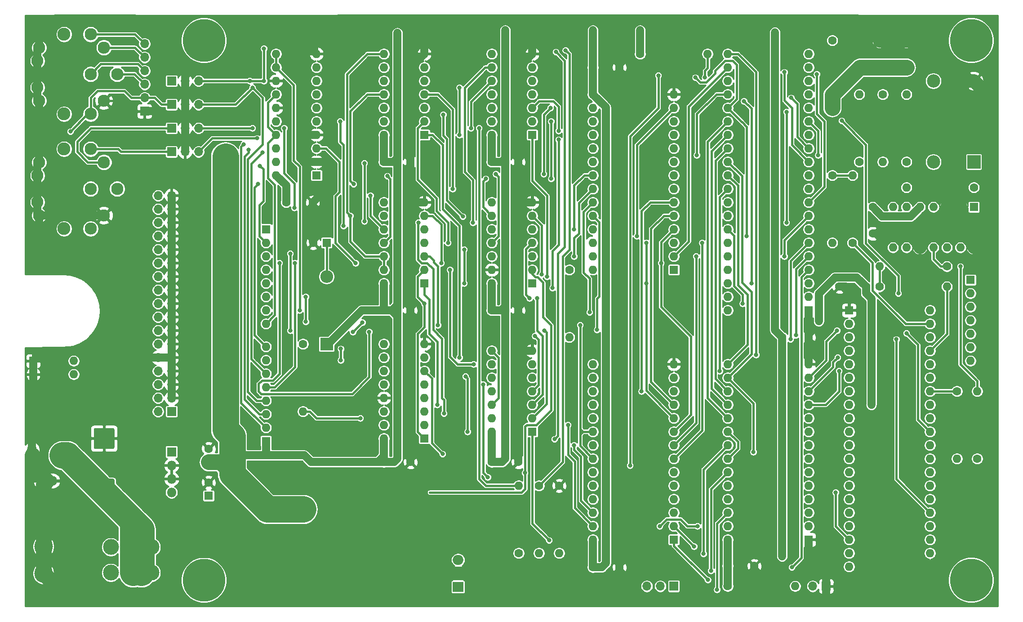
<source format=gbr>
%TF.GenerationSoftware,KiCad,Pcbnew,(5.1.10)-1*%
%TF.CreationDate,2022-09-04T00:11:24-04:00*%
%TF.ProjectId,1581-improved,31353831-2d69-46d7-9072-6f7665642e6b,rev?*%
%TF.SameCoordinates,Original*%
%TF.FileFunction,Copper,L2,Bot*%
%TF.FilePolarity,Positive*%
%FSLAX46Y46*%
G04 Gerber Fmt 4.6, Leading zero omitted, Abs format (unit mm)*
G04 Created by KiCad (PCBNEW (5.1.10)-1) date 2022-09-04 00:11:24*
%MOMM*%
%LPD*%
G01*
G04 APERTURE LIST*
%TA.AperFunction,ComponentPad*%
%ADD10O,1.600000X1.600000*%
%TD*%
%TA.AperFunction,ComponentPad*%
%ADD11R,1.600000X1.600000*%
%TD*%
%TA.AperFunction,ComponentPad*%
%ADD12C,0.900000*%
%TD*%
%TA.AperFunction,ComponentPad*%
%ADD13C,8.000000*%
%TD*%
%TA.AperFunction,ComponentPad*%
%ADD14C,1.600000*%
%TD*%
%TA.AperFunction,ComponentPad*%
%ADD15R,1.700000X1.700000*%
%TD*%
%TA.AperFunction,ComponentPad*%
%ADD16O,1.700000X1.700000*%
%TD*%
%TA.AperFunction,ComponentPad*%
%ADD17C,2.300000*%
%TD*%
%TA.AperFunction,ComponentPad*%
%ADD18C,2.450000*%
%TD*%
%TA.AperFunction,ComponentPad*%
%ADD19R,1.800000X1.800000*%
%TD*%
%TA.AperFunction,ComponentPad*%
%ADD20O,1.800000X1.800000*%
%TD*%
%TA.AperFunction,ComponentPad*%
%ADD21O,4.000000X1.800000*%
%TD*%
%TA.AperFunction,ComponentPad*%
%ADD22O,1.800000X4.000000*%
%TD*%
%TA.AperFunction,ComponentPad*%
%ADD23R,1.800000X4.400000*%
%TD*%
%TA.AperFunction,ComponentPad*%
%ADD24R,2.500000X2.500000*%
%TD*%
%TA.AperFunction,ComponentPad*%
%ADD25C,2.500000*%
%TD*%
%TA.AperFunction,ComponentPad*%
%ADD26C,3.500000*%
%TD*%
%TA.AperFunction,ComponentPad*%
%ADD27C,3.000000*%
%TD*%
%TA.AperFunction,ComponentPad*%
%ADD28R,2.000000X1.905000*%
%TD*%
%TA.AperFunction,ComponentPad*%
%ADD29O,2.000000X1.905000*%
%TD*%
%TA.AperFunction,ComponentPad*%
%ADD30R,2.400000X2.400000*%
%TD*%
%TA.AperFunction,ComponentPad*%
%ADD31O,2.400000X2.400000*%
%TD*%
%TA.AperFunction,ViaPad*%
%ADD32C,0.800000*%
%TD*%
%TA.AperFunction,Conductor*%
%ADD33C,1.500000*%
%TD*%
%TA.AperFunction,Conductor*%
%ADD34C,5.000000*%
%TD*%
%TA.AperFunction,Conductor*%
%ADD35C,3.000000*%
%TD*%
%TA.AperFunction,Conductor*%
%ADD36C,0.400000*%
%TD*%
%TA.AperFunction,Conductor*%
%ADD37C,2.500000*%
%TD*%
%TA.AperFunction,Conductor*%
%ADD38C,0.234000*%
%TD*%
%TA.AperFunction,Conductor*%
%ADD39C,0.100000*%
%TD*%
G04 APERTURE END LIST*
D10*
%TO.P,U1,40*%
%TO.N,/~RESET*%
X221615000Y-91440000D03*
%TO.P,U1,20*%
%TO.N,/A11*%
X206375000Y-139700000D03*
%TO.P,U1,39*%
%TO.N,Net-(FB2-Pad1)*%
X221615000Y-93980000D03*
%TO.P,U1,19*%
%TO.N,/A10*%
X206375000Y-137160000D03*
%TO.P,U1,38*%
%TO.N,/~SO*%
X221615000Y-96520000D03*
%TO.P,U1,18*%
%TO.N,/A9*%
X206375000Y-134620000D03*
%TO.P,U1,37*%
%TO.N,/PHI0*%
X221615000Y-99060000D03*
%TO.P,U1,17*%
%TO.N,/A8*%
X206375000Y-132080000D03*
%TO.P,U1,36*%
%TO.N,N/C*%
X221615000Y-101600000D03*
%TO.P,U1,16*%
%TO.N,/A7*%
X206375000Y-129540000D03*
%TO.P,U1,35*%
%TO.N,N/C*%
X221615000Y-104140000D03*
%TO.P,U1,15*%
%TO.N,/A6*%
X206375000Y-127000000D03*
%TO.P,U1,34*%
%TO.N,Net-(FB1-Pad1)*%
X221615000Y-106680000D03*
%TO.P,U1,14*%
%TO.N,/A5*%
X206375000Y-124460000D03*
%TO.P,U1,33*%
%TO.N,/D0*%
X221615000Y-109220000D03*
%TO.P,U1,13*%
%TO.N,/A4*%
X206375000Y-121920000D03*
%TO.P,U1,32*%
%TO.N,/D1*%
X221615000Y-111760000D03*
%TO.P,U1,12*%
%TO.N,/A3*%
X206375000Y-119380000D03*
%TO.P,U1,31*%
%TO.N,/D2*%
X221615000Y-114300000D03*
%TO.P,U1,11*%
%TO.N,/A2*%
X206375000Y-116840000D03*
%TO.P,U1,30*%
%TO.N,/D3*%
X221615000Y-116840000D03*
%TO.P,U1,10*%
%TO.N,/A1*%
X206375000Y-114300000D03*
%TO.P,U1,29*%
%TO.N,/D4*%
X221615000Y-119380000D03*
%TO.P,U1,9*%
%TO.N,/A0*%
X206375000Y-111760000D03*
%TO.P,U1,28*%
%TO.N,/D5*%
X221615000Y-121920000D03*
%TO.P,U1,8*%
%TO.N,+5V*%
X206375000Y-109220000D03*
%TO.P,U1,27*%
%TO.N,/D6*%
X221615000Y-124460000D03*
%TO.P,U1,7*%
%TO.N,Net-(U1-Pad7)*%
X206375000Y-106680000D03*
%TO.P,U1,26*%
%TO.N,/D7*%
X221615000Y-127000000D03*
%TO.P,U1,6*%
%TO.N,/~NMI*%
X206375000Y-104140000D03*
%TO.P,U1,25*%
%TO.N,/A15*%
X221615000Y-129540000D03*
%TO.P,U1,5*%
%TO.N,N/C*%
X206375000Y-101600000D03*
%TO.P,U1,24*%
%TO.N,/A14*%
X221615000Y-132080000D03*
%TO.P,U1,4*%
%TO.N,/~IRQ*%
X206375000Y-99060000D03*
%TO.P,U1,23*%
%TO.N,/A13*%
X221615000Y-134620000D03*
%TO.P,U1,3*%
%TO.N,Net-(U1-Pad3)*%
X206375000Y-96520000D03*
%TO.P,U1,22*%
%TO.N,/A12*%
X221615000Y-137160000D03*
%TO.P,U1,2*%
%TO.N,/RDY*%
X206375000Y-93980000D03*
%TO.P,U1,21*%
%TO.N,GND*%
X221615000Y-139700000D03*
D11*
%TO.P,U1,1*%
X206375000Y-91440000D03*
%TD*%
D12*
%TO.P,REF\u002A\u002A,1*%
%TO.N,N/C*%
X231483320Y-140118680D03*
X229362000Y-139240000D03*
X227240680Y-140118680D03*
X226362000Y-142240000D03*
X227240680Y-144361320D03*
X229362000Y-145240000D03*
X231483320Y-144361320D03*
X232362000Y-142240000D03*
D13*
%TO.P,REF\u002A\u002A,*%
%TO.N,*%
X229362000Y-142240000D03*
%TD*%
D12*
%TO.P,REF\u002A\u002A,1*%
%TO.N,N/C*%
X231483320Y-38518680D03*
X229362000Y-37640000D03*
X227240680Y-38518680D03*
X226362000Y-40640000D03*
X227240680Y-42761320D03*
X229362000Y-43640000D03*
X231483320Y-42761320D03*
X232362000Y-40640000D03*
D13*
%TO.P,REF\u002A\u002A,*%
%TO.N,*%
X229362000Y-40640000D03*
%TD*%
D12*
%TO.P,REF\u002A\u002A,1*%
%TO.N,N/C*%
X86957320Y-140118680D03*
X84836000Y-139240000D03*
X82714680Y-140118680D03*
X81836000Y-142240000D03*
X82714680Y-144361320D03*
X84836000Y-145240000D03*
X86957320Y-144361320D03*
X87836000Y-142240000D03*
D13*
%TO.P,REF\u002A\u002A,*%
%TO.N,*%
X84836000Y-142240000D03*
%TD*%
D12*
%TO.P,REF\u002A\u002A,1*%
%TO.N,N/C*%
X86957320Y-38518680D03*
X84836000Y-37640000D03*
X82714680Y-38518680D03*
X81836000Y-40640000D03*
X82714680Y-42761320D03*
X84836000Y-43640000D03*
X86957320Y-42761320D03*
X87836000Y-40640000D03*
D13*
%TO.P,REF\u002A\u002A,*%
%TO.N,*%
X84836000Y-40640000D03*
%TD*%
D11*
%TO.P,C18,1*%
%TO.N,+12V*%
X85725000Y-126365000D03*
D14*
%TO.P,C18,2*%
%TO.N,GND*%
X85725000Y-123865000D03*
%TD*%
D11*
%TO.P,C20,1*%
%TO.N,/~RESET2*%
X107950000Y-78740000D03*
D14*
%TO.P,C20,2*%
%TO.N,GND*%
X105450000Y-78740000D03*
%TD*%
%TO.P,C22,2*%
%TO.N,GND*%
X85725000Y-117515000D03*
D11*
%TO.P,C22,1*%
%TO.N,+5V*%
X85725000Y-120015000D03*
%TD*%
D15*
%TO.P,CN1,1*%
%TO.N,GND*%
X73660000Y-53975000D03*
D16*
%TO.P,CN1,2*%
%TO.N,/FASTCLK*%
X73660000Y-51435000D03*
%TO.P,CN1,3*%
%TO.N,/~RESET0*%
X73660000Y-48895000D03*
%TO.P,CN1,4*%
%TO.N,/~ATN*%
X73660000Y-46355000D03*
%TO.P,CN1,5*%
%TO.N,/SLOWCLK*%
X73660000Y-43815000D03*
%TO.P,CN1,6*%
%TO.N,/DATA*%
X73660000Y-41275000D03*
%TD*%
D15*
%TO.P,CN2,1*%
%TO.N,Net-(CN2-Pad1)*%
X78740000Y-110490000D03*
D16*
%TO.P,CN2,2*%
%TO.N,/~DISKCH*%
X76200000Y-110490000D03*
%TO.P,CN2,3*%
%TO.N,GND*%
X78740000Y-107950000D03*
%TO.P,CN2,4*%
%TO.N,Net-(CN2-Pad4)*%
X76200000Y-107950000D03*
%TO.P,CN2,5*%
%TO.N,GND*%
X78740000Y-105410000D03*
%TO.P,CN2,6*%
%TO.N,Net-(CN2-Pad6)*%
X76200000Y-105410000D03*
%TO.P,CN2,7*%
%TO.N,GND*%
X78740000Y-102870000D03*
%TO.P,CN2,8*%
%TO.N,/~IP*%
X76200000Y-102870000D03*
%TO.P,CN2,9*%
%TO.N,GND*%
X78740000Y-100330000D03*
%TO.P,CN2,10*%
X76200000Y-100330000D03*
%TO.P,CN2,11*%
X78740000Y-97790000D03*
%TO.P,CN2,12*%
%TO.N,Net-(CN2-Pad12)*%
X76200000Y-97790000D03*
%TO.P,CN2,13*%
%TO.N,GND*%
X78740000Y-95250000D03*
%TO.P,CN2,14*%
%TO.N,Net-(CN2-Pad14)*%
X76200000Y-95250000D03*
%TO.P,CN2,15*%
%TO.N,GND*%
X78740000Y-92710000D03*
%TO.P,CN2,16*%
%TO.N,/~MOTORX*%
X76200000Y-92710000D03*
%TO.P,CN2,17*%
%TO.N,GND*%
X78740000Y-90170000D03*
%TO.P,CN2,18*%
%TO.N,/~DIRC*%
X76200000Y-90170000D03*
%TO.P,CN2,19*%
%TO.N,GND*%
X78740000Y-87630000D03*
%TO.P,CN2,20*%
%TO.N,/~STEP*%
X76200000Y-87630000D03*
%TO.P,CN2,21*%
%TO.N,GND*%
X78740000Y-85090000D03*
%TO.P,CN2,22*%
%TO.N,/~WD*%
X76200000Y-85090000D03*
%TO.P,CN2,23*%
%TO.N,GND*%
X78740000Y-82550000D03*
%TO.P,CN2,24*%
%TO.N,/~WG*%
X76200000Y-82550000D03*
%TO.P,CN2,25*%
%TO.N,GND*%
X78740000Y-80010000D03*
%TO.P,CN2,26*%
%TO.N,/~TR00*%
X76200000Y-80010000D03*
%TO.P,CN2,27*%
%TO.N,GND*%
X78740000Y-77470000D03*
%TO.P,CN2,28*%
%TO.N,/~WPRT*%
X76200000Y-77470000D03*
%TO.P,CN2,29*%
%TO.N,GND*%
X78740000Y-74930000D03*
%TO.P,CN2,30*%
%TO.N,/~RD*%
X76200000Y-74930000D03*
%TO.P,CN2,31*%
%TO.N,GND*%
X78740000Y-72390000D03*
%TO.P,CN2,32*%
%TO.N,/SIDE0X*%
X76200000Y-72390000D03*
%TO.P,CN2,33*%
%TO.N,GND*%
X78740000Y-69850000D03*
%TO.P,CN2,34*%
%TO.N,/~RDY*%
X76200000Y-69850000D03*
%TD*%
D17*
%TO.P,CN3,6*%
%TO.N,/~RESET0*%
X68500000Y-68580000D03*
%TO.P,CN3,2*%
%TO.N,GND*%
X66000000Y-73580000D03*
%TO.P,CN3,4*%
%TO.N,/SLOWCLK*%
X66000000Y-63580000D03*
%TO.P,CN3,1*%
%TO.N,/FASTCLK*%
X63500000Y-76080000D03*
%TO.P,CN3,3*%
%TO.N,/~ATN*%
X63500000Y-68580000D03*
%TO.P,CN3,5*%
%TO.N,/DATA*%
X63500000Y-61080000D03*
%TO.P,CN3,GND*%
%TO.N,N/C*%
X53800000Y-63580000D03*
X53800000Y-73580000D03*
X53500000Y-66080000D03*
X53500000Y-71080000D03*
D18*
%TO.P,CN3,*%
%TO.N,*%
X58500000Y-76080000D03*
X58500000Y-61080000D03*
%TD*%
D15*
%TO.P,CN5,1*%
%TO.N,Net-(CN5-Pad1)*%
X173355000Y-143383000D03*
D16*
%TO.P,CN5,2*%
%TO.N,+5V*%
X170815000Y-143383000D03*
%TO.P,CN5,3*%
%TO.N,Net-(CN5-Pad3)*%
X168275000Y-143383000D03*
%TD*%
%TO.P,EMI1,3*%
%TO.N,/EFC*%
X83820000Y-52705000D03*
%TO.P,EMI1,2*%
%TO.N,GND*%
X81280000Y-52705000D03*
D15*
%TO.P,EMI1,1*%
%TO.N,/FASTCLK*%
X78740000Y-52705000D03*
%TD*%
%TO.P,EMI2,1*%
%TO.N,/~ATN*%
X78740000Y-48260000D03*
D16*
%TO.P,EMI2,2*%
%TO.N,GND*%
X81280000Y-48260000D03*
%TO.P,EMI2,3*%
%TO.N,/E~ATN*%
X83820000Y-48260000D03*
%TD*%
D15*
%TO.P,EMI3,1*%
%TO.N,/DATA*%
X78740000Y-61595000D03*
D16*
%TO.P,EMI3,2*%
%TO.N,GND*%
X81280000Y-61595000D03*
%TO.P,EMI3,3*%
%TO.N,/EDATA*%
X83820000Y-61595000D03*
%TD*%
%TO.P,EMI4,3*%
%TO.N,/ESC*%
X83820000Y-57150000D03*
%TO.P,EMI4,2*%
%TO.N,GND*%
X81280000Y-57150000D03*
D15*
%TO.P,EMI4,1*%
%TO.N,/SLOWCLK*%
X78740000Y-57150000D03*
%TD*%
D11*
%TO.P,RP3,1*%
%TO.N,+5V*%
X96520000Y-116078000D03*
D10*
%TO.P,RP3,2*%
%TO.N,/CNTX*%
X96520000Y-113538000D03*
%TO.P,RP3,3*%
%TO.N,/E~ATN*%
X96520000Y-110998000D03*
%TO.P,RP3,4*%
%TO.N,/EFC*%
X96520000Y-108458000D03*
%TO.P,RP3,5*%
%TO.N,/SPX*%
X96520000Y-105918000D03*
%TO.P,RP3,6*%
%TO.N,/EDATA*%
X96520000Y-103378000D03*
%TO.P,RP3,7*%
%TO.N,/~IP*%
X96520000Y-100838000D03*
%TO.P,RP3,8*%
%TO.N,/~RESET0*%
X96520000Y-98298000D03*
%TD*%
D11*
%TO.P,SW1,1*%
%TO.N,GND*%
X52705000Y-100965000D03*
D10*
%TO.P,SW1,3*%
%TO.N,/DRSEL1*%
X60325000Y-103505000D03*
%TO.P,SW1,2*%
%TO.N,GND*%
X52705000Y-103505000D03*
%TO.P,SW1,4*%
%TO.N,/DRSEL0*%
X60325000Y-100965000D03*
%TD*%
D11*
%TO.P,U4,1*%
%TO.N,/~WDSEL2*%
X173355000Y-83820000D03*
D10*
%TO.P,U4,15*%
%TO.N,+5V*%
X158115000Y-50800000D03*
%TO.P,U4,2*%
%TO.N,/R~W*%
X173355000Y-81280000D03*
%TO.P,U4,16*%
%TO.N,/STEP*%
X158115000Y-53340000D03*
%TO.P,U4,3*%
%TO.N,/A0*%
X173355000Y-78740000D03*
%TO.P,U4,17*%
%TO.N,/DIRC*%
X158115000Y-55880000D03*
%TO.P,U4,4*%
%TO.N,/A1*%
X173355000Y-76200000D03*
%TO.P,U4,18*%
%TO.N,/WDCLK*%
X158115000Y-58420000D03*
%TO.P,U4,5*%
%TO.N,/D0*%
X173355000Y-73660000D03*
%TO.P,U4,19*%
%TO.N,/~RD*%
X158115000Y-60960000D03*
%TO.P,U4,6*%
%TO.N,/D1*%
X173355000Y-71120000D03*
%TO.P,U4,20*%
%TO.N,Net-(U4-Pad20)*%
X158115000Y-63500000D03*
%TO.P,U4,7*%
%TO.N,/D2*%
X173355000Y-68580000D03*
%TO.P,U4,21*%
%TO.N,/WG*%
X158115000Y-66040000D03*
%TO.P,U4,8*%
%TO.N,/D3*%
X173355000Y-66040000D03*
%TO.P,U4,22*%
%TO.N,/WD*%
X158115000Y-68580000D03*
%TO.P,U4,9*%
%TO.N,/D4*%
X173355000Y-63500000D03*
%TO.P,U4,23*%
%TO.N,/~TR00*%
X158115000Y-71120000D03*
%TO.P,U4,10*%
%TO.N,/D5*%
X173355000Y-60960000D03*
%TO.P,U4,24*%
%TO.N,/~IP*%
X158115000Y-73660000D03*
%TO.P,U4,11*%
%TO.N,/D6*%
X173355000Y-58420000D03*
%TO.P,U4,25*%
%TO.N,/~WPRT*%
X158115000Y-76200000D03*
%TO.P,U4,12*%
%TO.N,/D7*%
X173355000Y-55880000D03*
%TO.P,U4,26*%
%TO.N,GND*%
X158115000Y-78740000D03*
%TO.P,U4,13*%
%TO.N,/~RESET*%
X173355000Y-53340000D03*
%TO.P,U4,27*%
%TO.N,Net-(U4-Pad27)*%
X158115000Y-81280000D03*
%TO.P,U4,14*%
%TO.N,GND*%
X173355000Y-50800000D03*
%TO.P,U4,28*%
%TO.N,Net-(U4-Pad28)*%
X158115000Y-83820000D03*
%TD*%
D17*
%TO.P,CN4,6*%
%TO.N,/~RESET0*%
X68500000Y-46990000D03*
%TO.P,CN4,2*%
%TO.N,GND*%
X66000000Y-51990000D03*
%TO.P,CN4,4*%
%TO.N,/SLOWCLK*%
X66000000Y-41990000D03*
%TO.P,CN4,1*%
%TO.N,/FASTCLK*%
X63500000Y-54490000D03*
%TO.P,CN4,3*%
%TO.N,/~ATN*%
X63500000Y-46990000D03*
%TO.P,CN4,5*%
%TO.N,/DATA*%
X63500000Y-39490000D03*
%TO.P,CN4,GND*%
%TO.N,N/C*%
X53800000Y-41990000D03*
X53800000Y-51990000D03*
X53500000Y-44490000D03*
X53500000Y-49490000D03*
D18*
%TO.P,CN4,*%
%TO.N,*%
X58500000Y-54490000D03*
X58500000Y-39490000D03*
%TD*%
D19*
%TO.P,J1,1*%
%TO.N,+5V*%
X78740000Y-118110000D03*
D20*
%TO.P,J1,2*%
%TO.N,GND*%
X78740000Y-120650000D03*
%TO.P,J1,3*%
X78740000Y-123190000D03*
%TO.P,J1,4*%
%TO.N,+12V*%
X78740000Y-125730000D03*
%TD*%
D21*
%TO.P,J2,3*%
%TO.N,GND*%
X55245000Y-123545000D03*
D22*
%TO.P,J2,2*%
X52445000Y-118745000D03*
D23*
%TO.P,J2,1*%
%TO.N,+12P*%
X58245000Y-118745000D03*
%TD*%
D24*
%TO.P,X1,1*%
%TO.N,Net-(X1-Pad1)*%
X229870000Y-63500000D03*
D25*
%TO.P,X1,14*%
%TO.N,+5VP*%
X222250000Y-63500000D03*
%TO.P,X1,8*%
%TO.N,Net-(FB4-Pad2)*%
X222250000Y-48260000D03*
%TO.P,X1,7*%
%TO.N,GND*%
X229870000Y-48260000D03*
%TD*%
D26*
%TO.P,SW2,*%
%TO.N,*%
X54610000Y-135890000D03*
X54610000Y-140970000D03*
D27*
%TO.P,SW2,4*%
%TO.N,+12V*%
X67310000Y-136017000D03*
%TO.P,SW2,1*%
X67310000Y-140843000D03*
%TO.P,SW2,5*%
%TO.N,+12P*%
X71120000Y-136017000D03*
%TO.P,SW2,2*%
X71120000Y-140843000D03*
%TO.P,SW2,6*%
X74930000Y-136017000D03*
%TO.P,SW2,3*%
X74930000Y-140843000D03*
%TD*%
D28*
%TO.P,U15,1*%
%TO.N,+12V*%
X132715000Y-143510000D03*
D29*
%TO.P,U15,2*%
%TO.N,GND*%
X132715000Y-140970000D03*
%TO.P,U15,3*%
%TO.N,+5V*%
X132715000Y-138430000D03*
%TD*%
D30*
%TO.P,C19,1*%
%TO.N,+5V*%
X103505000Y-128905000D03*
D31*
%TO.P,C19,2*%
%TO.N,GND*%
X133505000Y-128905000D03*
%TD*%
D15*
%TO.P,JP5,1*%
%TO.N,GND*%
X202057000Y-143383000D03*
D16*
%TO.P,JP5,2*%
%TO.N,/A15ROM*%
X199517000Y-143383000D03*
%TD*%
D11*
%TO.P,U2,1*%
%TO.N,/A15ROM*%
X173355000Y-134620000D03*
D10*
%TO.P,U2,15*%
%TO.N,/D3*%
X158115000Y-101600000D03*
%TO.P,U2,2*%
%TO.N,/A12*%
X173355000Y-132080000D03*
%TO.P,U2,16*%
%TO.N,/D4*%
X158115000Y-104140000D03*
%TO.P,U2,3*%
%TO.N,/A7*%
X173355000Y-129540000D03*
%TO.P,U2,17*%
%TO.N,/D5*%
X158115000Y-106680000D03*
%TO.P,U2,4*%
%TO.N,/A6*%
X173355000Y-127000000D03*
%TO.P,U2,18*%
%TO.N,/D6*%
X158115000Y-109220000D03*
%TO.P,U2,5*%
%TO.N,/A5*%
X173355000Y-124460000D03*
%TO.P,U2,19*%
%TO.N,/D7*%
X158115000Y-111760000D03*
%TO.P,U2,6*%
%TO.N,/A4*%
X173355000Y-121920000D03*
%TO.P,U2,20*%
%TO.N,/~ROMOE*%
X158115000Y-114300000D03*
%TO.P,U2,7*%
%TO.N,/A3*%
X173355000Y-119380000D03*
%TO.P,U2,21*%
%TO.N,/A10*%
X158115000Y-116840000D03*
%TO.P,U2,8*%
%TO.N,/A2*%
X173355000Y-116840000D03*
%TO.P,U2,22*%
%TO.N,/~ROMOE*%
X158115000Y-119380000D03*
%TO.P,U2,9*%
%TO.N,/A1*%
X173355000Y-114300000D03*
%TO.P,U2,23*%
%TO.N,/A11*%
X158115000Y-121920000D03*
%TO.P,U2,10*%
%TO.N,/A0*%
X173355000Y-111760000D03*
%TO.P,U2,24*%
%TO.N,/A9*%
X158115000Y-124460000D03*
%TO.P,U2,11*%
%TO.N,/D0*%
X173355000Y-109220000D03*
%TO.P,U2,25*%
%TO.N,/A8*%
X158115000Y-127000000D03*
%TO.P,U2,12*%
%TO.N,/D1*%
X173355000Y-106680000D03*
%TO.P,U2,26*%
%TO.N,/A13*%
X158115000Y-129540000D03*
%TO.P,U2,13*%
%TO.N,/D2*%
X173355000Y-104140000D03*
%TO.P,U2,27*%
%TO.N,/A14*%
X158115000Y-132080000D03*
%TO.P,U2,14*%
%TO.N,GND*%
X173355000Y-101600000D03*
%TO.P,U2,28*%
%TO.N,+5V*%
X158115000Y-134620000D03*
%TD*%
D11*
%TO.P,U6,1*%
%TO.N,/A15*%
X126365000Y-115570000D03*
D10*
%TO.P,U6,9*%
%TO.N,Net-(U6-Pad9)*%
X118745000Y-97790000D03*
%TO.P,U6,2*%
%TO.N,/A13*%
X126365000Y-113030000D03*
%TO.P,U6,10*%
%TO.N,Net-(U6-Pad10)*%
X118745000Y-100330000D03*
%TO.P,U6,3*%
%TO.N,/A14*%
X126365000Y-110490000D03*
%TO.P,U6,11*%
%TO.N,Net-(U6-Pad11)*%
X118745000Y-102870000D03*
%TO.P,U6,4*%
%TO.N,Net-(JP2-Pad1)*%
X126365000Y-107950000D03*
%TO.P,U6,12*%
%TO.N,/~RAMWE*%
X118745000Y-105410000D03*
%TO.P,U6,5*%
%TO.N,Net-(U14-Pad1)*%
X126365000Y-105410000D03*
%TO.P,U6,13*%
%TO.N,GND*%
X118745000Y-107950000D03*
%TO.P,U6,6*%
%TO.N,/~VIASEL*%
X126365000Y-102870000D03*
%TO.P,U6,14*%
%TO.N,/R~W*%
X118745000Y-110490000D03*
%TO.P,U6,7*%
%TO.N,/~WDSEL*%
X126365000Y-100330000D03*
%TO.P,U6,15*%
%TO.N,/~RWE*%
X118745000Y-113030000D03*
%TO.P,U6,8*%
%TO.N,GND*%
X126365000Y-97790000D03*
%TO.P,U6,16*%
%TO.N,+5V*%
X118745000Y-115570000D03*
%TD*%
%TO.P,U7,14*%
%TO.N,+5V*%
X118745000Y-86360000D03*
%TO.P,U7,7*%
%TO.N,GND*%
X126365000Y-71120000D03*
%TO.P,U7,13*%
%TO.N,/ATNIN*%
X118745000Y-83820000D03*
%TO.P,U7,6*%
%TO.N,/~WDSEL2*%
X126365000Y-73660000D03*
%TO.P,U7,12*%
%TO.N,/ATNIN*%
X118745000Y-81280000D03*
%TO.P,U7,5*%
%TO.N,/PHI2*%
X126365000Y-76200000D03*
%TO.P,U7,11*%
%TO.N,/~FLAG*%
X118745000Y-78740000D03*
%TO.P,U7,4*%
%TO.N,Net-(U7-Pad4)*%
X126365000Y-78740000D03*
%TO.P,U7,10*%
%TO.N,/ATNACK*%
X118745000Y-76200000D03*
%TO.P,U7,3*%
%TO.N,/~ROMOE*%
X126365000Y-81280000D03*
%TO.P,U7,9*%
%TO.N,/ATNIN*%
X118745000Y-73660000D03*
%TO.P,U7,2*%
%TO.N,/A15*%
X126365000Y-83820000D03*
%TO.P,U7,8*%
%TO.N,Net-(U11-Pad13)*%
X118745000Y-71120000D03*
D11*
%TO.P,U7,1*%
%TO.N,/R~W*%
X126365000Y-86360000D03*
%TD*%
%TO.P,U8,1*%
%TO.N,/PHI0*%
X146685000Y-86360000D03*
D10*
%TO.P,U8,8*%
%TO.N,/~DIRC*%
X139065000Y-71120000D03*
%TO.P,U8,2*%
%TO.N,/~RWE*%
X146685000Y-83820000D03*
%TO.P,U8,9*%
%TO.N,/DIRC*%
X139065000Y-73660000D03*
%TO.P,U8,3*%
%TO.N,/WD*%
X146685000Y-81280000D03*
%TO.P,U8,10*%
%TO.N,/~STEP*%
X139065000Y-76200000D03*
%TO.P,U8,4*%
%TO.N,/~WD*%
X146685000Y-78740000D03*
%TO.P,U8,11*%
%TO.N,/STEP*%
X139065000Y-78740000D03*
%TO.P,U8,5*%
%TO.N,/WG*%
X146685000Y-76200000D03*
%TO.P,U8,12*%
%TO.N,Net-(U8-Pad12)*%
X139065000Y-81280000D03*
%TO.P,U8,6*%
%TO.N,/~WG*%
X146685000Y-73660000D03*
%TO.P,U8,13*%
%TO.N,GND*%
X139065000Y-83820000D03*
%TO.P,U8,7*%
X146685000Y-71120000D03*
%TO.P,U8,14*%
%TO.N,+5V*%
X139065000Y-86360000D03*
%TD*%
D11*
%TO.P,U9,1*%
%TO.N,/~WDSEL*%
X126365000Y-58420000D03*
D10*
%TO.P,U9,8*%
%TO.N,/ATNIN*%
X118745000Y-43180000D03*
%TO.P,U9,2*%
%TO.N,Net-(U7-Pad4)*%
X126365000Y-55880000D03*
%TO.P,U9,9*%
%TO.N,/E~ATN*%
X118745000Y-45720000D03*
%TO.P,U9,3*%
%TO.N,/EDATA*%
X126365000Y-53340000D03*
%TO.P,U9,10*%
%TO.N,Net-(U12-Pad11)*%
X118745000Y-48260000D03*
%TO.P,U9,4*%
%TO.N,/DATAIN*%
X126365000Y-50800000D03*
%TO.P,U9,11*%
%TO.N,/~RESET0*%
X118745000Y-50800000D03*
%TO.P,U9,5*%
%TO.N,/ESC*%
X126365000Y-48260000D03*
%TO.P,U9,12*%
%TO.N,Net-(U12-Pad13)*%
X118745000Y-53340000D03*
%TO.P,U9,6*%
%TO.N,/CLKIN*%
X126365000Y-45720000D03*
%TO.P,U9,13*%
%TO.N,/~RESET2*%
X118745000Y-55880000D03*
%TO.P,U9,7*%
%TO.N,GND*%
X126365000Y-43180000D03*
%TO.P,U9,14*%
%TO.N,+5V*%
X118745000Y-58420000D03*
%TD*%
D11*
%TO.P,U10,1*%
%TO.N,Net-(R9-Pad1)*%
X229870000Y-72009000D03*
D10*
%TO.P,U10,8*%
%TO.N,Net-(U10-Pad8)*%
X214630000Y-79629000D03*
%TO.P,U10,2*%
%TO.N,GND*%
X227330000Y-72009000D03*
%TO.P,U10,9*%
%TO.N,Net-(FB3-Pad2)*%
X217170000Y-79629000D03*
%TO.P,U10,3*%
%TO.N,GND*%
X224790000Y-72009000D03*
%TO.P,U10,10*%
X219710000Y-79629000D03*
%TO.P,U10,4*%
%TO.N,N/C*%
X222250000Y-72009000D03*
%TO.P,U10,11*%
%TO.N,Net-(FB5-Pad1)*%
X222250000Y-79629000D03*
%TO.P,U10,5*%
%TO.N,+5VP*%
X219710000Y-72009000D03*
%TO.P,U10,12*%
%TO.N,Net-(U10-Pad12)*%
X224790000Y-79629000D03*
%TO.P,U10,6*%
%TO.N,N/C*%
X217170000Y-72009000D03*
%TO.P,U10,13*%
X227330000Y-79629000D03*
%TO.P,U10,7*%
X214630000Y-72009000D03*
%TO.P,U10,14*%
%TO.N,GND*%
X229870000Y-79629000D03*
%TD*%
%TO.P,U11,14*%
%TO.N,+5V*%
X139065000Y-114300000D03*
%TO.P,U11,7*%
%TO.N,GND*%
X146685000Y-99060000D03*
%TO.P,U11,13*%
%TO.N,Net-(U11-Pad13)*%
X139065000Y-111760000D03*
%TO.P,U11,6*%
%TO.N,/EFC*%
X146685000Y-101600000D03*
%TO.P,U11,12*%
%TO.N,/EDATA*%
X139065000Y-109220000D03*
%TO.P,U11,5*%
%TO.N,/CNTX*%
X146685000Y-104140000D03*
%TO.P,U11,11*%
%TO.N,GND*%
X139065000Y-106680000D03*
%TO.P,U11,4*%
%TO.N,/SIDE0X*%
X146685000Y-106680000D03*
%TO.P,U11,10*%
%TO.N,Net-(U11-Pad10)*%
X139065000Y-104140000D03*
%TO.P,U11,3*%
%TO.N,/SIDE0*%
X146685000Y-109220000D03*
%TO.P,U11,9*%
%TO.N,/SPX*%
X139065000Y-101600000D03*
%TO.P,U11,2*%
%TO.N,/~MOTORX*%
X146685000Y-111760000D03*
%TO.P,U11,8*%
%TO.N,/EDATA*%
X139065000Y-99060000D03*
D11*
%TO.P,U11,1*%
%TO.N,/~MOTOR*%
X146685000Y-114300000D03*
%TD*%
D10*
%TO.P,U12,14*%
%TO.N,+5V*%
X139065000Y-58420000D03*
%TO.P,U12,7*%
%TO.N,GND*%
X146685000Y-43180000D03*
%TO.P,U12,13*%
%TO.N,Net-(U12-Pad13)*%
X139065000Y-55880000D03*
%TO.P,U12,6*%
%TO.N,/ESC*%
X146685000Y-45720000D03*
%TO.P,U12,12*%
%TO.N,/~RESET*%
X139065000Y-53340000D03*
%TO.P,U12,5*%
%TO.N,/CLKOUT*%
X146685000Y-48260000D03*
%TO.P,U12,11*%
%TO.N,Net-(U12-Pad11)*%
X139065000Y-50800000D03*
%TO.P,U12,4*%
%TO.N,/EDATA*%
X146685000Y-50800000D03*
%TO.P,U12,10*%
%TO.N,/~RESET2*%
X139065000Y-48260000D03*
%TO.P,U12,3*%
%TO.N,/DATAOUT*%
X146685000Y-53340000D03*
%TO.P,U12,9*%
%TO.N,/PWRLED*%
X139065000Y-45720000D03*
%TO.P,U12,2*%
%TO.N,Net-(R13-Pad2)*%
X146685000Y-55880000D03*
%TO.P,U12,8*%
%TO.N,Net-(R12-Pad1)*%
X139065000Y-43180000D03*
D11*
%TO.P,U12,1*%
%TO.N,/ACTLED*%
X146685000Y-58420000D03*
%TD*%
%TO.P,U13,1*%
%TO.N,/FSD*%
X106045000Y-66040000D03*
D10*
%TO.P,U13,11*%
%TO.N,/CNT*%
X98425000Y-43180000D03*
%TO.P,U13,2*%
%TO.N,GND*%
X106045000Y-63500000D03*
%TO.P,U13,12*%
%TO.N,/CNT*%
X98425000Y-45720000D03*
%TO.P,U13,3*%
%TO.N,/SPX*%
X106045000Y-60960000D03*
%TO.P,U13,13*%
%TO.N,GND*%
X98425000Y-48260000D03*
%TO.P,U13,4*%
X106045000Y-58420000D03*
%TO.P,U13,14*%
%TO.N,/SP*%
X98425000Y-50800000D03*
%TO.P,U13,5*%
%TO.N,Net-(U13-Pad5)*%
X106045000Y-55880000D03*
%TO.P,U13,15*%
%TO.N,GND*%
X98425000Y-53340000D03*
%TO.P,U13,6*%
%TO.N,/EDATA*%
X106045000Y-53340000D03*
%TO.P,U13,16*%
%TO.N,Net-(U13-Pad16)*%
X98425000Y-55880000D03*
%TO.P,U13,7*%
%TO.N,Net-(U13-Pad7)*%
X106045000Y-50800000D03*
%TO.P,U13,17*%
%TO.N,/SP*%
X98425000Y-58420000D03*
%TO.P,U13,8*%
%TO.N,/EFC*%
X106045000Y-48260000D03*
%TO.P,U13,18*%
%TO.N,Net-(U13-Pad18)*%
X98425000Y-60960000D03*
%TO.P,U13,9*%
%TO.N,/CNTX*%
X106045000Y-45720000D03*
%TO.P,U13,19*%
%TO.N,/FSD*%
X98425000Y-63500000D03*
%TO.P,U13,10*%
%TO.N,GND*%
X106045000Y-43180000D03*
%TO.P,U13,20*%
%TO.N,+5V*%
X98425000Y-66040000D03*
%TD*%
D30*
%TO.P,CR4,1*%
%TO.N,+5V*%
X107950000Y-97790000D03*
D31*
%TO.P,CR4,2*%
%TO.N,/~RESET2*%
X107950000Y-85090000D03*
%TD*%
D14*
%TO.P,C1,2*%
%TO.N,GND*%
X204550000Y-86995000D03*
%TO.P,C1,1*%
%TO.N,+5V*%
X209550000Y-86995000D03*
%TD*%
%TO.P,C2,1*%
%TO.N,GND*%
X163115000Y-139827000D03*
%TO.P,C2,2*%
%TO.N,+5V*%
X158115000Y-139827000D03*
%TD*%
%TO.P,C3,2*%
%TO.N,GND*%
X188515000Y-139573000D03*
%TO.P,C3,1*%
%TO.N,+5V*%
X183515000Y-139573000D03*
%TD*%
%TO.P,C4,1*%
%TO.N,GND*%
X163115000Y-45720000D03*
%TO.P,C4,2*%
%TO.N,+5V*%
X158115000Y-45720000D03*
%TD*%
%TO.P,C5,1*%
%TO.N,+5V*%
X193755000Y-96520000D03*
%TO.P,C5,2*%
%TO.N,GND*%
X198755000Y-96520000D03*
%TD*%
%TO.P,C6,2*%
%TO.N,+5V*%
X118745000Y-120015000D03*
%TO.P,C6,1*%
%TO.N,GND*%
X123745000Y-120015000D03*
%TD*%
%TO.P,C7,2*%
%TO.N,GND*%
X123745000Y-91440000D03*
%TO.P,C7,1*%
%TO.N,+5V*%
X118745000Y-91440000D03*
%TD*%
%TO.P,C8,1*%
%TO.N,GND*%
X144065000Y-91440000D03*
%TO.P,C8,2*%
%TO.N,+5V*%
X139065000Y-91440000D03*
%TD*%
%TO.P,C9,1*%
%TO.N,+5V*%
X118745000Y-63500000D03*
%TO.P,C9,2*%
%TO.N,GND*%
X123745000Y-63500000D03*
%TD*%
%TO.P,C10,1*%
%TO.N,+5VP*%
X210820000Y-72009000D03*
%TO.P,C10,2*%
%TO.N,GND*%
X210820000Y-77009000D03*
%TD*%
%TO.P,C11,1*%
%TO.N,+5V*%
X139065000Y-120015000D03*
%TO.P,C11,2*%
%TO.N,GND*%
X144065000Y-120015000D03*
%TD*%
%TO.P,C12,2*%
%TO.N,+5V*%
X139065000Y-63500000D03*
%TO.P,C12,1*%
%TO.N,GND*%
X144065000Y-63500000D03*
%TD*%
%TO.P,C13,2*%
%TO.N,GND*%
X105330000Y-71120000D03*
%TO.P,C13,1*%
%TO.N,+5V*%
X100330000Y-71120000D03*
%TD*%
%TO.P,C14,1*%
%TO.N,+5VP*%
X212090000Y-45720000D03*
%TO.P,C14,2*%
%TO.N,GND*%
X212090000Y-40720000D03*
%TD*%
%TO.P,C15,2*%
%TO.N,GND*%
X217170000Y-40720000D03*
%TO.P,C15,1*%
%TO.N,+5VP*%
X217170000Y-45720000D03*
%TD*%
%TO.P,R1,1*%
%TO.N,Net-(FB1-Pad2)*%
X230505000Y-119380000D03*
D10*
%TO.P,R1,2*%
%TO.N,/R~W*%
X230505000Y-106680000D03*
%TD*%
%TO.P,R3,2*%
%TO.N,/PHI2*%
X203200000Y-78740000D03*
D14*
%TO.P,R3,1*%
%TO.N,Net-(FB2-Pad2)*%
X203200000Y-66040000D03*
%TD*%
%TO.P,R4,1*%
%TO.N,/~RWE*%
X153670000Y-83820000D03*
D10*
%TO.P,R4,2*%
%TO.N,+5V*%
X153670000Y-96520000D03*
%TD*%
%TO.P,R5,2*%
%TO.N,/TOD*%
X179705000Y-43180000D03*
D14*
%TO.P,R5,1*%
%TO.N,+5V*%
X167005000Y-43180000D03*
%TD*%
D10*
%TO.P,R9,2*%
%TO.N,Net-(FB4-Pad1)*%
X217170000Y-68326000D03*
D14*
%TO.P,R9,1*%
%TO.N,Net-(R9-Pad1)*%
X229870000Y-68326000D03*
%TD*%
%TO.P,R10,1*%
%TO.N,Net-(FB5-Pad2)*%
X212090000Y-86995000D03*
D10*
%TO.P,R10,2*%
%TO.N,/PHI0*%
X224790000Y-86995000D03*
%TD*%
%TO.P,R11,2*%
%TO.N,Net-(FB3-Pad1)*%
X208280000Y-50800000D03*
D14*
%TO.P,R11,1*%
%TO.N,/WDCLK*%
X208280000Y-63500000D03*
%TD*%
%TO.P,R12,1*%
%TO.N,Net-(R12-Pad1)*%
X147955000Y-124460000D03*
D10*
%TO.P,R12,2*%
%TO.N,Net-(CN5-Pad1)*%
X147955000Y-137160000D03*
%TD*%
%TO.P,R13,2*%
%TO.N,Net-(R13-Pad2)*%
X144145000Y-124460000D03*
D14*
%TO.P,R13,1*%
%TO.N,Net-(CN5-Pad3)*%
X144145000Y-137160000D03*
%TD*%
%TO.P,R14,1*%
%TO.N,GND*%
X151765000Y-124460000D03*
D10*
%TO.P,R14,2*%
%TO.N,Net-(CN5-Pad1)*%
X151765000Y-137160000D03*
%TD*%
D14*
%TO.P,R6,1*%
%TO.N,+5V*%
X183515000Y-143383000D03*
D10*
%TO.P,R6,2*%
%TO.N,/A15ROM*%
X196215000Y-143383000D03*
%TD*%
D11*
%TO.P,RP2,1*%
%TO.N,+5V*%
X229235000Y-85725000D03*
D10*
%TO.P,RP2,2*%
%TO.N,/~RESET2*%
X229235000Y-88265000D03*
%TO.P,RP2,3*%
%TO.N,/~RESET*%
X229235000Y-90805000D03*
%TO.P,RP2,4*%
%TO.N,/RDY*%
X229235000Y-93345000D03*
%TO.P,RP2,5*%
%TO.N,/~SO*%
X229235000Y-95885000D03*
%TO.P,RP2,6*%
%TO.N,/~IRQ*%
X229235000Y-98425000D03*
%TO.P,RP2,7*%
%TO.N,/~NMI*%
X229235000Y-100965000D03*
%TD*%
%TO.P,FB1,2*%
%TO.N,Net-(FB1-Pad2)*%
X226695000Y-119380000D03*
D14*
%TO.P,FB1,1*%
%TO.N,Net-(FB1-Pad1)*%
X226695000Y-106680000D03*
%TD*%
%TO.P,FB2,1*%
%TO.N,Net-(FB2-Pad1)*%
X207010000Y-78740000D03*
D10*
%TO.P,FB2,2*%
%TO.N,Net-(FB2-Pad2)*%
X207010000Y-66040000D03*
%TD*%
%TO.P,FB3,2*%
%TO.N,Net-(FB3-Pad2)*%
X212725000Y-63500000D03*
D14*
%TO.P,FB3,1*%
%TO.N,Net-(FB3-Pad1)*%
X212725000Y-50800000D03*
%TD*%
%TO.P,FB4,1*%
%TO.N,Net-(FB4-Pad1)*%
X217170000Y-63500000D03*
D10*
%TO.P,FB4,2*%
%TO.N,Net-(FB4-Pad2)*%
X217170000Y-50800000D03*
%TD*%
%TO.P,FB5,2*%
%TO.N,Net-(FB5-Pad2)*%
X212090000Y-83185000D03*
D14*
%TO.P,FB5,1*%
%TO.N,Net-(FB5-Pad1)*%
X224790000Y-83185000D03*
%TD*%
%TO.P,FB6,1*%
%TO.N,+5V*%
X203200000Y-40640000D03*
D10*
%TO.P,FB6,2*%
%TO.N,+5VP*%
X203200000Y-53340000D03*
%TD*%
D11*
%TO.P,U3,1*%
%TO.N,GND*%
X198755000Y-134620000D03*
D10*
%TO.P,U3,15*%
%TO.N,/D3*%
X183515000Y-101600000D03*
%TO.P,U3,2*%
%TO.N,/A12*%
X198755000Y-132080000D03*
%TO.P,U3,16*%
%TO.N,/D4*%
X183515000Y-104140000D03*
%TO.P,U3,3*%
%TO.N,/A7*%
X198755000Y-129540000D03*
%TO.P,U3,17*%
%TO.N,/D5*%
X183515000Y-106680000D03*
%TO.P,U3,4*%
%TO.N,/A6*%
X198755000Y-127000000D03*
%TO.P,U3,18*%
%TO.N,/D6*%
X183515000Y-109220000D03*
%TO.P,U3,5*%
%TO.N,/A5*%
X198755000Y-124460000D03*
%TO.P,U3,19*%
%TO.N,/D7*%
X183515000Y-111760000D03*
%TO.P,U3,6*%
%TO.N,/A4*%
X198755000Y-121920000D03*
%TO.P,U3,20*%
%TO.N,/~RAMOE*%
X183515000Y-114300000D03*
%TO.P,U3,7*%
%TO.N,/A3*%
X198755000Y-119380000D03*
%TO.P,U3,21*%
%TO.N,/A10*%
X183515000Y-116840000D03*
%TO.P,U3,8*%
%TO.N,/A2*%
X198755000Y-116840000D03*
%TO.P,U3,22*%
%TO.N,/~RAMOE*%
X183515000Y-119380000D03*
%TO.P,U3,9*%
%TO.N,/A1*%
X198755000Y-114300000D03*
%TO.P,U3,23*%
%TO.N,/A11*%
X183515000Y-121920000D03*
%TO.P,U3,10*%
%TO.N,/A0*%
X198755000Y-111760000D03*
%TO.P,U3,24*%
%TO.N,/A9*%
X183515000Y-124460000D03*
%TO.P,U3,11*%
%TO.N,/D0*%
X198755000Y-109220000D03*
%TO.P,U3,25*%
%TO.N,/A8*%
X183515000Y-127000000D03*
%TO.P,U3,12*%
%TO.N,/D1*%
X198755000Y-106680000D03*
%TO.P,U3,26*%
%TO.N,/A13*%
X183515000Y-129540000D03*
%TO.P,U3,13*%
%TO.N,/D2*%
X198755000Y-104140000D03*
%TO.P,U3,27*%
%TO.N,/~RAMWE*%
X183515000Y-132080000D03*
%TO.P,U3,14*%
%TO.N,GND*%
X198755000Y-101600000D03*
%TO.P,U3,28*%
%TO.N,+5V*%
X183515000Y-134620000D03*
%TD*%
D11*
%TO.P,U5,1*%
%TO.N,GND*%
X198755000Y-91440000D03*
D10*
%TO.P,U5,21*%
%TO.N,/~IRQ*%
X183515000Y-43180000D03*
%TO.P,U5,2*%
%TO.N,/SIDE0*%
X198755000Y-88900000D03*
%TO.P,U5,22*%
%TO.N,/R~W*%
X183515000Y-45720000D03*
%TO.P,U5,3*%
%TO.N,/~RDY*%
X198755000Y-86360000D03*
%TO.P,U5,23*%
%TO.N,/~VIASEL*%
X183515000Y-48260000D03*
%TO.P,U5,4*%
%TO.N,/~MOTOR*%
X198755000Y-83820000D03*
%TO.P,U5,24*%
%TO.N,/~FLAG*%
X183515000Y-50800000D03*
%TO.P,U5,5*%
%TO.N,/DRSEL0*%
X198755000Y-81280000D03*
%TO.P,U5,25*%
%TO.N,/PHI2*%
X183515000Y-53340000D03*
%TO.P,U5,6*%
%TO.N,/DRSEL1*%
X198755000Y-78740000D03*
%TO.P,U5,26*%
%TO.N,/D7*%
X183515000Y-55880000D03*
%TO.P,U5,7*%
%TO.N,/PWRLED*%
X198755000Y-76200000D03*
%TO.P,U5,27*%
%TO.N,/D6*%
X183515000Y-58420000D03*
%TO.P,U5,8*%
%TO.N,/ACTLED*%
X198755000Y-73660000D03*
%TO.P,U5,28*%
%TO.N,/D5*%
X183515000Y-60960000D03*
%TO.P,U5,9*%
%TO.N,/~DISKCH*%
X198755000Y-71120000D03*
%TO.P,U5,29*%
%TO.N,/D4*%
X183515000Y-63500000D03*
%TO.P,U5,10*%
%TO.N,/DATAIN*%
X198755000Y-68580000D03*
%TO.P,U5,30*%
%TO.N,/D3*%
X183515000Y-66040000D03*
%TO.P,U5,11*%
%TO.N,/DATAOUT*%
X198755000Y-66040000D03*
%TO.P,U5,31*%
%TO.N,/D2*%
X183515000Y-68580000D03*
%TO.P,U5,12*%
%TO.N,/CLKIN*%
X198755000Y-63500000D03*
%TO.P,U5,32*%
%TO.N,/D1*%
X183515000Y-71120000D03*
%TO.P,U5,13*%
%TO.N,/CLKOUT*%
X198755000Y-60960000D03*
%TO.P,U5,33*%
%TO.N,/D0*%
X183515000Y-73660000D03*
%TO.P,U5,14*%
%TO.N,/ATNACK*%
X198755000Y-58420000D03*
%TO.P,U5,34*%
%TO.N,/~RESET*%
X183515000Y-76200000D03*
%TO.P,U5,15*%
%TO.N,/FSD*%
X198755000Y-55880000D03*
%TO.P,U5,35*%
%TO.N,/A3*%
X183515000Y-78740000D03*
%TO.P,U5,16*%
%TO.N,/~WPRT*%
X198755000Y-53340000D03*
%TO.P,U5,36*%
%TO.N,/A2*%
X183515000Y-81280000D03*
%TO.P,U5,17*%
%TO.N,/ATNIN*%
X198755000Y-50800000D03*
%TO.P,U5,37*%
%TO.N,/A1*%
X183515000Y-83820000D03*
%TO.P,U5,18*%
%TO.N,Net-(U5-Pad18)*%
X198755000Y-48260000D03*
%TO.P,U5,38*%
%TO.N,/A0*%
X183515000Y-86360000D03*
%TO.P,U5,19*%
%TO.N,/TOD*%
X198755000Y-45720000D03*
%TO.P,U5,39*%
%TO.N,/SP*%
X183515000Y-88900000D03*
%TO.P,U5,20*%
%TO.N,+5V*%
X198755000Y-43180000D03*
%TO.P,U5,40*%
%TO.N,/CNT*%
X183515000Y-91440000D03*
%TD*%
D14*
%TO.P,R2,1*%
%TO.N,+5V*%
X103505000Y-97790000D03*
D10*
%TO.P,R2,2*%
%TO.N,/~DISKCH*%
X103505000Y-110490000D03*
%TD*%
D11*
%TO.P,RP1,1*%
%TO.N,+5V*%
X96520000Y-76200000D03*
D10*
%TO.P,RP1,2*%
%TO.N,/ESC*%
X96520000Y-78740000D03*
%TO.P,RP1,3*%
%TO.N,/~RDY*%
X96520000Y-81280000D03*
%TO.P,RP1,4*%
%TO.N,/~RD*%
X96520000Y-83820000D03*
%TO.P,RP1,5*%
%TO.N,/~WPRT*%
X96520000Y-86360000D03*
%TO.P,RP1,6*%
%TO.N,/~TR00*%
X96520000Y-88900000D03*
%TO.P,RP1,7*%
%TO.N,/CNT*%
X96520000Y-91440000D03*
%TO.P,RP1,8*%
%TO.N,/SP*%
X96520000Y-93980000D03*
%TD*%
%TO.P,J3,1*%
%TO.N,+12P*%
%TA.AperFunction,ComponentPad*%
G36*
G01*
X64090000Y-126794999D02*
X64090000Y-123395001D01*
G75*
G02*
X64340001Y-123145000I250001J0D01*
G01*
X67739999Y-123145000D01*
G75*
G02*
X67990000Y-123395001I0J-250001D01*
G01*
X67990000Y-126794999D01*
G75*
G02*
X67739999Y-127045000I-250001J0D01*
G01*
X64340001Y-127045000D01*
G75*
G02*
X64090000Y-126794999I0J250001D01*
G01*
G37*
%TD.AperFunction*%
%TD*%
%TO.P,J4,1*%
%TO.N,GND*%
%TA.AperFunction,ComponentPad*%
G36*
G01*
X64090000Y-117269999D02*
X64090000Y-113870001D01*
G75*
G02*
X64340001Y-113620000I250001J0D01*
G01*
X67739999Y-113620000D01*
G75*
G02*
X67990000Y-113870001I0J-250001D01*
G01*
X67990000Y-117269999D01*
G75*
G02*
X67739999Y-117520000I-250001J0D01*
G01*
X64340001Y-117520000D01*
G75*
G02*
X64090000Y-117269999I0J250001D01*
G01*
G37*
%TD.AperFunction*%
%TD*%
D32*
%TO.N,+5V*%
X158115000Y-38735000D03*
X88900000Y-64770000D03*
X88900000Y-63627000D03*
X88900000Y-62484000D03*
X167005000Y-38735000D03*
X141605000Y-38735000D03*
X160528000Y-96520000D03*
X192405000Y-39116000D03*
X210566000Y-109220000D03*
X193755000Y-137748000D03*
X183515000Y-137795000D03*
X121285000Y-39243000D03*
X200660000Y-93472000D03*
X192405000Y-93472000D03*
X134493000Y-114300000D03*
X134112000Y-103886000D03*
%TO.N,GND*%
X137160000Y-141605000D03*
X144018000Y-83820000D03*
X163068000Y-78740000D03*
X103251000Y-53340000D03*
X103251000Y-48260000D03*
X163068000Y-50800000D03*
X123825000Y-97790000D03*
X144145000Y-106680000D03*
X191169990Y-101634990D03*
X163068000Y-101600000D03*
X163068000Y-114300000D03*
X123698000Y-107950000D03*
X130746500Y-107632500D03*
X132080000Y-103886000D03*
X196215000Y-64770000D03*
X203200000Y-62865000D03*
X196215000Y-68580000D03*
X196215000Y-73660000D03*
X196215000Y-78740000D03*
X222631000Y-83693000D03*
X223393000Y-89408000D03*
X226060000Y-89408000D03*
X225171000Y-99314000D03*
X217170000Y-104140000D03*
X226695000Y-104394000D03*
X210566000Y-115824000D03*
X169672000Y-116967000D03*
X186182000Y-131318000D03*
X191169990Y-115535010D03*
X191169990Y-105375010D03*
X172720000Y-96647000D03*
X144065000Y-86440000D03*
X113919000Y-86487000D03*
X112903000Y-97409000D03*
X73533000Y-72771000D03*
X114300000Y-48895000D03*
X94234000Y-51816000D03*
X134493000Y-43053000D03*
X171958000Y-43180000D03*
X163115000Y-43133000D03*
X190373000Y-45720000D03*
X190373000Y-48387000D03*
X194691000Y-40767000D03*
X196215000Y-71120000D03*
X185674000Y-61595000D03*
X127000000Y-63754000D03*
X99822000Y-75311000D03*
X96774000Y-71755000D03*
X101854000Y-79121000D03*
X100076000Y-87249000D03*
X135128000Y-91440000D03*
X135255000Y-86868000D03*
X135128000Y-83820000D03*
X186690000Y-48387000D03*
X186436000Y-54229000D03*
X183515000Y-99441000D03*
X186055000Y-93472000D03*
X149352000Y-120142000D03*
X149098000Y-114427000D03*
X94488000Y-103886000D03*
X97917000Y-102108000D03*
X170180000Y-63373000D03*
X169926000Y-60833000D03*
X170815000Y-58420000D03*
X170180000Y-66040000D03*
X170180000Y-68707000D03*
X163115000Y-74248000D03*
X163115000Y-55579000D03*
X150622000Y-50419000D03*
X130556000Y-49530000D03*
X133858000Y-69850000D03*
X123745000Y-78693000D03*
X123745000Y-81233000D03*
X123745000Y-83646000D03*
X131191000Y-81280000D03*
X144065000Y-78693000D03*
X144065000Y-75899000D03*
X144065000Y-81233000D03*
X163115000Y-91774000D03*
X174117000Y-90297000D03*
X220345000Y-46101000D03*
X155321000Y-63881000D03*
X123745000Y-48086000D03*
X123745000Y-53293000D03*
X136652000Y-53340000D03*
X135382000Y-58928000D03*
X144065000Y-55706000D03*
X144065000Y-53293000D03*
X144065000Y-48213000D03*
X155702000Y-51689000D03*
X163115000Y-71200000D03*
X163115000Y-82630000D03*
X177927000Y-76073000D03*
X123745000Y-102823000D03*
X123745000Y-110443000D03*
X204089000Y-109220000D03*
X202438000Y-132207000D03*
X100711000Y-98298000D03*
X185547000Y-58547000D03*
X202311000Y-106553000D03*
X176149000Y-83820000D03*
X179959000Y-50800000D03*
X144526000Y-45339000D03*
X116078000Y-79121000D03*
X134874000Y-99060000D03*
X130683000Y-102616000D03*
X208661000Y-96393000D03*
X191169990Y-133442010D03*
X100076000Y-93980000D03*
X128397000Y-56007000D03*
X178308000Y-117856000D03*
%TO.N,/~RESET2*%
X135128000Y-57150000D03*
X110490000Y-55880000D03*
X215646000Y-88265000D03*
X204978000Y-55753000D03*
X111125000Y-75565000D03*
%TO.N,/FASTCLK*%
X59690000Y-57785000D03*
%TO.N,/~RESET0*%
X113030000Y-67691000D03*
X94996000Y-67691000D03*
%TO.N,/~DISKCH*%
X114300000Y-111760000D03*
X200279000Y-46990000D03*
X151130000Y-42799000D03*
X150876000Y-115697000D03*
%TO.N,/~IP*%
X158877000Y-95123000D03*
X110617000Y-98679000D03*
X110617000Y-100838000D03*
%TO.N,/~MOTORX*%
X148971000Y-95250000D03*
%TO.N,/~STEP*%
X101092000Y-80772000D03*
X101092000Y-95250000D03*
%TO.N,/~WD*%
X146177000Y-89154000D03*
%TO.N,/~WG*%
X148463000Y-84709000D03*
%TO.N,/~TR00*%
X157480000Y-91821000D03*
X104013000Y-88900000D03*
X104013000Y-93599000D03*
%TO.N,/~WPRT*%
X194564000Y-54102000D03*
X194564000Y-74930000D03*
%TO.N,/~RD*%
X115062000Y-63754000D03*
X115062000Y-74676000D03*
%TO.N,/SIDE0X*%
X147193000Y-96266000D03*
X99060000Y-82550000D03*
X115951000Y-95504000D03*
%TO.N,/~RDY*%
X186563000Y-52070000D03*
X132969000Y-49530000D03*
X132969000Y-58420000D03*
X99949000Y-57150000D03*
X187960000Y-86360000D03*
X101854000Y-72136000D03*
%TO.N,/EFC*%
X93980000Y-49530000D03*
%TO.N,/E~ATN*%
X96139000Y-42164000D03*
X96139000Y-48260000D03*
X93472000Y-48260000D03*
X93218000Y-61214000D03*
%TO.N,/EDATA*%
X94869000Y-59055000D03*
X95885000Y-61722000D03*
%TO.N,/ESC*%
X93980000Y-57150000D03*
X95377000Y-64262000D03*
%TO.N,/PHI2*%
X129921000Y-54610000D03*
X177419000Y-47625000D03*
X187071000Y-77470000D03*
X133604000Y-73787000D03*
%TO.N,/TOD*%
X179197000Y-47625000D03*
%TO.N,/R~W*%
X227330000Y-83185000D03*
X128778000Y-109220000D03*
X133858000Y-86360000D03*
X133858000Y-80010000D03*
%TO.N,/~RWE*%
X145288000Y-122047000D03*
%TO.N,Net-(R12-Pad1)*%
X152971500Y-42481500D03*
%TO.N,Net-(R13-Pad2)*%
X136652000Y-57150000D03*
%TO.N,/CNT*%
X102870000Y-91440000D03*
%TO.N,/SP*%
X150495000Y-87249000D03*
X151638000Y-59309000D03*
%TO.N,/~IRQ*%
X188849000Y-99822000D03*
%TO.N,/~RESET*%
X186309000Y-90170000D03*
X166370000Y-77470000D03*
%TO.N,/CNTX*%
X137452010Y-105410000D03*
X138303000Y-122847010D03*
X92329000Y-60198000D03*
%TO.N,/SPX*%
X135636000Y-101600000D03*
X131191000Y-83820000D03*
X101981000Y-82550000D03*
X113411000Y-82550000D03*
%TO.N,/DRSEL1*%
X195326000Y-96901000D03*
%TO.N,/DRSEL0*%
X196342000Y-96139000D03*
X114681000Y-93726000D03*
X112903000Y-95504000D03*
%TO.N,/A12*%
X177165000Y-135890000D03*
%TO.N,/A13*%
X181483000Y-144018000D03*
X154559000Y-116840000D03*
%TO.N,/A14*%
X153416000Y-113030000D03*
%TO.N,/A15*%
X126365000Y-90170000D03*
X215265000Y-96901000D03*
%TO.N,/A0*%
X168148000Y-78740000D03*
X168148000Y-86360000D03*
%TO.N,/D4*%
X188341000Y-118110000D03*
%TO.N,/A1*%
X170942000Y-82550000D03*
%TO.N,/A2*%
X177546000Y-81280000D03*
%TO.N,/D2*%
X217170000Y-95758000D03*
X204089000Y-95250000D03*
X181991000Y-102870000D03*
%TO.N,/A3*%
X178689000Y-78740000D03*
%TO.N,/D1*%
X204216000Y-100330000D03*
X167259000Y-106680000D03*
%TO.N,/D0*%
X204470000Y-102870000D03*
%TO.N,/A9*%
X203835000Y-125730000D03*
%TO.N,/A10*%
X178943000Y-137287000D03*
%TO.N,/A11*%
X180340000Y-140462000D03*
%TO.N,/~ROMOE*%
X155702000Y-94234000D03*
X128905000Y-94234000D03*
%TO.N,/~RAMWE*%
X177800000Y-132080000D03*
X170688000Y-132080000D03*
%TO.N,/~WDSEL2*%
X129540000Y-82550000D03*
%TO.N,/STEP*%
X150114000Y-53340000D03*
X148844000Y-65786000D03*
X139827000Y-65786000D03*
%TO.N,/DIRC*%
X150241000Y-55880000D03*
X150241000Y-66675000D03*
X137922000Y-66675000D03*
%TO.N,/WG*%
X154559000Y-76200000D03*
%TO.N,/WD*%
X154559000Y-81280000D03*
%TO.N,/SIDE0*%
X147574000Y-89154000D03*
%TO.N,/~VIASEL*%
X170434000Y-47244000D03*
X165100000Y-120650000D03*
X129794000Y-118491000D03*
%TO.N,/~MOTOR*%
X195580000Y-139827000D03*
X149860000Y-134747000D03*
%TO.N,/~FLAG*%
X177673000Y-62230000D03*
X119380000Y-66167000D03*
%TO.N,/PWRLED*%
X135509000Y-74930000D03*
%TO.N,/ACTLED*%
X194183000Y-81280000D03*
X194183000Y-81280000D03*
X149479000Y-85090000D03*
%TO.N,/DATAIN*%
X131699000Y-68580000D03*
%TO.N,/DATAOUT*%
X151638000Y-57658000D03*
%TO.N,/CLKIN*%
X194183000Y-46609000D03*
%TO.N,/CLKOUT*%
X195453000Y-51435000D03*
%TO.N,/ATNACK*%
X116205000Y-69850000D03*
%TO.N,/FSD*%
X200533000Y-62230000D03*
%TO.N,/ATNIN*%
X112395000Y-73660000D03*
%TO.N,/~WDSEL*%
X132969000Y-100330000D03*
%TO.N,Net-(U11-Pad13)*%
X130048000Y-110871000D03*
X125222000Y-74930000D03*
%TO.N,Net-(U7-Pad4)*%
X130810000Y-78740000D03*
%TO.N,/A15ROM*%
X179762001Y-142182999D03*
%TD*%
D33*
%TO.N,+5V*%
X158115000Y-45720000D02*
X158115000Y-50800000D01*
X139065000Y-58420000D02*
X139065000Y-63500000D01*
X118745000Y-58420000D02*
X118745000Y-63500000D01*
X118745000Y-86360000D02*
X118745000Y-91440000D01*
X139065000Y-114300000D02*
X139065000Y-120015000D01*
X139065000Y-120015000D02*
X140970000Y-120015000D01*
X140970000Y-120015000D02*
X141605000Y-119380000D01*
X158115000Y-134620000D02*
X158115000Y-139827000D01*
X183515000Y-134620000D02*
X183515000Y-137795000D01*
X183515000Y-143319500D02*
X183451500Y-143383000D01*
X183515000Y-139827000D02*
X183515000Y-143319500D01*
X100330000Y-67945000D02*
X98425000Y-66040000D01*
X100330000Y-71120000D02*
X100330000Y-67945000D01*
X140843000Y-91440000D02*
X141605000Y-90678000D01*
X139065000Y-91440000D02*
X140843000Y-91440000D01*
X141605000Y-119380000D02*
X141605000Y-90678000D01*
X139065000Y-91440000D02*
X139065000Y-86360000D01*
X140970000Y-63500000D02*
X141605000Y-62865000D01*
X139065000Y-63500000D02*
X140970000Y-63500000D01*
X141605000Y-62865000D02*
X141605000Y-46000000D01*
X141605000Y-90678000D02*
X141605000Y-62865000D01*
X158115000Y-45720000D02*
X158115000Y-38735000D01*
X158115000Y-38735000D02*
X158115000Y-38735000D01*
X158115000Y-139827000D02*
X159766000Y-139827000D01*
X159766000Y-139827000D02*
X160528000Y-139065000D01*
X160528000Y-53213000D02*
X158115000Y-50800000D01*
X160528000Y-139065000D02*
X160528000Y-53213000D01*
X114554000Y-91440000D02*
X118745000Y-91440000D01*
D34*
X103505000Y-128905000D02*
X96774000Y-128905000D01*
X96774000Y-128905000D02*
X90170000Y-122301000D01*
X88900000Y-62484000D02*
X88900000Y-113919000D01*
X88900000Y-113919000D02*
X90170000Y-115189000D01*
D35*
X87884000Y-120015000D02*
X90170000Y-122301000D01*
X85725000Y-120015000D02*
X87884000Y-120015000D01*
D33*
X90678000Y-118745000D02*
X90170000Y-118237000D01*
X96520000Y-118745000D02*
X90678000Y-118745000D01*
D34*
X90170000Y-118237000D02*
X90170000Y-122301000D01*
X90170000Y-115189000D02*
X90170000Y-118237000D01*
D33*
X96520000Y-118745000D02*
X103759000Y-118745000D01*
X103759000Y-118745000D02*
X105029000Y-120015000D01*
X117602000Y-120015000D02*
X118745000Y-118872000D01*
X116840000Y-120015000D02*
X117602000Y-120015000D01*
X118745000Y-115570000D02*
X118745000Y-118872000D01*
X118745000Y-118872000D02*
X118745000Y-120015000D01*
X105029000Y-120015000D02*
X116840000Y-120015000D01*
X116840000Y-120015000D02*
X118745000Y-120015000D01*
X167005000Y-43180000D02*
X167005000Y-38735000D01*
X167005000Y-38735000D02*
X167005000Y-38735000D01*
X141605000Y-46000000D02*
X141605000Y-40513000D01*
X141605000Y-40513000D02*
X141605000Y-38735000D01*
X141605000Y-38735000D02*
X141605000Y-38735000D01*
X108204000Y-97790000D02*
X114554000Y-91440000D01*
X107950000Y-97790000D02*
X108204000Y-97790000D01*
X121285000Y-119380000D02*
X121285000Y-93980000D01*
X120650000Y-120015000D02*
X121285000Y-119380000D01*
X118745000Y-120015000D02*
X120650000Y-120015000D01*
X192405000Y-39116000D02*
X192405000Y-39116000D01*
X192405000Y-95170000D02*
X193755000Y-96520000D01*
X192405000Y-39116000D02*
X192405000Y-95170000D01*
X209550000Y-86995000D02*
X209550000Y-88265000D01*
X209550000Y-88265000D02*
X210566000Y-89281000D01*
X210566000Y-89281000D02*
X210566000Y-109220000D01*
X210566000Y-109220000D02*
X210566000Y-109220000D01*
X203709999Y-85244999D02*
X200660000Y-88294998D01*
X207799999Y-85244999D02*
X203709999Y-85244999D01*
X209550000Y-86995000D02*
X207799999Y-85244999D01*
X200660000Y-88294998D02*
X200660000Y-93472000D01*
X193755000Y-96520000D02*
X193755000Y-137748000D01*
X193755000Y-137748000D02*
X193755000Y-137748000D01*
X183515000Y-137795000D02*
X183515000Y-139827000D01*
X118745000Y-63500000D02*
X120523000Y-63500000D01*
X120523000Y-63500000D02*
X121285000Y-62738000D01*
X121285000Y-62738000D02*
X121285000Y-39243000D01*
X121285000Y-39243000D02*
X121285000Y-39243000D01*
X120142000Y-91440000D02*
X118745000Y-91440000D01*
X121285000Y-92583000D02*
X120142000Y-91440000D01*
X121285000Y-93980000D02*
X121285000Y-92583000D01*
X120269000Y-91440000D02*
X121285000Y-90424000D01*
X120142000Y-91440000D02*
X120269000Y-91440000D01*
X121285000Y-90424000D02*
X121285000Y-93980000D01*
X121285000Y-62738000D02*
X121285000Y-90424000D01*
D36*
X134493000Y-114300000D02*
X134493000Y-104267000D01*
X134493000Y-104267000D02*
X134112000Y-103886000D01*
X134112000Y-103886000D02*
X134112000Y-103886000D01*
D33*
X96520000Y-116078000D02*
X96520000Y-118745000D01*
%TO.N,GND*%
X53500000Y-71080000D02*
X53500000Y-66080000D01*
X53500000Y-63880000D02*
X53800000Y-63580000D01*
X53500000Y-66080000D02*
X53500000Y-63880000D01*
X53500000Y-49490000D02*
X53500000Y-44490000D01*
X53500000Y-42290000D02*
X53800000Y-41990000D01*
X53500000Y-44490000D02*
X53500000Y-42290000D01*
X53500000Y-51690000D02*
X53800000Y-51990000D01*
X53500000Y-49490000D02*
X53500000Y-51690000D01*
X53500000Y-73280000D02*
X53800000Y-73580000D01*
X53500000Y-71080000D02*
X53500000Y-73280000D01*
D36*
X66000000Y-51990000D02*
X68500000Y-51990000D01*
X70485000Y-53975000D02*
X73660000Y-53975000D01*
X68500000Y-51990000D02*
X70485000Y-53975000D01*
D33*
X80518000Y-54864000D02*
X81280000Y-54102000D01*
X76200000Y-53975000D02*
X77089000Y-54864000D01*
X73660000Y-53975000D02*
X76200000Y-53975000D01*
X77089000Y-54864000D02*
X80518000Y-54864000D01*
X81280000Y-54102000D02*
X81280000Y-61595000D01*
X81280000Y-48260000D02*
X81280000Y-54102000D01*
X52705000Y-100965000D02*
X52705000Y-103505000D01*
X52445000Y-120745000D02*
X55245000Y-123545000D01*
X52445000Y-118745000D02*
X52445000Y-120745000D01*
X52445000Y-118745000D02*
X52445000Y-110242000D01*
X52705000Y-109982000D02*
X52705000Y-103505000D01*
X52445000Y-110242000D02*
X52705000Y-109982000D01*
D34*
X133505000Y-128905000D02*
X137160000Y-132560000D01*
X137160000Y-141605000D02*
X137160000Y-141605000D01*
X133505000Y-128905000D02*
X130302000Y-128905000D01*
X130302000Y-128905000D02*
X126111000Y-133096000D01*
X126111000Y-133096000D02*
X126111000Y-138684000D01*
X126111000Y-138684000D02*
X128397000Y-140970000D01*
D37*
X128397000Y-140970000D02*
X132715000Y-140970000D01*
X136525000Y-140970000D02*
X137160000Y-141605000D01*
X132715000Y-140970000D02*
X136525000Y-140970000D01*
X134112000Y-140970000D02*
X137160000Y-137922000D01*
X132715000Y-140970000D02*
X134112000Y-140970000D01*
D34*
X137160000Y-137922000D02*
X137160000Y-141605000D01*
X137160000Y-132560000D02*
X137160000Y-137922000D01*
D35*
X52525010Y-120825010D02*
X52525010Y-118745000D01*
X55245000Y-123545000D02*
X52525010Y-120825010D01*
D33*
X123745000Y-91440000D02*
X123745000Y-83646000D01*
X163115000Y-139827000D02*
X163115000Y-91774000D01*
X198755000Y-91440000D02*
X198755000Y-101600000D01*
D37*
X212090000Y-40720000D02*
X217170000Y-40720000D01*
X221375998Y-40720000D02*
X228915998Y-48260000D01*
X228915998Y-48260000D02*
X229870000Y-48260000D01*
X217170000Y-40720000D02*
X221375998Y-40720000D01*
X229870000Y-48260000D02*
X232918000Y-51308000D01*
X232918000Y-51562000D02*
X233324990Y-51968990D01*
X232918000Y-51308000D02*
X232918000Y-51562000D01*
X224790000Y-72009000D02*
X227330000Y-72009000D01*
X232207980Y-79629000D02*
X233324990Y-78511990D01*
X229870000Y-79629000D02*
X232207980Y-79629000D01*
X233324990Y-51968990D02*
X233324990Y-78511990D01*
X229870000Y-78838998D02*
X229870000Y-79629000D01*
X227330000Y-76298998D02*
X229870000Y-78838998D01*
X227330000Y-73025000D02*
X227330000Y-76298998D01*
X224564002Y-73025000D02*
X227330000Y-73025000D01*
X219710000Y-79629000D02*
X219710000Y-77879002D01*
X227330000Y-72009000D02*
X227330000Y-73025000D01*
X223139000Y-139700000D02*
X221615000Y-139700000D01*
X233324990Y-129514010D02*
X223139000Y-139700000D01*
X233324990Y-78511990D02*
X233324990Y-129514010D01*
X221615000Y-139700000D02*
X215230010Y-146084990D01*
X141639990Y-146084990D02*
X137160000Y-141605000D01*
X187544010Y-146084990D02*
X163610990Y-146084990D01*
X161763010Y-146084990D02*
X141639990Y-146084990D01*
X163610990Y-146084990D02*
X161763010Y-146084990D01*
D33*
X163115000Y-145589000D02*
X163610990Y-146084990D01*
X163115000Y-139827000D02*
X163115000Y-145589000D01*
X188515000Y-145114000D02*
X187544010Y-146084990D01*
X188515000Y-139827000D02*
X188515000Y-145114000D01*
X198755000Y-134620000D02*
X198755000Y-138049000D01*
X202057000Y-141351000D02*
X202057000Y-143383000D01*
X198755000Y-138049000D02*
X202057000Y-141351000D01*
X202057000Y-145288000D02*
X201260010Y-146084990D01*
X202057000Y-143383000D02*
X202057000Y-145288000D01*
D37*
X201260010Y-146084990D02*
X200498010Y-146084990D01*
D33*
X78740000Y-69850000D02*
X78740000Y-107950000D01*
X76200000Y-100330000D02*
X78740000Y-100330000D01*
X76200000Y-100330000D02*
X66675000Y-100330000D01*
X58996665Y-99027951D02*
X58964616Y-99060000D01*
X66675000Y-100330000D02*
X65372951Y-99027951D01*
X54610000Y-99060000D02*
X52705000Y-100965000D01*
X58964616Y-99060000D02*
X54610000Y-99060000D01*
X65372951Y-99027951D02*
X60292951Y-99027951D01*
X60292951Y-99027951D02*
X58996665Y-99027951D01*
X53800000Y-63580000D02*
X53800000Y-51990000D01*
X53800000Y-41990000D02*
X53800000Y-39672000D01*
X53800000Y-39672000D02*
X56936990Y-36535010D01*
X56936990Y-36535010D02*
X71714010Y-36535010D01*
X81280000Y-46101000D02*
X81280000Y-48260000D01*
X53800000Y-78438000D02*
X53800000Y-73580000D01*
X62357000Y-83439000D02*
X58801000Y-83439000D01*
X58801000Y-83439000D02*
X53800000Y-78438000D01*
X66294000Y-95123000D02*
X66294000Y-87376000D01*
X66294000Y-87376000D02*
X62357000Y-83439000D01*
X62389049Y-99027951D02*
X66294000Y-95123000D01*
X60292951Y-99027951D02*
X62389049Y-99027951D01*
X53800000Y-73580000D02*
X66000000Y-73580000D01*
X123745000Y-45800000D02*
X126365000Y-43180000D01*
X123745000Y-63500000D02*
X123745000Y-53293000D01*
X144065000Y-45800000D02*
X144526000Y-45339000D01*
X144065000Y-63500000D02*
X144065000Y-55706000D01*
X124333000Y-71120000D02*
X123745000Y-71708000D01*
X126365000Y-71120000D02*
X124333000Y-71120000D01*
X123745000Y-71708000D02*
X123745000Y-63500000D01*
X123745000Y-73689998D02*
X123745000Y-71708000D01*
X146685000Y-71120000D02*
X144747000Y-71120000D01*
X144747000Y-71120000D02*
X144065000Y-71802000D01*
X144065000Y-71802000D02*
X144065000Y-63500000D01*
X144065000Y-91440000D02*
X144065000Y-86440000D01*
X146685000Y-99060000D02*
X144653000Y-99060000D01*
X144065000Y-99648000D02*
X144065000Y-91440000D01*
X144653000Y-99060000D02*
X144065000Y-99648000D01*
X144065000Y-120015000D02*
X144065000Y-99648000D01*
X123745000Y-98472000D02*
X123745000Y-91440000D01*
X123745000Y-120015000D02*
X123745000Y-110443000D01*
X205681370Y-86995000D02*
X208661000Y-89974630D01*
X204550000Y-86995000D02*
X205681370Y-86995000D01*
X208661000Y-89974630D02*
X208661000Y-96393000D01*
D37*
X207356010Y-146084990D02*
X201260010Y-146084990D01*
D33*
X208661000Y-144780000D02*
X207356010Y-146084990D01*
D37*
X215230010Y-146084990D02*
X207356010Y-146084990D01*
D33*
X217090000Y-77009000D02*
X219710000Y-79629000D01*
X210820000Y-77009000D02*
X217090000Y-77009000D01*
X217090000Y-77009000D02*
X220580002Y-77009000D01*
D37*
X220676501Y-76912501D02*
X224564002Y-73025000D01*
D33*
X220580002Y-77009000D02*
X220676501Y-76912501D01*
D37*
X219710000Y-77879002D02*
X220676501Y-76912501D01*
D33*
X105330000Y-78620000D02*
X105450000Y-78740000D01*
X105330000Y-71120000D02*
X105330000Y-78620000D01*
X81280000Y-48260000D02*
X81280000Y-47371000D01*
X81280000Y-47371000D02*
X82931000Y-45720000D01*
X80899000Y-45720000D02*
X79629000Y-44450000D01*
X79629000Y-44450000D02*
X81280000Y-46101000D01*
X84201000Y-45720000D02*
X80899000Y-45720000D01*
X71714010Y-36535010D02*
X79629000Y-44450000D01*
X82931000Y-45720000D02*
X84201000Y-45720000D01*
X102870000Y-40005000D02*
X106045000Y-43180000D01*
X87884000Y-45720000D02*
X93599000Y-40005000D01*
X84201000Y-45720000D02*
X87884000Y-45720000D01*
X101473000Y-40005000D02*
X101600000Y-40005000D01*
X93599000Y-40005000D02*
X101473000Y-40005000D01*
X101473000Y-40005000D02*
X102870000Y-40005000D01*
X101600000Y-40005000D02*
X103251000Y-41656000D01*
X104394000Y-63500000D02*
X106045000Y-63500000D01*
X103251000Y-62357000D02*
X104394000Y-63500000D01*
X106045000Y-63500000D02*
X107315000Y-63500000D01*
X107315000Y-63500000D02*
X108712000Y-64897000D01*
X108712000Y-67738000D02*
X105330000Y-71120000D01*
X108712000Y-64897000D02*
X108712000Y-67738000D01*
X103886000Y-58420000D02*
X103251000Y-57785000D01*
X106045000Y-58420000D02*
X103886000Y-58420000D01*
X103251000Y-57785000D02*
X103251000Y-62357000D01*
X103251000Y-41656000D02*
X103251000Y-57785000D01*
X207905010Y-36535010D02*
X212090000Y-40720000D01*
X106807000Y-40005000D02*
X110276990Y-36535010D01*
X102870000Y-40005000D02*
X106807000Y-40005000D01*
X142915990Y-36535010D02*
X143596010Y-36535010D01*
X146685000Y-39624000D02*
X146685000Y-43180000D01*
X143596010Y-36535010D02*
X146685000Y-39624000D01*
X122722990Y-36535010D02*
X124292010Y-36535010D01*
X110276990Y-36535010D02*
X122722990Y-36535010D01*
X122722990Y-36535010D02*
X142915990Y-36535010D01*
X126365000Y-38608000D02*
X126365000Y-43180000D01*
X124292010Y-36535010D02*
X126365000Y-38608000D01*
X159471010Y-36535010D02*
X159471010Y-36662010D01*
X142915990Y-36535010D02*
X159471010Y-36535010D01*
X163115000Y-40306000D02*
X163115000Y-43133000D01*
X159471010Y-36662010D02*
X163115000Y-40306000D01*
D35*
X90536001Y-141336001D02*
X94996000Y-145796000D01*
X90536001Y-139503999D02*
X90536001Y-141336001D01*
X123571000Y-145796000D02*
X128397000Y-140970000D01*
X87572001Y-136539999D02*
X90536001Y-139503999D01*
X82099999Y-136539999D02*
X87572001Y-136539999D01*
X79135999Y-139503999D02*
X82099999Y-136539999D01*
X79135999Y-141373003D02*
X79135999Y-139503999D01*
X94996000Y-145796000D02*
X123571000Y-145796000D01*
X74967002Y-145542000D02*
X79135999Y-141373003D01*
X59182000Y-145542000D02*
X74967002Y-145542000D01*
X54610000Y-140970000D02*
X59182000Y-145542000D01*
X54610000Y-124180000D02*
X54610000Y-140970000D01*
X55245000Y-123545000D02*
X54610000Y-124180000D01*
D37*
X200498010Y-146084990D02*
X191169990Y-146084990D01*
D33*
X191169990Y-146084990D02*
X191169990Y-133442010D01*
D37*
X191169990Y-146084990D02*
X187544010Y-146084990D01*
D33*
X191169990Y-101634990D02*
X191169990Y-101634990D01*
X187792010Y-36535010D02*
X207905010Y-36535010D01*
X159471010Y-36535010D02*
X184571990Y-36535010D01*
X184571990Y-36535010D02*
X187792010Y-36535010D01*
X190373000Y-100838000D02*
X191169990Y-101634990D01*
X190373000Y-41656000D02*
X190373000Y-45720000D01*
X185252010Y-36535010D02*
X190373000Y-41656000D01*
X184571990Y-36535010D02*
X185252010Y-36535010D01*
D36*
X130746500Y-107632500D02*
X130746500Y-105219500D01*
X130746500Y-105219500D02*
X132080000Y-103886000D01*
X132080000Y-103886000D02*
X132080000Y-103886000D01*
D33*
X191169990Y-115535010D02*
X191169990Y-105375010D01*
X191169990Y-105375010D02*
X191169990Y-101634990D01*
X144065000Y-86440000D02*
X144065000Y-81233000D01*
X163115000Y-43133000D02*
X163115000Y-45720000D01*
X190373000Y-45720000D02*
X190373000Y-48387000D01*
X190373000Y-48387000D02*
X190373000Y-100838000D01*
X163115000Y-74248000D02*
X163115000Y-71200000D01*
X163115000Y-55579000D02*
X163115000Y-45720000D01*
X123745000Y-78693000D02*
X123745000Y-73689998D01*
X123745000Y-81233000D02*
X123745000Y-78693000D01*
X123745000Y-83646000D02*
X123745000Y-81233000D01*
X144065000Y-78693000D02*
X144065000Y-75899000D01*
X144065000Y-75899000D02*
X144065000Y-71802000D01*
X144065000Y-81233000D02*
X144065000Y-78693000D01*
X163115000Y-91774000D02*
X163115000Y-82630000D01*
X123745000Y-48086000D02*
X123745000Y-45800000D01*
X123745000Y-53293000D02*
X123745000Y-48086000D01*
X144065000Y-55706000D02*
X144065000Y-53293000D01*
X144065000Y-53293000D02*
X144065000Y-48213000D01*
X144065000Y-48213000D02*
X144065000Y-45800000D01*
X163115000Y-71200000D02*
X163115000Y-55579000D01*
X163115000Y-82630000D02*
X163115000Y-74248000D01*
X123745000Y-102823000D02*
X123745000Y-98472000D01*
X123745000Y-110443000D02*
X123745000Y-102823000D01*
X144526000Y-45339000D02*
X146685000Y-43180000D01*
X208661000Y-96393000D02*
X208661000Y-144780000D01*
X191169990Y-133442010D02*
X191169990Y-115535010D01*
D35*
%TO.N,+5VP*%
X203200000Y-53340000D02*
X203200000Y-50927000D01*
X208407000Y-45720000D02*
X212090000Y-45720000D01*
X203200000Y-50927000D02*
X208407000Y-45720000D01*
X212090000Y-45720000D02*
X217170000Y-45720000D01*
D33*
X212570001Y-73759001D02*
X217959999Y-73759001D01*
X217959999Y-73759001D02*
X219710000Y-72009000D01*
X210820000Y-72009000D02*
X212570001Y-73759001D01*
D36*
%TO.N,/~RESET2*%
X135128000Y-52197000D02*
X139065000Y-48260000D01*
X135128000Y-57150000D02*
X135128000Y-52197000D01*
X209480001Y-78798999D02*
X209480001Y-60255001D01*
X215646000Y-84964998D02*
X209480001Y-78798999D01*
X215646000Y-88265000D02*
X215646000Y-84964998D01*
X209480001Y-60255001D02*
X204978000Y-55753000D01*
X204978000Y-55753000D02*
X204978000Y-55753000D01*
X107950000Y-78740000D02*
X107950000Y-85090000D01*
X111125000Y-72771000D02*
X111125000Y-75565000D01*
X111125000Y-60325000D02*
X111125000Y-72771000D01*
X110490000Y-59690000D02*
X111125000Y-60325000D01*
X110490000Y-55880000D02*
X110490000Y-59690000D01*
%TO.N,/FASTCLK*%
X62985000Y-54490000D02*
X63500000Y-54490000D01*
X59690000Y-57785000D02*
X62985000Y-54490000D01*
X63500000Y-54490000D02*
X63500000Y-51435000D01*
X63500000Y-51435000D02*
X64770000Y-50165000D01*
X64770000Y-50165000D02*
X69850000Y-50165000D01*
X71120000Y-51435000D02*
X73660000Y-51435000D01*
X69850000Y-50165000D02*
X71120000Y-51435000D01*
X78740000Y-52705000D02*
X76835000Y-52705000D01*
X75565000Y-51435000D02*
X73660000Y-51435000D01*
X76835000Y-52705000D02*
X75565000Y-51435000D01*
%TO.N,/~ATN*%
X63500000Y-46990000D02*
X65405000Y-45085000D01*
X72390000Y-45085000D02*
X73660000Y-46355000D01*
X65405000Y-45085000D02*
X72390000Y-45085000D01*
%TO.N,/SLOWCLK*%
X71835000Y-41990000D02*
X73660000Y-43815000D01*
X66000000Y-41990000D02*
X71835000Y-41990000D01*
X78740000Y-57150000D02*
X63500000Y-57150000D01*
X63500000Y-57150000D02*
X60960000Y-59690000D01*
X60960000Y-59690000D02*
X60960000Y-61595000D01*
X62945000Y-63580000D02*
X66000000Y-63580000D01*
X60960000Y-61595000D02*
X62945000Y-63580000D01*
%TO.N,/DATA*%
X71875000Y-39490000D02*
X73660000Y-41275000D01*
X63500000Y-39490000D02*
X71875000Y-39490000D01*
X78740000Y-61595000D02*
X69215000Y-61595000D01*
X68700000Y-61080000D02*
X63500000Y-61080000D01*
X69215000Y-61595000D02*
X68700000Y-61080000D01*
%TO.N,/~RESET0*%
X71755000Y-46990000D02*
X73660000Y-48895000D01*
X68500000Y-46990000D02*
X71755000Y-46990000D01*
X112395000Y-67056000D02*
X113030000Y-67691000D01*
X112395000Y-53975000D02*
X112395000Y-67056000D01*
X115570000Y-50800000D02*
X112395000Y-53975000D01*
X118745000Y-50800000D02*
X115570000Y-50800000D01*
X94361000Y-96139000D02*
X94361000Y-70993000D01*
X96520000Y-98298000D02*
X94361000Y-96139000D01*
X94361000Y-70993000D02*
X94361000Y-68326000D01*
X94361000Y-68326000D02*
X94996000Y-67691000D01*
X94996000Y-67691000D02*
X94996000Y-67691000D01*
%TO.N,/~DISKCH*%
X106045000Y-111760000D02*
X112395000Y-111760000D01*
X104775000Y-110490000D02*
X106045000Y-111760000D01*
X103505000Y-110490000D02*
X104775000Y-110490000D01*
X112395000Y-111760000D02*
X114300000Y-111760000D01*
X114300000Y-111760000D02*
X114300000Y-111760000D01*
X198755000Y-71120000D02*
X201295000Y-68580000D01*
X201295000Y-68580000D02*
X201676000Y-68199000D01*
X201676000Y-68199000D02*
X201676000Y-55880000D01*
X201676000Y-55880000D02*
X200279000Y-54483000D01*
X200279000Y-54483000D02*
X200279000Y-46990000D01*
X200279000Y-46990000D02*
X200279000Y-46990000D01*
X151130000Y-42799000D02*
X152781000Y-44450000D01*
X152781000Y-44450000D02*
X152781000Y-49403000D01*
X152781000Y-49403000D02*
X152781000Y-79502000D01*
X152781000Y-79502000D02*
X151511000Y-80772000D01*
X151511000Y-80772000D02*
X151511000Y-115062000D01*
X151511000Y-115062000D02*
X150876000Y-115697000D01*
X150876000Y-115697000D02*
X150876000Y-115697000D01*
%TO.N,/~IP*%
X159315001Y-74860001D02*
X159315001Y-78163999D01*
X158115000Y-73660000D02*
X159315001Y-74860001D01*
X159315001Y-78163999D02*
X159315001Y-88715999D01*
X159315001Y-88830001D02*
X158877000Y-89268002D01*
X159315001Y-88715999D02*
X159315001Y-88830001D01*
X158877000Y-89268002D02*
X158877000Y-95123000D01*
X158877000Y-95123000D02*
X158877000Y-95123000D01*
X110617000Y-98679000D02*
X110617000Y-100838000D01*
%TO.N,/~MOTORX*%
X146685000Y-111760000D02*
X149352000Y-109093000D01*
X149352000Y-95631000D02*
X148971000Y-95250000D01*
X149352000Y-109093000D02*
X149352000Y-95631000D01*
%TO.N,/~STEP*%
X101092000Y-80772000D02*
X101092000Y-95250000D01*
%TO.N,/~WD*%
X145484999Y-79940001D02*
X145484999Y-87445999D01*
X146685000Y-78740000D02*
X145484999Y-79940001D01*
X145484999Y-87445999D02*
X145484999Y-88461999D01*
X145484999Y-88461999D02*
X146177000Y-89154000D01*
X146177000Y-89154000D02*
X146177000Y-89154000D01*
%TO.N,/~WG*%
X148463000Y-84709000D02*
X148463000Y-84709000D01*
X148463000Y-75438000D02*
X148463000Y-84709000D01*
X146685000Y-73660000D02*
X148463000Y-75438000D01*
%TO.N,/~TR00*%
X158115000Y-71120000D02*
X156337000Y-72898000D01*
X156337000Y-72898000D02*
X156337000Y-83566000D01*
X156337000Y-83566000D02*
X156337000Y-84328000D01*
X156337000Y-84328000D02*
X157480000Y-85471000D01*
X157480000Y-85471000D02*
X157480000Y-91821000D01*
X157480000Y-91821000D02*
X157480000Y-91821000D01*
X104013000Y-88900000D02*
X104013000Y-93599000D01*
X104013000Y-93599000D02*
X104013000Y-93599000D01*
%TO.N,/~WPRT*%
X194564000Y-54102000D02*
X194564000Y-72390000D01*
X194564000Y-72390000D02*
X194564000Y-72390000D01*
X194564000Y-72390000D02*
X194564000Y-74930000D01*
%TO.N,/~RD*%
X115062000Y-63754000D02*
X115062000Y-74676000D01*
%TO.N,/SIDE0X*%
X147885001Y-105479999D02*
X147885001Y-96958001D01*
X146685000Y-106680000D02*
X147885001Y-105479999D01*
X147885001Y-96958001D02*
X147193000Y-96266000D01*
X147193000Y-96266000D02*
X147193000Y-96266000D01*
X99060000Y-82550000D02*
X99060000Y-101727000D01*
X99060000Y-101727000D02*
X99060000Y-103378000D01*
X99060000Y-103378000D02*
X97790000Y-104648000D01*
X97790000Y-104648000D02*
X95758000Y-104648000D01*
X95758000Y-104648000D02*
X95123000Y-105283000D01*
X95123000Y-105283000D02*
X95123000Y-106680000D01*
X95123000Y-106680000D02*
X95631000Y-107188000D01*
X95631000Y-107188000D02*
X112776000Y-107188000D01*
X112776000Y-107188000D02*
X115951000Y-104013000D01*
X115951000Y-104013000D02*
X115951000Y-95504000D01*
X115951000Y-95504000D02*
X115951000Y-95504000D01*
%TO.N,/~RDY*%
X186563000Y-52070000D02*
X186563000Y-52070000D01*
X132969000Y-49530000D02*
X132969000Y-58420000D01*
X132969000Y-58420000D02*
X132969000Y-58420000D01*
X99949000Y-57150000D02*
X99949000Y-65659000D01*
X99949000Y-65659000D02*
X100711000Y-66421000D01*
X100711000Y-66421000D02*
X101854000Y-67564000D01*
X101854000Y-67564000D02*
X101854000Y-72136000D01*
X187960000Y-53467000D02*
X186563000Y-52070000D01*
X187960000Y-83439000D02*
X187960000Y-53467000D01*
X187960000Y-83439000D02*
X187960000Y-86360000D01*
%TO.N,/EFC*%
X83820000Y-52705000D02*
X90805000Y-52705000D01*
X90805000Y-52705000D02*
X93980000Y-49530000D01*
X93980000Y-49530000D02*
X93980000Y-49530000D01*
X94742000Y-108458000D02*
X96520000Y-108458000D01*
X93091000Y-62992000D02*
X93091000Y-106807000D01*
X95885000Y-60198000D02*
X93091000Y-62992000D01*
X95885000Y-51435000D02*
X95885000Y-60198000D01*
X93091000Y-106807000D02*
X94742000Y-108458000D01*
X93980000Y-49530000D02*
X95885000Y-51435000D01*
%TO.N,/E~ATN*%
X96139000Y-42164000D02*
X96139000Y-42164000D01*
X96139000Y-42164000D02*
X96139000Y-43053000D01*
X89027000Y-48260000D02*
X93472000Y-48260000D01*
X96139000Y-43053000D02*
X96139000Y-48260000D01*
X83820000Y-48260000D02*
X89027000Y-48260000D01*
X89027000Y-48260000D02*
X90043000Y-48260000D01*
X96139000Y-48260000D02*
X96139000Y-48260000D01*
X93472000Y-48260000D02*
X96139000Y-48260000D01*
X93218000Y-61722000D02*
X93218000Y-61214000D01*
X92456000Y-108204000D02*
X92456000Y-62484000D01*
X95250000Y-110998000D02*
X92456000Y-108204000D01*
X92456000Y-62484000D02*
X93218000Y-61722000D01*
X96520000Y-110998000D02*
X95250000Y-110998000D01*
%TO.N,/EDATA*%
X83820000Y-61595000D02*
X86360000Y-59055000D01*
X86360000Y-59055000D02*
X93472000Y-59055000D01*
X139065000Y-99060000D02*
X140335000Y-100330000D01*
X140335000Y-107950000D02*
X139065000Y-109220000D01*
X140335000Y-100330000D02*
X140335000Y-107950000D01*
X93472000Y-59055000D02*
X93599000Y-59055000D01*
X93472000Y-59055000D02*
X94869000Y-59055000D01*
X94869000Y-59055000D02*
X94869000Y-59055000D01*
X93726000Y-63881000D02*
X95885000Y-61722000D01*
X93726000Y-100584000D02*
X93726000Y-63881000D01*
X96520000Y-103378000D02*
X93726000Y-100584000D01*
%TO.N,/ESC*%
X83820000Y-57150000D02*
X93345000Y-57150000D01*
X93345000Y-57150000D02*
X93345000Y-57150000D01*
X93345000Y-57150000D02*
X93980000Y-57150000D01*
X93980000Y-57150000D02*
X93980000Y-57150000D01*
X95377000Y-64262000D02*
X95377000Y-64262000D01*
X96012000Y-64897000D02*
X95377000Y-64262000D01*
X95250000Y-71628000D02*
X96012000Y-70866000D01*
X96012000Y-70866000D02*
X96012000Y-64897000D01*
X95250000Y-77470000D02*
X95250000Y-71628000D01*
X96520000Y-78740000D02*
X95250000Y-77470000D01*
%TO.N,Net-(FB1-Pad1)*%
X221615000Y-106680000D02*
X226695000Y-106680000D01*
%TO.N,Net-(FB2-Pad2)*%
X203200000Y-66040000D02*
X207010000Y-66040000D01*
%TO.N,Net-(FB2-Pad1)*%
X210750001Y-82480001D02*
X207010000Y-78740000D01*
X210750001Y-87687001D02*
X210750001Y-82480001D01*
X217043000Y-93980000D02*
X210750001Y-87687001D01*
X221615000Y-93980000D02*
X217043000Y-93980000D01*
%TO.N,Net-(FB5-Pad1)*%
X222250000Y-79629000D02*
X222250000Y-81788000D01*
X223647000Y-83185000D02*
X224790000Y-83185000D01*
X222250000Y-81788000D02*
X223647000Y-83185000D01*
%TO.N,Net-(FB5-Pad2)*%
X212090000Y-83185000D02*
X212090000Y-86995000D01*
%TO.N,/PHI2*%
X186182000Y-56007000D02*
X186118500Y-55943500D01*
X186118500Y-55943500D02*
X183515000Y-53340000D01*
X129921000Y-54610000D02*
X129921000Y-58547000D01*
X129921000Y-58547000D02*
X130556000Y-59182000D01*
X130556000Y-59182000D02*
X130556000Y-70739000D01*
X130556000Y-70739000D02*
X133604000Y-73787000D01*
X183515000Y-53340000D02*
X185166000Y-51689000D01*
X185166000Y-51689000D02*
X185166000Y-45212000D01*
X185166000Y-45212000D02*
X184404000Y-44450000D01*
X183008998Y-44450000D02*
X181103998Y-46355000D01*
X184404000Y-44450000D02*
X183008998Y-44450000D01*
X181103998Y-46355000D02*
X181103998Y-46861002D01*
X179451000Y-48514000D02*
X178308000Y-48514000D01*
X181103998Y-46861002D02*
X179451000Y-48514000D01*
X178308000Y-48514000D02*
X177419000Y-47625000D01*
X177419000Y-47625000D02*
X177419000Y-47625000D01*
X187071000Y-56896000D02*
X186182000Y-56007000D01*
X187071000Y-77470000D02*
X187071000Y-56896000D01*
%TO.N,/TOD*%
X179705000Y-43180000D02*
X179705000Y-45847000D01*
X179705000Y-45847000D02*
X179197000Y-46355000D01*
X179197000Y-46355000D02*
X179197000Y-47625000D01*
X179197000Y-47625000D02*
X179197000Y-47625000D01*
%TO.N,/R~W*%
X227330000Y-101600000D02*
X227330000Y-83185000D01*
X230505000Y-104775000D02*
X227330000Y-101600000D01*
X230505000Y-106680000D02*
X230505000Y-104775000D01*
X227330000Y-83185000D02*
X227330000Y-83185000D01*
X176149000Y-78486000D02*
X173355000Y-81280000D01*
X176149000Y-53086000D02*
X176149000Y-78486000D01*
X183515000Y-45720000D02*
X176149000Y-53086000D01*
X128778000Y-97409000D02*
X127254000Y-95885000D01*
X128778000Y-109220000D02*
X128778000Y-97409000D01*
X133858000Y-86360000D02*
X133858000Y-80010000D01*
X133858000Y-80010000D02*
X133858000Y-80010000D01*
X126365000Y-86360000D02*
X126365000Y-88519000D01*
X126365000Y-88519000D02*
X127254000Y-89408000D01*
X127254000Y-95885000D02*
X127254000Y-89408000D01*
%TO.N,/~RWE*%
X148717000Y-92710000D02*
X148717000Y-86215999D01*
X150241000Y-94234000D02*
X148717000Y-92710000D01*
X148717000Y-86215999D02*
X147661000Y-85159999D01*
X150241000Y-110236000D02*
X150241000Y-94234000D01*
X146685000Y-84582000D02*
X146685000Y-83820000D01*
X147447000Y-113030000D02*
X150241000Y-110236000D01*
X147661000Y-85159999D02*
X147262999Y-85159999D01*
X145634998Y-113030000D02*
X147447000Y-113030000D01*
X145345001Y-113319997D02*
X145634998Y-113030000D01*
X145345001Y-125036001D02*
X145345001Y-113319997D01*
X147262999Y-85159999D02*
X146685000Y-84582000D01*
X144651002Y-125730000D02*
X145345001Y-125036001D01*
X127381000Y-125730000D02*
X144651002Y-125730000D01*
%TO.N,/PHI0*%
X224790000Y-95885000D02*
X221615000Y-99060000D01*
X224790000Y-86995000D02*
X224790000Y-95885000D01*
%TO.N,Net-(R12-Pad1)*%
X152400000Y-120015000D02*
X147955000Y-124460000D01*
X152400000Y-81280000D02*
X152400000Y-120015000D01*
X153670000Y-80010000D02*
X152400000Y-81280000D01*
X153670000Y-43180000D02*
X153670000Y-80010000D01*
X153670000Y-43180000D02*
X152971500Y-42481500D01*
%TO.N,Net-(R13-Pad2)*%
X136652000Y-59563000D02*
X136652000Y-57150000D01*
X136652000Y-123190000D02*
X136652000Y-59563000D01*
X137922000Y-124460000D02*
X136652000Y-123190000D01*
X144145000Y-124460000D02*
X137922000Y-124460000D01*
%TO.N,/CNT*%
X98425000Y-43180000D02*
X98425000Y-45720000D01*
X98425000Y-45720000D02*
X101727000Y-49022000D01*
X101727000Y-61341000D02*
X101727000Y-62738000D01*
X101727000Y-49022000D02*
X101727000Y-60833000D01*
X101727000Y-60833000D02*
X101727000Y-61341000D01*
X102870000Y-69596000D02*
X102870000Y-91440000D01*
X102870000Y-64389000D02*
X102870000Y-69596000D01*
X101727000Y-63246000D02*
X102870000Y-64389000D01*
X101727000Y-60833000D02*
X101727000Y-63246000D01*
%TO.N,/SP*%
X98425000Y-50800000D02*
X96901000Y-52324000D01*
X96901000Y-56896000D02*
X98425000Y-58420000D01*
X96901000Y-52324000D02*
X96901000Y-56896000D01*
X150495000Y-87249000D02*
X150495000Y-80264000D01*
X150495000Y-80264000D02*
X151638000Y-79121000D01*
X151638000Y-79121000D02*
X151638000Y-59309000D01*
X151638000Y-59309000D02*
X151638000Y-59309000D01*
X96901000Y-59944000D02*
X98425000Y-58420000D01*
X96901000Y-66548000D02*
X96901000Y-59944000D01*
X98171000Y-67818000D02*
X96901000Y-66548000D01*
X98171000Y-92329000D02*
X98171000Y-67818000D01*
X96520000Y-93980000D02*
X98171000Y-92329000D01*
%TO.N,/~IRQ*%
X185420000Y-43180000D02*
X188087000Y-45847000D01*
X183515000Y-43180000D02*
X185420000Y-43180000D01*
X188849000Y-46609000D02*
X188087000Y-45847000D01*
X188849000Y-99822000D02*
X188849000Y-46609000D01*
%TO.N,/~RESET*%
X186309000Y-90170000D02*
X186309000Y-88478542D01*
X184715001Y-77400001D02*
X183515000Y-76200000D01*
X184715001Y-86884543D02*
X184715001Y-77400001D01*
X186309000Y-88478542D02*
X184715001Y-86884543D01*
X166370000Y-60325000D02*
X173355000Y-53340000D01*
X166370000Y-77470000D02*
X166370000Y-60325000D01*
%TO.N,/CNTX*%
X138303000Y-122682000D02*
X138303000Y-122682000D01*
X137452010Y-105410000D02*
X137452010Y-121996020D01*
X137452010Y-121996020D02*
X138303000Y-122847010D01*
X91855989Y-60671011D02*
X91855989Y-108873989D01*
X92329000Y-60198000D02*
X91855989Y-60671011D01*
X91855989Y-108873989D02*
X96520000Y-113538000D01*
%TO.N,/SPX*%
X135636000Y-101600000D02*
X132588000Y-101600000D01*
X132588000Y-101600000D02*
X131191000Y-100203000D01*
X131191000Y-100203000D02*
X131191000Y-83820000D01*
X131191000Y-83820000D02*
X131191000Y-83820000D01*
X110363000Y-63500000D02*
X107823000Y-60960000D01*
X110363000Y-69215000D02*
X110363000Y-63500000D01*
X109601000Y-78740000D02*
X109601000Y-69977000D01*
X107823000Y-60960000D02*
X106045000Y-60960000D01*
X113411000Y-82550000D02*
X109601000Y-78740000D01*
X109601000Y-69977000D02*
X110363000Y-69215000D01*
X101981000Y-82550000D02*
X101981000Y-82550000D01*
X101981000Y-102108000D02*
X101981000Y-82550000D01*
X98171000Y-105918000D02*
X101981000Y-102108000D01*
X96520000Y-105918000D02*
X98171000Y-105918000D01*
%TO.N,/DRSEL1*%
X195326000Y-82169000D02*
X195326000Y-96901000D01*
X198755000Y-78740000D02*
X195326000Y-82169000D01*
%TO.N,/DRSEL0*%
X196342000Y-83693000D02*
X196342000Y-95758000D01*
X198755000Y-81280000D02*
X196342000Y-83693000D01*
X196342000Y-95758000D02*
X196342000Y-96139000D01*
X196342000Y-96139000D02*
X196342000Y-96139000D01*
X114681000Y-93726000D02*
X112903000Y-95504000D01*
%TO.N,/A12*%
X173355000Y-132080000D02*
X177165000Y-135890000D01*
X177165000Y-135890000D02*
X177165000Y-135890000D01*
%TO.N,/A13*%
X181483000Y-131572000D02*
X183515000Y-129540000D01*
X181483000Y-144018000D02*
X181483000Y-131572000D01*
X154559000Y-117729000D02*
X154559000Y-116840000D01*
X155829000Y-118999000D02*
X154559000Y-117729000D01*
X155829000Y-127254000D02*
X155829000Y-118999000D01*
X158115000Y-129540000D02*
X155829000Y-127254000D01*
%TO.N,/A14*%
X158115000Y-132080000D02*
X154686000Y-128651000D01*
X154686000Y-128651000D02*
X154686000Y-121412000D01*
X154686000Y-121412000D02*
X154686000Y-119888000D01*
X154686000Y-119888000D02*
X153416000Y-118618000D01*
X153416000Y-118618000D02*
X153416000Y-113030000D01*
X153416000Y-113030000D02*
X153416000Y-113030000D01*
%TO.N,/A15*%
X126365000Y-115570000D02*
X125095000Y-114300000D01*
X125095000Y-114300000D02*
X125095000Y-111760000D01*
X125095000Y-111760000D02*
X125095000Y-100330000D01*
X125095000Y-100330000D02*
X125095000Y-99695000D01*
X125095000Y-99695000D02*
X125095000Y-95885000D01*
X125095000Y-95885000D02*
X126365000Y-94615000D01*
X126365000Y-94615000D02*
X126365000Y-90170000D01*
X126365000Y-90170000D02*
X126365000Y-90170000D01*
X221615000Y-129540000D02*
X215265000Y-123190000D01*
X215265000Y-123190000D02*
X215265000Y-96901000D01*
X126365000Y-90170000D02*
X125095000Y-88900000D01*
X125095000Y-85090000D02*
X126365000Y-83820000D01*
X125095000Y-88900000D02*
X125095000Y-85090000D01*
%TO.N,/D7*%
X179705000Y-107950000D02*
X183515000Y-111760000D01*
X179705000Y-59690000D02*
X179705000Y-107950000D01*
X183515000Y-55880000D02*
X179705000Y-59690000D01*
%TO.N,/D6*%
X180467000Y-106172000D02*
X183515000Y-109220000D01*
X180467000Y-61468000D02*
X180467000Y-106172000D01*
X183515000Y-58420000D02*
X180467000Y-61468000D01*
%TO.N,/D5*%
X181190999Y-104355999D02*
X183515000Y-106680000D01*
X181190999Y-63284001D02*
X181190999Y-104355999D01*
X183515000Y-60960000D02*
X181190999Y-63284001D01*
%TO.N,/A0*%
X173355000Y-111760000D02*
X168148000Y-106553000D01*
X168148000Y-106553000D02*
X168148000Y-78740000D01*
X168148000Y-78740000D02*
X168148000Y-78740000D01*
%TO.N,/D4*%
X188341000Y-108966000D02*
X183515000Y-104140000D01*
X188341000Y-118110000D02*
X188341000Y-108966000D01*
X187960000Y-99695000D02*
X183515000Y-104140000D01*
X187960000Y-88011000D02*
X187960000Y-99695000D01*
X186182000Y-86233000D02*
X187960000Y-88011000D01*
X186182000Y-66167000D02*
X186182000Y-86233000D01*
X183515000Y-63500000D02*
X186182000Y-66167000D01*
%TO.N,/A1*%
X173355000Y-76200000D02*
X170942000Y-78613000D01*
X170942000Y-78613000D02*
X170942000Y-90805000D01*
X170942000Y-90805000D02*
X176530000Y-96393000D01*
X176530000Y-111125000D02*
X173355000Y-114300000D01*
X176530000Y-96393000D02*
X176530000Y-111125000D01*
%TO.N,/D3*%
X187198000Y-97917000D02*
X183515000Y-101600000D01*
X187198000Y-88519000D02*
X187198000Y-97917000D01*
X185420000Y-86741000D02*
X187198000Y-88519000D01*
X185420000Y-67945000D02*
X185420000Y-86741000D01*
X183515000Y-66040000D02*
X185420000Y-67945000D01*
%TO.N,/A2*%
X177546000Y-112649000D02*
X173355000Y-116840000D01*
X177546000Y-81280000D02*
X177546000Y-112649000D01*
%TO.N,/D2*%
X221615000Y-114300000D02*
X219329000Y-112014000D01*
X219329000Y-112014000D02*
X219329000Y-97917000D01*
X219329000Y-97917000D02*
X217170000Y-95758000D01*
X217170000Y-95758000D02*
X217170000Y-95758000D01*
X198755000Y-104140000D02*
X202057000Y-100838000D01*
X202057000Y-100838000D02*
X202057000Y-97282000D01*
X202057000Y-97282000D02*
X204089000Y-95250000D01*
X204089000Y-95250000D02*
X204089000Y-95250000D01*
X183515000Y-68580000D02*
X181991000Y-70104000D01*
X181991000Y-70104000D02*
X181991000Y-102870000D01*
X181991000Y-102870000D02*
X181991000Y-102870000D01*
%TO.N,/A3*%
X178689000Y-114046000D02*
X173355000Y-119380000D01*
X178689000Y-78740000D02*
X178689000Y-114046000D01*
%TO.N,/D1*%
X167259000Y-72771000D02*
X167259000Y-100584000D01*
X168910000Y-71120000D02*
X167259000Y-72771000D01*
X173355000Y-71120000D02*
X168910000Y-71120000D01*
X167259000Y-100584000D02*
X167259000Y-106680000D01*
X203327000Y-101219000D02*
X204216000Y-100330000D01*
X203327000Y-102108000D02*
X203327000Y-101219000D01*
X198755000Y-106680000D02*
X203327000Y-102108000D01*
%TO.N,/D0*%
X204470000Y-102870000D02*
X204470000Y-102870000D01*
X201930000Y-109220000D02*
X204470000Y-106680000D01*
X204470000Y-106680000D02*
X204470000Y-102870000D01*
X198755000Y-109220000D02*
X201930000Y-109220000D01*
X169037000Y-104902000D02*
X173355000Y-109220000D01*
X169037000Y-76073000D02*
X169037000Y-104902000D01*
X171450000Y-73660000D02*
X169037000Y-76073000D01*
X173355000Y-73660000D02*
X171450000Y-73660000D01*
%TO.N,/A9*%
X206375000Y-134620000D02*
X203835000Y-132080000D01*
X203835000Y-132080000D02*
X203835000Y-125730000D01*
X203835000Y-125730000D02*
X203835000Y-125730000D01*
%TO.N,/A10*%
X178943000Y-121412000D02*
X183515000Y-116840000D01*
X178943000Y-137287000D02*
X178943000Y-121412000D01*
%TO.N,/A11*%
X183515000Y-121920000D02*
X180340000Y-125095000D01*
X180340000Y-125095000D02*
X180340000Y-140462000D01*
X180340000Y-140462000D02*
X180340000Y-140462000D01*
%TO.N,/~ROMOE*%
X155702000Y-116967000D02*
X158115000Y-119380000D01*
X155702000Y-94234000D02*
X155702000Y-94234000D01*
X128143000Y-82042000D02*
X127381000Y-81280000D01*
X128143000Y-82423000D02*
X128143000Y-82042000D01*
X127381000Y-81280000D02*
X126365000Y-81280000D01*
X128905000Y-83185000D02*
X128143000Y-82423000D01*
X128905000Y-94234000D02*
X128905000Y-83185000D01*
X156210000Y-114300000D02*
X155702000Y-113792000D01*
X155702000Y-94234000D02*
X155702000Y-113792000D01*
X156210000Y-114300000D02*
X155702000Y-114808000D01*
X156845000Y-114300000D02*
X156210000Y-114300000D01*
X155702000Y-114808000D02*
X155702000Y-116967000D01*
X155702000Y-113792000D02*
X155702000Y-114808000D01*
X158115000Y-114300000D02*
X156845000Y-114300000D01*
%TO.N,/~RAMOE*%
X185420000Y-117475000D02*
X183515000Y-119380000D01*
X185420000Y-116205000D02*
X185420000Y-117475000D01*
X183515000Y-114300000D02*
X185420000Y-116205000D01*
%TO.N,/~RAMWE*%
X177800000Y-132080000D02*
X175895000Y-132080000D01*
X175895000Y-132080000D02*
X174625000Y-130810000D01*
X174625000Y-130810000D02*
X172466000Y-130810000D01*
X172466000Y-130810000D02*
X171958000Y-130810000D01*
X171958000Y-130810000D02*
X170688000Y-132080000D01*
X170688000Y-132080000D02*
X170688000Y-132080000D01*
%TO.N,/~WDSEL2*%
X129540000Y-82550000D02*
X129540000Y-82550000D01*
X129540000Y-75311000D02*
X129540000Y-82550000D01*
X127889000Y-73660000D02*
X129540000Y-75311000D01*
X126365000Y-73660000D02*
X127889000Y-73660000D01*
%TO.N,/STEP*%
X150114000Y-53340000D02*
X148844000Y-54610000D01*
X148844000Y-54610000D02*
X148844000Y-65532000D01*
X148844000Y-65532000D02*
X148844000Y-65786000D01*
X148844000Y-65786000D02*
X148844000Y-65786000D01*
X139065000Y-78740000D02*
X140335000Y-77470000D01*
X140335000Y-77470000D02*
X140335000Y-66294000D01*
X140335000Y-66294000D02*
X139827000Y-65786000D01*
X139827000Y-65786000D02*
X139827000Y-65786000D01*
%TO.N,/DIRC*%
X150241000Y-55880000D02*
X150241000Y-66421000D01*
X150241000Y-66421000D02*
X150241000Y-66675000D01*
X150241000Y-66675000D02*
X150241000Y-66675000D01*
X137414000Y-72009000D02*
X139065000Y-73660000D01*
X137414000Y-67183000D02*
X137414000Y-72009000D01*
X137922000Y-66675000D02*
X137414000Y-67183000D01*
%TO.N,/WG*%
X158115000Y-66040000D02*
X156464000Y-66040000D01*
X156464000Y-66040000D02*
X154559000Y-67945000D01*
X154559000Y-67945000D02*
X154559000Y-76200000D01*
X154559000Y-76200000D02*
X154559000Y-76200000D01*
%TO.N,/WD*%
X158115000Y-68580000D02*
X155448000Y-71247000D01*
X155448000Y-71247000D02*
X155448000Y-76962000D01*
X155448000Y-76962000D02*
X154559000Y-77851000D01*
X154559000Y-77851000D02*
X154559000Y-81280000D01*
X154559000Y-81280000D02*
X154559000Y-81280000D01*
%TO.N,/SIDE0*%
X146685000Y-109220000D02*
X148526500Y-107378500D01*
X147574000Y-89154000D02*
X147574000Y-89154000D01*
X147574000Y-95250000D02*
X147574000Y-89154000D01*
X148590000Y-96266000D02*
X147574000Y-95250000D01*
X148590000Y-107315000D02*
X148590000Y-96266000D01*
X146685000Y-109220000D02*
X148590000Y-107315000D01*
%TO.N,/~VIASEL*%
X170434000Y-47244000D02*
X170434000Y-53340000D01*
X170434000Y-53340000D02*
X165100000Y-58674000D01*
X165100000Y-58674000D02*
X165100000Y-77724000D01*
X165100000Y-77724000D02*
X165100000Y-120650000D01*
X165100000Y-120650000D02*
X165100000Y-120650000D01*
X126365000Y-102870000D02*
X127762000Y-104267000D01*
X127762000Y-104267000D02*
X127762000Y-116459000D01*
X127762000Y-116459000D02*
X129794000Y-118491000D01*
X129794000Y-118491000D02*
X129794000Y-118491000D01*
%TO.N,/~MOTOR*%
X198755000Y-83820000D02*
X197358000Y-85217000D01*
X197358000Y-85217000D02*
X197358000Y-90932000D01*
X197358000Y-90932000D02*
X197358000Y-137033000D01*
X197358000Y-137033000D02*
X197358000Y-138049000D01*
X197358000Y-138049000D02*
X195580000Y-139827000D01*
X195580000Y-139827000D02*
X195580000Y-139827000D01*
X146685000Y-114300000D02*
X146685000Y-131572000D01*
X146685000Y-131572000D02*
X149860000Y-134747000D01*
X149860000Y-134747000D02*
X149860000Y-134747000D01*
%TO.N,/~FLAG*%
X183515000Y-50800000D02*
X181356000Y-50800000D01*
X181356000Y-50800000D02*
X177673000Y-54483000D01*
X177673000Y-54483000D02*
X177673000Y-62230000D01*
X177673000Y-62230000D02*
X177673000Y-62230000D01*
X119945001Y-77539999D02*
X119945001Y-66732001D01*
X118745000Y-78740000D02*
X119945001Y-77539999D01*
X119945001Y-66732001D02*
X119380000Y-66167000D01*
X119380000Y-66167000D02*
X119380000Y-66167000D01*
%TO.N,/PWRLED*%
X137795000Y-45720000D02*
X139065000Y-45720000D01*
X133985000Y-49530000D02*
X137795000Y-45720000D01*
X133985000Y-65405000D02*
X133985000Y-49530000D01*
X135509000Y-66929000D02*
X133985000Y-65405000D01*
X135509000Y-74930000D02*
X135509000Y-66929000D01*
%TO.N,/ACTLED*%
X198755000Y-73660000D02*
X194183000Y-78232000D01*
X194183000Y-78232000D02*
X194183000Y-81280000D01*
X194183000Y-81280000D02*
X194183000Y-81280000D01*
X194183000Y-81280000D02*
X194183000Y-81280000D01*
X149479000Y-69850000D02*
X149479000Y-85090000D01*
X146685000Y-67056000D02*
X149479000Y-69850000D01*
X146685000Y-58420000D02*
X146685000Y-67056000D01*
%TO.N,/DATAIN*%
X128905000Y-50800000D02*
X126365000Y-50800000D01*
X131699000Y-53594000D02*
X128905000Y-50800000D01*
X131699000Y-68580000D02*
X131699000Y-53594000D01*
%TO.N,/DATAOUT*%
X151638000Y-54483000D02*
X151638000Y-57658000D01*
X151638000Y-53086000D02*
X151638000Y-54483000D01*
X150622000Y-52070000D02*
X151638000Y-53086000D01*
X147955000Y-52070000D02*
X150622000Y-52070000D01*
X146685000Y-53340000D02*
X147955000Y-52070000D01*
%TO.N,/CLKIN*%
X198755000Y-63500000D02*
X195580000Y-60325000D01*
X195580000Y-60325000D02*
X195580000Y-53848000D01*
X195580000Y-53848000D02*
X195580000Y-53340000D01*
X195580000Y-53340000D02*
X194183000Y-51943000D01*
X194183000Y-51943000D02*
X194183000Y-46609000D01*
X194183000Y-46609000D02*
X194183000Y-46609000D01*
%TO.N,/CLKOUT*%
X196596000Y-58801000D02*
X198755000Y-60960000D01*
X196596000Y-52578000D02*
X196596000Y-58801000D01*
X195453000Y-51435000D02*
X196596000Y-52578000D01*
%TO.N,/ATNACK*%
X116205000Y-73660000D02*
X118745000Y-76200000D01*
X116205000Y-69850000D02*
X116205000Y-73660000D01*
%TO.N,/FSD*%
X198755000Y-55880000D02*
X200533000Y-57658000D01*
X200533000Y-57658000D02*
X200533000Y-62230000D01*
X200533000Y-62230000D02*
X200533000Y-62230000D01*
%TO.N,/ATNIN*%
X118745000Y-81280000D02*
X118745000Y-83820000D01*
X111760000Y-46990000D02*
X111760000Y-73025000D01*
X115570000Y-43180000D02*
X111760000Y-46990000D01*
X118745000Y-43180000D02*
X115570000Y-43180000D01*
X112395000Y-73660000D02*
X112395000Y-78486000D01*
X115189000Y-81280000D02*
X118745000Y-81280000D01*
X112395000Y-78486000D02*
X115189000Y-81280000D01*
X112395000Y-73660000D02*
X111760000Y-73025000D01*
%TO.N,/~WDSEL*%
X127889000Y-58420000D02*
X126365000Y-58420000D01*
X129794000Y-72390000D02*
X129794000Y-60325000D01*
X132969000Y-75565000D02*
X129794000Y-72390000D01*
X129794000Y-60325000D02*
X127889000Y-58420000D01*
X132969000Y-100330000D02*
X132969000Y-75565000D01*
%TO.N,Net-(U11-Pad13)*%
X130048000Y-108458000D02*
X130048000Y-110871000D01*
X130048000Y-108331000D02*
X130048000Y-108458000D01*
X129667000Y-107950000D02*
X130048000Y-108331000D01*
X129667000Y-96774000D02*
X129667000Y-107950000D01*
X128016000Y-95123000D02*
X129667000Y-96774000D01*
X128016000Y-83694998D02*
X128016000Y-95123000D01*
X126871002Y-82550000D02*
X128016000Y-83694998D01*
X125858998Y-82550000D02*
X126871002Y-82550000D01*
X125164999Y-81856001D02*
X125858998Y-82550000D01*
X125164999Y-74987001D02*
X125164999Y-81856001D01*
X125222000Y-74930000D02*
X125164999Y-74987001D01*
%TO.N,Net-(U7-Pad4)*%
X125095000Y-57150000D02*
X126365000Y-55880000D01*
X125095000Y-66802000D02*
X125095000Y-57150000D01*
X128651000Y-70358000D02*
X125095000Y-66802000D01*
X130810000Y-74930000D02*
X128651000Y-72771000D01*
X128651000Y-72771000D02*
X128651000Y-70358000D01*
X130810000Y-78740000D02*
X130810000Y-74930000D01*
%TO.N,/A15ROM*%
X173355000Y-135775998D02*
X179762001Y-142182999D01*
X173355000Y-134620000D02*
X173355000Y-135775998D01*
D34*
%TO.N,+12P*%
X58245000Y-118745000D02*
X59055000Y-118745000D01*
X70993000Y-130683000D02*
X73025000Y-132715000D01*
X73025000Y-132715000D02*
X73025000Y-140843000D01*
X71510001Y-134000999D02*
X71510001Y-140843000D01*
X71510001Y-131200001D02*
X71510001Y-136017000D01*
X67754500Y-127444500D02*
X71510001Y-131200001D01*
X59055000Y-118745000D02*
X67754500Y-127444500D01*
X67754500Y-127444500D02*
X70993000Y-130683000D01*
%TD*%
D38*
%TO.N,GND*%
X234424001Y-147184000D02*
X51176000Y-147184000D01*
X51176000Y-140763070D01*
X52509000Y-140763070D01*
X52509000Y-141176930D01*
X52589740Y-141582839D01*
X52748118Y-141965197D01*
X52978047Y-142309310D01*
X53270690Y-142601953D01*
X53614803Y-142831882D01*
X53997161Y-142990260D01*
X54403070Y-143071000D01*
X54816930Y-143071000D01*
X55222839Y-142990260D01*
X55605197Y-142831882D01*
X55949310Y-142601953D01*
X56241953Y-142309310D01*
X56471882Y-141965197D01*
X56630260Y-141582839D01*
X56711000Y-141176930D01*
X56711000Y-140763070D01*
X56630260Y-140357161D01*
X56471882Y-139974803D01*
X56241953Y-139630690D01*
X55949310Y-139338047D01*
X55605197Y-139108118D01*
X55222839Y-138949740D01*
X54816930Y-138869000D01*
X54403070Y-138869000D01*
X53997161Y-138949740D01*
X53614803Y-139108118D01*
X53270690Y-139338047D01*
X52978047Y-139630690D01*
X52748118Y-139974803D01*
X52589740Y-140357161D01*
X52509000Y-140763070D01*
X51176000Y-140763070D01*
X51176000Y-135683070D01*
X52509000Y-135683070D01*
X52509000Y-136096930D01*
X52589740Y-136502839D01*
X52748118Y-136885197D01*
X52978047Y-137229310D01*
X53270690Y-137521953D01*
X53614803Y-137751882D01*
X53997161Y-137910260D01*
X54403070Y-137991000D01*
X54816930Y-137991000D01*
X55222839Y-137910260D01*
X55605197Y-137751882D01*
X55949310Y-137521953D01*
X56241953Y-137229310D01*
X56471882Y-136885197D01*
X56630260Y-136502839D01*
X56711000Y-136096930D01*
X56711000Y-135683070D01*
X56630260Y-135277161D01*
X56471882Y-134894803D01*
X56241953Y-134550690D01*
X55949310Y-134258047D01*
X55605197Y-134028118D01*
X55222839Y-133869740D01*
X54816930Y-133789000D01*
X54403070Y-133789000D01*
X53997161Y-133869740D01*
X53614803Y-134028118D01*
X53270690Y-134258047D01*
X52978047Y-134550690D01*
X52748118Y-134894803D01*
X52589740Y-135277161D01*
X52509000Y-135683070D01*
X51176000Y-135683070D01*
X51176000Y-123917911D01*
X52666297Y-123917911D01*
X52683656Y-124002022D01*
X52800896Y-124278334D01*
X52969789Y-124526465D01*
X53183845Y-124736879D01*
X53434837Y-124901489D01*
X53713120Y-125013970D01*
X54008000Y-125070000D01*
X55108000Y-125070000D01*
X55108000Y-123682000D01*
X55382000Y-123682000D01*
X55382000Y-125070000D01*
X56482000Y-125070000D01*
X56776880Y-125013970D01*
X57055163Y-124901489D01*
X57306155Y-124736879D01*
X57520211Y-124526465D01*
X57689104Y-124278334D01*
X57806344Y-124002022D01*
X57823703Y-123917911D01*
X57706876Y-123682000D01*
X55382000Y-123682000D01*
X55108000Y-123682000D01*
X52783124Y-123682000D01*
X52666297Y-123917911D01*
X51176000Y-123917911D01*
X51176000Y-123172089D01*
X52666297Y-123172089D01*
X52783124Y-123408000D01*
X55108000Y-123408000D01*
X55108000Y-122020000D01*
X55382000Y-122020000D01*
X55382000Y-123408000D01*
X57706876Y-123408000D01*
X57823703Y-123172089D01*
X57806344Y-123087978D01*
X57689104Y-122811666D01*
X57520211Y-122563535D01*
X57306155Y-122353121D01*
X57055163Y-122188511D01*
X56776880Y-122076030D01*
X56482000Y-122020000D01*
X55382000Y-122020000D01*
X55108000Y-122020000D01*
X54008000Y-122020000D01*
X53713120Y-122076030D01*
X53434837Y-122188511D01*
X53183845Y-122353121D01*
X52969789Y-122563535D01*
X52800896Y-122811666D01*
X52683656Y-123087978D01*
X52666297Y-123172089D01*
X51176000Y-123172089D01*
X51176000Y-120688563D01*
X51253121Y-120806155D01*
X51463535Y-121020211D01*
X51711666Y-121189104D01*
X51987978Y-121306344D01*
X52072089Y-121323703D01*
X52308000Y-121206876D01*
X52308000Y-118882000D01*
X52582000Y-118882000D01*
X52582000Y-121206876D01*
X52817911Y-121323703D01*
X52902022Y-121306344D01*
X53178334Y-121189104D01*
X53426465Y-121020211D01*
X53636879Y-120806155D01*
X53801489Y-120555163D01*
X53913970Y-120276880D01*
X53970000Y-119982000D01*
X53970000Y-118882000D01*
X52582000Y-118882000D01*
X52308000Y-118882000D01*
X52288000Y-118882000D01*
X52288000Y-118745000D01*
X55380206Y-118745000D01*
X55435252Y-119303894D01*
X55598275Y-119841309D01*
X55863011Y-120336594D01*
X56219285Y-120770715D01*
X56653406Y-121126989D01*
X57148691Y-121391725D01*
X57686106Y-121554748D01*
X57848855Y-121570777D01*
X67607078Y-131329000D01*
X68659001Y-132380924D01*
X68659002Y-133860941D01*
X68659001Y-133860947D01*
X68659001Y-134748292D01*
X68489944Y-134579235D01*
X68186777Y-134376665D01*
X67849917Y-134237133D01*
X67492308Y-134166000D01*
X67127692Y-134166000D01*
X66770083Y-134237133D01*
X66433223Y-134376665D01*
X66130056Y-134579235D01*
X65872235Y-134837056D01*
X65669665Y-135140223D01*
X65530133Y-135477083D01*
X65459000Y-135834692D01*
X65459000Y-136199308D01*
X65530133Y-136556917D01*
X65669665Y-136893777D01*
X65872235Y-137196944D01*
X66130056Y-137454765D01*
X66433223Y-137657335D01*
X66770083Y-137796867D01*
X67127692Y-137868000D01*
X67492308Y-137868000D01*
X67849917Y-137796867D01*
X68186777Y-137657335D01*
X68489944Y-137454765D01*
X68659001Y-137285708D01*
X68659002Y-139574293D01*
X68489944Y-139405235D01*
X68186777Y-139202665D01*
X67849917Y-139063133D01*
X67492308Y-138992000D01*
X67127692Y-138992000D01*
X66770083Y-139063133D01*
X66433223Y-139202665D01*
X66130056Y-139405235D01*
X65872235Y-139663056D01*
X65669665Y-139966223D01*
X65530133Y-140303083D01*
X65459000Y-140660692D01*
X65459000Y-141025308D01*
X65530133Y-141382917D01*
X65669665Y-141719777D01*
X65872235Y-142022944D01*
X66130056Y-142280765D01*
X66433223Y-142483335D01*
X66770083Y-142622867D01*
X67127692Y-142694000D01*
X67492308Y-142694000D01*
X67849917Y-142622867D01*
X68186777Y-142483335D01*
X68489944Y-142280765D01*
X68747765Y-142022944D01*
X68844659Y-141877933D01*
X68863277Y-141939309D01*
X69128013Y-142434594D01*
X69484287Y-142868715D01*
X69918408Y-143224989D01*
X70413693Y-143489725D01*
X70951108Y-143652748D01*
X71510001Y-143707794D01*
X72068895Y-143652748D01*
X72267501Y-143592502D01*
X72466107Y-143652748D01*
X73025000Y-143707794D01*
X73583894Y-143652748D01*
X74121309Y-143489725D01*
X74616594Y-143224989D01*
X75050715Y-142868715D01*
X75210057Y-142674557D01*
X75469917Y-142622867D01*
X75806777Y-142483335D01*
X76109944Y-142280765D01*
X76367765Y-142022944D01*
X76509071Y-141811464D01*
X80485000Y-141811464D01*
X80485000Y-142668536D01*
X80652206Y-143509140D01*
X80980193Y-144300972D01*
X81456357Y-145013601D01*
X82062399Y-145619643D01*
X82775028Y-146095807D01*
X83566860Y-146423794D01*
X84407464Y-146591000D01*
X85264536Y-146591000D01*
X86105140Y-146423794D01*
X86896972Y-146095807D01*
X87609601Y-145619643D01*
X88215643Y-145013601D01*
X88691807Y-144300972D01*
X89019794Y-143509140D01*
X89187000Y-142668536D01*
X89187000Y-141811464D01*
X89095440Y-141351156D01*
X131136740Y-141351156D01*
X131200965Y-141547529D01*
X131341814Y-141822539D01*
X131533609Y-142064786D01*
X131699982Y-142206281D01*
X131646192Y-142211579D01*
X131580028Y-142231650D01*
X131519051Y-142264242D01*
X131465605Y-142308105D01*
X131421742Y-142361551D01*
X131389150Y-142422528D01*
X131369079Y-142488692D01*
X131362302Y-142557500D01*
X131362302Y-144462500D01*
X131369079Y-144531308D01*
X131389150Y-144597472D01*
X131421742Y-144658449D01*
X131465605Y-144711895D01*
X131519051Y-144755758D01*
X131580028Y-144788350D01*
X131646192Y-144808421D01*
X131715000Y-144815198D01*
X133715000Y-144815198D01*
X133783808Y-144808421D01*
X133849972Y-144788350D01*
X133910949Y-144755758D01*
X133964395Y-144711895D01*
X134008258Y-144658449D01*
X134040850Y-144597472D01*
X134060921Y-144531308D01*
X134067698Y-144462500D01*
X134067698Y-143264712D01*
X167074000Y-143264712D01*
X167074000Y-143501288D01*
X167120154Y-143733319D01*
X167210688Y-143951887D01*
X167342122Y-144148593D01*
X167509407Y-144315878D01*
X167706113Y-144447312D01*
X167924681Y-144537846D01*
X168156712Y-144584000D01*
X168393288Y-144584000D01*
X168625319Y-144537846D01*
X168843887Y-144447312D01*
X169040593Y-144315878D01*
X169207878Y-144148593D01*
X169339312Y-143951887D01*
X169429846Y-143733319D01*
X169476000Y-143501288D01*
X169476000Y-143264712D01*
X169614000Y-143264712D01*
X169614000Y-143501288D01*
X169660154Y-143733319D01*
X169750688Y-143951887D01*
X169882122Y-144148593D01*
X170049407Y-144315878D01*
X170246113Y-144447312D01*
X170464681Y-144537846D01*
X170696712Y-144584000D01*
X170933288Y-144584000D01*
X171165319Y-144537846D01*
X171383887Y-144447312D01*
X171580593Y-144315878D01*
X171747878Y-144148593D01*
X171879312Y-143951887D01*
X171969846Y-143733319D01*
X172016000Y-143501288D01*
X172016000Y-143264712D01*
X171969846Y-143032681D01*
X171879312Y-142814113D01*
X171747878Y-142617407D01*
X171663471Y-142533000D01*
X172152302Y-142533000D01*
X172152302Y-144233000D01*
X172159079Y-144301808D01*
X172179150Y-144367972D01*
X172211742Y-144428949D01*
X172255605Y-144482395D01*
X172309051Y-144526258D01*
X172370028Y-144558850D01*
X172436192Y-144578921D01*
X172505000Y-144585698D01*
X174205000Y-144585698D01*
X174273808Y-144578921D01*
X174339972Y-144558850D01*
X174400949Y-144526258D01*
X174454395Y-144482395D01*
X174498258Y-144428949D01*
X174530850Y-144367972D01*
X174550921Y-144301808D01*
X174557698Y-144233000D01*
X174557698Y-142533000D01*
X174550921Y-142464192D01*
X174530850Y-142398028D01*
X174498258Y-142337051D01*
X174454395Y-142283605D01*
X174400949Y-142239742D01*
X174339972Y-142207150D01*
X174273808Y-142187079D01*
X174205000Y-142180302D01*
X172505000Y-142180302D01*
X172436192Y-142187079D01*
X172370028Y-142207150D01*
X172309051Y-142239742D01*
X172255605Y-142283605D01*
X172211742Y-142337051D01*
X172179150Y-142398028D01*
X172159079Y-142464192D01*
X172152302Y-142533000D01*
X171663471Y-142533000D01*
X171580593Y-142450122D01*
X171383887Y-142318688D01*
X171165319Y-142228154D01*
X170933288Y-142182000D01*
X170696712Y-142182000D01*
X170464681Y-142228154D01*
X170246113Y-142318688D01*
X170049407Y-142450122D01*
X169882122Y-142617407D01*
X169750688Y-142814113D01*
X169660154Y-143032681D01*
X169614000Y-143264712D01*
X169476000Y-143264712D01*
X169429846Y-143032681D01*
X169339312Y-142814113D01*
X169207878Y-142617407D01*
X169040593Y-142450122D01*
X168843887Y-142318688D01*
X168625319Y-142228154D01*
X168393288Y-142182000D01*
X168156712Y-142182000D01*
X167924681Y-142228154D01*
X167706113Y-142318688D01*
X167509407Y-142450122D01*
X167342122Y-142617407D01*
X167210688Y-142814113D01*
X167120154Y-143032681D01*
X167074000Y-143264712D01*
X134067698Y-143264712D01*
X134067698Y-142557500D01*
X134060921Y-142488692D01*
X134040850Y-142422528D01*
X134008258Y-142361551D01*
X133964395Y-142308105D01*
X133910949Y-142264242D01*
X133849972Y-142231650D01*
X133783808Y-142211579D01*
X133730018Y-142206281D01*
X133896391Y-142064786D01*
X134088186Y-141822539D01*
X134229035Y-141547529D01*
X134293260Y-141351156D01*
X134177132Y-141107000D01*
X132852000Y-141107000D01*
X132852000Y-141127000D01*
X132578000Y-141127000D01*
X132578000Y-141107000D01*
X131252868Y-141107000D01*
X131136740Y-141351156D01*
X89095440Y-141351156D01*
X89019794Y-140970860D01*
X88861559Y-140588844D01*
X131136740Y-140588844D01*
X131252868Y-140833000D01*
X132578000Y-140833000D01*
X132578000Y-140813000D01*
X132852000Y-140813000D01*
X132852000Y-140833000D01*
X134177132Y-140833000D01*
X134293260Y-140588844D01*
X134229035Y-140392471D01*
X134088186Y-140117461D01*
X133896391Y-139875214D01*
X133661021Y-139675039D01*
X133434527Y-139548818D01*
X133490190Y-139519065D01*
X133688673Y-139356173D01*
X133851565Y-139157690D01*
X133972604Y-138931241D01*
X134047139Y-138685531D01*
X134072307Y-138430000D01*
X134047139Y-138174469D01*
X133972604Y-137928759D01*
X133851565Y-137702310D01*
X133688673Y-137503827D01*
X133490190Y-137340935D01*
X133263741Y-137219896D01*
X133018031Y-137145361D01*
X132826535Y-137126500D01*
X132603465Y-137126500D01*
X132411969Y-137145361D01*
X132166259Y-137219896D01*
X131939810Y-137340935D01*
X131741327Y-137503827D01*
X131578435Y-137702310D01*
X131457396Y-137928759D01*
X131382861Y-138174469D01*
X131357693Y-138430000D01*
X131382861Y-138685531D01*
X131457396Y-138931241D01*
X131578435Y-139157690D01*
X131741327Y-139356173D01*
X131939810Y-139519065D01*
X131995473Y-139548818D01*
X131768979Y-139675039D01*
X131533609Y-139875214D01*
X131341814Y-140117461D01*
X131200965Y-140392471D01*
X131136740Y-140588844D01*
X88861559Y-140588844D01*
X88691807Y-140179028D01*
X88215643Y-139466399D01*
X87609601Y-138860357D01*
X86896972Y-138384193D01*
X86105140Y-138056206D01*
X85264536Y-137889000D01*
X84407464Y-137889000D01*
X83566860Y-138056206D01*
X82775028Y-138384193D01*
X82062399Y-138860357D01*
X81456357Y-139466399D01*
X80980193Y-140179028D01*
X80652206Y-140970860D01*
X80485000Y-141811464D01*
X76509071Y-141811464D01*
X76570335Y-141719777D01*
X76709867Y-141382917D01*
X76781000Y-141025308D01*
X76781000Y-140660692D01*
X76709867Y-140303083D01*
X76570335Y-139966223D01*
X76367765Y-139663056D01*
X76109944Y-139405235D01*
X75876000Y-139248918D01*
X75876000Y-137611082D01*
X76109944Y-137454765D01*
X76367765Y-137196944D01*
X76468197Y-137046636D01*
X142994000Y-137046636D01*
X142994000Y-137273364D01*
X143038232Y-137495734D01*
X143124997Y-137705203D01*
X143250960Y-137893720D01*
X143411280Y-138054040D01*
X143599797Y-138180003D01*
X143809266Y-138266768D01*
X144031636Y-138311000D01*
X144258364Y-138311000D01*
X144480734Y-138266768D01*
X144690203Y-138180003D01*
X144878720Y-138054040D01*
X145039040Y-137893720D01*
X145165003Y-137705203D01*
X145251768Y-137495734D01*
X145296000Y-137273364D01*
X145296000Y-137046636D01*
X146804000Y-137046636D01*
X146804000Y-137273364D01*
X146848232Y-137495734D01*
X146934997Y-137705203D01*
X147060960Y-137893720D01*
X147221280Y-138054040D01*
X147409797Y-138180003D01*
X147619266Y-138266768D01*
X147841636Y-138311000D01*
X148068364Y-138311000D01*
X148290734Y-138266768D01*
X148500203Y-138180003D01*
X148688720Y-138054040D01*
X148849040Y-137893720D01*
X148975003Y-137705203D01*
X149061768Y-137495734D01*
X149106000Y-137273364D01*
X149106000Y-137046636D01*
X150614000Y-137046636D01*
X150614000Y-137273364D01*
X150658232Y-137495734D01*
X150744997Y-137705203D01*
X150870960Y-137893720D01*
X151031280Y-138054040D01*
X151219797Y-138180003D01*
X151429266Y-138266768D01*
X151651636Y-138311000D01*
X151878364Y-138311000D01*
X152100734Y-138266768D01*
X152310203Y-138180003D01*
X152498720Y-138054040D01*
X152659040Y-137893720D01*
X152785003Y-137705203D01*
X152871768Y-137495734D01*
X152916000Y-137273364D01*
X152916000Y-137046636D01*
X152871768Y-136824266D01*
X152785003Y-136614797D01*
X152659040Y-136426280D01*
X152498720Y-136265960D01*
X152310203Y-136139997D01*
X152100734Y-136053232D01*
X151878364Y-136009000D01*
X151651636Y-136009000D01*
X151429266Y-136053232D01*
X151219797Y-136139997D01*
X151031280Y-136265960D01*
X150870960Y-136426280D01*
X150744997Y-136614797D01*
X150658232Y-136824266D01*
X150614000Y-137046636D01*
X149106000Y-137046636D01*
X149061768Y-136824266D01*
X148975003Y-136614797D01*
X148849040Y-136426280D01*
X148688720Y-136265960D01*
X148500203Y-136139997D01*
X148290734Y-136053232D01*
X148068364Y-136009000D01*
X147841636Y-136009000D01*
X147619266Y-136053232D01*
X147409797Y-136139997D01*
X147221280Y-136265960D01*
X147060960Y-136426280D01*
X146934997Y-136614797D01*
X146848232Y-136824266D01*
X146804000Y-137046636D01*
X145296000Y-137046636D01*
X145251768Y-136824266D01*
X145165003Y-136614797D01*
X145039040Y-136426280D01*
X144878720Y-136265960D01*
X144690203Y-136139997D01*
X144480734Y-136053232D01*
X144258364Y-136009000D01*
X144031636Y-136009000D01*
X143809266Y-136053232D01*
X143599797Y-136139997D01*
X143411280Y-136265960D01*
X143250960Y-136426280D01*
X143124997Y-136614797D01*
X143038232Y-136824266D01*
X142994000Y-137046636D01*
X76468197Y-137046636D01*
X76570335Y-136893777D01*
X76709867Y-136556917D01*
X76781000Y-136199308D01*
X76781000Y-135834692D01*
X76709867Y-135477083D01*
X76570335Y-135140223D01*
X76367765Y-134837056D01*
X76109944Y-134579235D01*
X75876000Y-134422918D01*
X75876000Y-132855043D01*
X75889793Y-132715000D01*
X75876000Y-132574957D01*
X75876000Y-132574947D01*
X75834748Y-132156106D01*
X75671725Y-131618691D01*
X75448732Y-131201501D01*
X75406989Y-131123405D01*
X75139993Y-130798071D01*
X75139991Y-130798069D01*
X75050714Y-130689285D01*
X74941931Y-130600009D01*
X73624999Y-129283077D01*
X73624994Y-129283071D01*
X73624987Y-129283064D01*
X73535715Y-129174286D01*
X73426938Y-129085015D01*
X71641895Y-127299972D01*
X69671429Y-125329507D01*
X68342698Y-124000776D01*
X68342698Y-123562911D01*
X77261297Y-123562911D01*
X77303320Y-123701461D01*
X77430707Y-123971916D01*
X77608409Y-124212322D01*
X77829597Y-124413441D01*
X78085772Y-124567544D01*
X78188345Y-124604430D01*
X78147429Y-124621378D01*
X77942534Y-124758285D01*
X77768285Y-124932534D01*
X77631378Y-125137429D01*
X77537075Y-125365097D01*
X77489000Y-125606787D01*
X77489000Y-125853213D01*
X77537075Y-126094903D01*
X77631378Y-126322571D01*
X77768285Y-126527466D01*
X77942534Y-126701715D01*
X78147429Y-126838622D01*
X78375097Y-126932925D01*
X78616787Y-126981000D01*
X78863213Y-126981000D01*
X79104903Y-126932925D01*
X79332571Y-126838622D01*
X79537466Y-126701715D01*
X79711715Y-126527466D01*
X79848622Y-126322571D01*
X79942925Y-126094903D01*
X79991000Y-125853213D01*
X79991000Y-125606787D01*
X79982689Y-125565000D01*
X84572302Y-125565000D01*
X84572302Y-127165000D01*
X84579079Y-127233808D01*
X84599150Y-127299972D01*
X84631742Y-127360949D01*
X84675605Y-127414395D01*
X84729051Y-127458258D01*
X84790028Y-127490850D01*
X84856192Y-127510921D01*
X84925000Y-127517698D01*
X86525000Y-127517698D01*
X86593808Y-127510921D01*
X86659972Y-127490850D01*
X86720949Y-127458258D01*
X86774395Y-127414395D01*
X86818258Y-127360949D01*
X86850850Y-127299972D01*
X86870921Y-127233808D01*
X86877698Y-127165000D01*
X86877698Y-125565000D01*
X86870921Y-125496192D01*
X86850850Y-125430028D01*
X86818258Y-125369051D01*
X86774395Y-125315605D01*
X86720949Y-125271742D01*
X86659972Y-125239150D01*
X86593808Y-125219079D01*
X86525000Y-125212302D01*
X86189888Y-125212302D01*
X86346862Y-125154810D01*
X86451950Y-125098639D01*
X86524927Y-124858674D01*
X85725000Y-124058747D01*
X84925073Y-124858674D01*
X84998050Y-125098639D01*
X85243087Y-125212302D01*
X84925000Y-125212302D01*
X84856192Y-125219079D01*
X84790028Y-125239150D01*
X84729051Y-125271742D01*
X84675605Y-125315605D01*
X84631742Y-125369051D01*
X84599150Y-125430028D01*
X84579079Y-125496192D01*
X84572302Y-125565000D01*
X79982689Y-125565000D01*
X79942925Y-125365097D01*
X79848622Y-125137429D01*
X79711715Y-124932534D01*
X79537466Y-124758285D01*
X79332571Y-124621378D01*
X79291655Y-124604430D01*
X79394228Y-124567544D01*
X79650403Y-124413441D01*
X79871591Y-124212322D01*
X80049293Y-123971916D01*
X80061529Y-123945936D01*
X84295395Y-123945936D01*
X84338654Y-124223283D01*
X84435190Y-124486862D01*
X84491361Y-124591950D01*
X84731326Y-124664927D01*
X85531253Y-123865000D01*
X85918747Y-123865000D01*
X86718674Y-124664927D01*
X86958639Y-124591950D01*
X87076756Y-124337311D01*
X87142926Y-124064521D01*
X87154605Y-123784064D01*
X87111346Y-123506717D01*
X87014810Y-123243138D01*
X86958639Y-123138050D01*
X86718674Y-123065073D01*
X85918747Y-123865000D01*
X85531253Y-123865000D01*
X84731326Y-123065073D01*
X84491361Y-123138050D01*
X84373244Y-123392689D01*
X84307074Y-123665479D01*
X84295395Y-123945936D01*
X80061529Y-123945936D01*
X80176680Y-123701461D01*
X80218703Y-123562911D01*
X80101876Y-123327000D01*
X78877000Y-123327000D01*
X78877000Y-123347000D01*
X78603000Y-123347000D01*
X78603000Y-123327000D01*
X77378124Y-123327000D01*
X77261297Y-123562911D01*
X68342698Y-123562911D01*
X68342698Y-123395001D01*
X68331117Y-123277420D01*
X68296820Y-123164358D01*
X68241125Y-123060159D01*
X68166172Y-122968828D01*
X68074841Y-122893875D01*
X67970642Y-122838180D01*
X67857580Y-122803883D01*
X67739999Y-122792302D01*
X67134224Y-122792302D01*
X65364833Y-121022911D01*
X77261297Y-121022911D01*
X77303320Y-121161461D01*
X77430707Y-121431916D01*
X77608409Y-121672322D01*
X77829597Y-121873441D01*
X77906995Y-121920000D01*
X77829597Y-121966559D01*
X77608409Y-122167678D01*
X77430707Y-122408084D01*
X77303320Y-122678539D01*
X77261297Y-122817089D01*
X77378124Y-123053000D01*
X78603000Y-123053000D01*
X78603000Y-120787000D01*
X78877000Y-120787000D01*
X78877000Y-123053000D01*
X80101876Y-123053000D01*
X80191843Y-122871326D01*
X84925073Y-122871326D01*
X85725000Y-123671253D01*
X86524927Y-122871326D01*
X86451950Y-122631361D01*
X86197311Y-122513244D01*
X85924521Y-122447074D01*
X85644064Y-122435395D01*
X85366717Y-122478654D01*
X85103138Y-122575190D01*
X84998050Y-122631361D01*
X84925073Y-122871326D01*
X80191843Y-122871326D01*
X80218703Y-122817089D01*
X80176680Y-122678539D01*
X80049293Y-122408084D01*
X79871591Y-122167678D01*
X79650403Y-121966559D01*
X79573005Y-121920000D01*
X79650403Y-121873441D01*
X79871591Y-121672322D01*
X80049293Y-121431916D01*
X80176680Y-121161461D01*
X80218703Y-121022911D01*
X80101876Y-120787000D01*
X78877000Y-120787000D01*
X78603000Y-120787000D01*
X77378124Y-120787000D01*
X77261297Y-121022911D01*
X65364833Y-121022911D01*
X64619011Y-120277089D01*
X77261297Y-120277089D01*
X77378124Y-120513000D01*
X78603000Y-120513000D01*
X78603000Y-120493000D01*
X78877000Y-120493000D01*
X78877000Y-120513000D01*
X80101876Y-120513000D01*
X80218703Y-120277089D01*
X80176680Y-120138539D01*
X80049293Y-119868084D01*
X79871591Y-119627678D01*
X79650403Y-119426559D01*
X79544243Y-119362698D01*
X79640000Y-119362698D01*
X79708808Y-119355921D01*
X79774972Y-119335850D01*
X79835949Y-119303258D01*
X79889395Y-119259395D01*
X79933258Y-119205949D01*
X79965850Y-119144972D01*
X79985921Y-119078808D01*
X79992698Y-119010000D01*
X79992698Y-117210000D01*
X79985921Y-117141192D01*
X79965850Y-117075028D01*
X79933258Y-117014051D01*
X79889395Y-116960605D01*
X79835949Y-116916742D01*
X79774972Y-116884150D01*
X79708808Y-116864079D01*
X79640000Y-116857302D01*
X77840000Y-116857302D01*
X77771192Y-116864079D01*
X77705028Y-116884150D01*
X77644051Y-116916742D01*
X77590605Y-116960605D01*
X77546742Y-117014051D01*
X77514150Y-117075028D01*
X77494079Y-117141192D01*
X77487302Y-117210000D01*
X77487302Y-119010000D01*
X77494079Y-119078808D01*
X77514150Y-119144972D01*
X77546742Y-119205949D01*
X77590605Y-119259395D01*
X77644051Y-119303258D01*
X77705028Y-119335850D01*
X77771192Y-119355921D01*
X77840000Y-119362698D01*
X77935757Y-119362698D01*
X77829597Y-119426559D01*
X77608409Y-119627678D01*
X77430707Y-119868084D01*
X77303320Y-120138539D01*
X77261297Y-120277089D01*
X64619011Y-120277089D01*
X61861922Y-117520000D01*
X63461976Y-117520000D01*
X63474043Y-117642521D01*
X63509781Y-117760334D01*
X63567817Y-117868911D01*
X63645920Y-117964080D01*
X63741089Y-118042183D01*
X63849666Y-118100219D01*
X63967479Y-118135957D01*
X64090000Y-118148024D01*
X65746750Y-118145000D01*
X65903000Y-117988750D01*
X65903000Y-115707000D01*
X66177000Y-115707000D01*
X66177000Y-117988750D01*
X66333250Y-118145000D01*
X67990000Y-118148024D01*
X68112521Y-118135957D01*
X68230334Y-118100219D01*
X68338911Y-118042183D01*
X68434080Y-117964080D01*
X68512183Y-117868911D01*
X68570219Y-117760334D01*
X68605957Y-117642521D01*
X68618024Y-117520000D01*
X68616202Y-116521326D01*
X84925073Y-116521326D01*
X85725000Y-117321253D01*
X86524927Y-116521326D01*
X86451950Y-116281361D01*
X86197311Y-116163244D01*
X85924521Y-116097074D01*
X85644064Y-116085395D01*
X85366717Y-116128654D01*
X85103138Y-116225190D01*
X84998050Y-116281361D01*
X84925073Y-116521326D01*
X68616202Y-116521326D01*
X68615000Y-115863250D01*
X68458750Y-115707000D01*
X66177000Y-115707000D01*
X65903000Y-115707000D01*
X63621250Y-115707000D01*
X63465000Y-115863250D01*
X63461976Y-117520000D01*
X61861922Y-117520000D01*
X61169995Y-116828073D01*
X61080715Y-116719285D01*
X60646594Y-116363011D01*
X60151309Y-116098275D01*
X59613894Y-115935252D01*
X59195053Y-115894000D01*
X59195043Y-115894000D01*
X59055000Y-115880207D01*
X58914957Y-115894000D01*
X58104947Y-115894000D01*
X57686106Y-115935252D01*
X57148691Y-116098275D01*
X56653406Y-116363011D01*
X56219285Y-116719285D01*
X55863011Y-117153406D01*
X55598275Y-117648691D01*
X55435252Y-118186106D01*
X55380206Y-118745000D01*
X52288000Y-118745000D01*
X52288000Y-118608000D01*
X52308000Y-118608000D01*
X52308000Y-116283124D01*
X52582000Y-116283124D01*
X52582000Y-118608000D01*
X53970000Y-118608000D01*
X53970000Y-117508000D01*
X53913970Y-117213120D01*
X53801489Y-116934837D01*
X53636879Y-116683845D01*
X53426465Y-116469789D01*
X53178334Y-116300896D01*
X52902022Y-116183656D01*
X52817911Y-116166297D01*
X52582000Y-116283124D01*
X52308000Y-116283124D01*
X52072089Y-116166297D01*
X51987978Y-116183656D01*
X51711666Y-116300896D01*
X51463535Y-116469789D01*
X51253121Y-116683845D01*
X51176000Y-116801437D01*
X51176000Y-113620000D01*
X63461976Y-113620000D01*
X63465000Y-115276750D01*
X63621250Y-115433000D01*
X65903000Y-115433000D01*
X65903000Y-113151250D01*
X66177000Y-113151250D01*
X66177000Y-115433000D01*
X68458750Y-115433000D01*
X68615000Y-115276750D01*
X68618024Y-113620000D01*
X68605957Y-113497479D01*
X68570219Y-113379666D01*
X68512183Y-113271089D01*
X68434080Y-113175920D01*
X68338911Y-113097817D01*
X68230334Y-113039781D01*
X68112521Y-113004043D01*
X67990000Y-112991976D01*
X66333250Y-112995000D01*
X66177000Y-113151250D01*
X65903000Y-113151250D01*
X65746750Y-112995000D01*
X64090000Y-112991976D01*
X63967479Y-113004043D01*
X63849666Y-113039781D01*
X63741089Y-113097817D01*
X63645920Y-113175920D01*
X63567817Y-113271089D01*
X63509781Y-113379666D01*
X63474043Y-113497479D01*
X63461976Y-113620000D01*
X51176000Y-113620000D01*
X51176000Y-110371712D01*
X74999000Y-110371712D01*
X74999000Y-110608288D01*
X75045154Y-110840319D01*
X75135688Y-111058887D01*
X75267122Y-111255593D01*
X75434407Y-111422878D01*
X75631113Y-111554312D01*
X75849681Y-111644846D01*
X76081712Y-111691000D01*
X76318288Y-111691000D01*
X76550319Y-111644846D01*
X76768887Y-111554312D01*
X76965593Y-111422878D01*
X77132878Y-111255593D01*
X77264312Y-111058887D01*
X77354846Y-110840319D01*
X77401000Y-110608288D01*
X77401000Y-110371712D01*
X77354846Y-110139681D01*
X77264312Y-109921113D01*
X77132878Y-109724407D01*
X76965593Y-109557122D01*
X76768887Y-109425688D01*
X76550319Y-109335154D01*
X76318288Y-109289000D01*
X76081712Y-109289000D01*
X75849681Y-109335154D01*
X75631113Y-109425688D01*
X75434407Y-109557122D01*
X75267122Y-109724407D01*
X75135688Y-109921113D01*
X75045154Y-110139681D01*
X74999000Y-110371712D01*
X51176000Y-110371712D01*
X51176000Y-103862200D01*
X51325495Y-103862200D01*
X51359528Y-103974413D01*
X51476959Y-104227882D01*
X51641583Y-104453571D01*
X51847073Y-104642807D01*
X52085533Y-104788318D01*
X52347799Y-104884511D01*
X52568000Y-104767155D01*
X52568000Y-103642000D01*
X52842000Y-103642000D01*
X52842000Y-104767155D01*
X53062201Y-104884511D01*
X53324467Y-104788318D01*
X53562927Y-104642807D01*
X53768417Y-104453571D01*
X53933041Y-104227882D01*
X54050472Y-103974413D01*
X54084505Y-103862200D01*
X53966332Y-103642000D01*
X52842000Y-103642000D01*
X52568000Y-103642000D01*
X51443668Y-103642000D01*
X51325495Y-103862200D01*
X51176000Y-103862200D01*
X51176000Y-103391636D01*
X59174000Y-103391636D01*
X59174000Y-103618364D01*
X59218232Y-103840734D01*
X59304997Y-104050203D01*
X59430960Y-104238720D01*
X59591280Y-104399040D01*
X59779797Y-104525003D01*
X59989266Y-104611768D01*
X60211636Y-104656000D01*
X60438364Y-104656000D01*
X60660734Y-104611768D01*
X60870203Y-104525003D01*
X61058720Y-104399040D01*
X61219040Y-104238720D01*
X61345003Y-104050203D01*
X61431768Y-103840734D01*
X61476000Y-103618364D01*
X61476000Y-103391636D01*
X61431768Y-103169266D01*
X61345003Y-102959797D01*
X61219040Y-102771280D01*
X61058720Y-102610960D01*
X60870203Y-102484997D01*
X60660734Y-102398232D01*
X60438364Y-102354000D01*
X60211636Y-102354000D01*
X59989266Y-102398232D01*
X59779797Y-102484997D01*
X59591280Y-102610960D01*
X59430960Y-102771280D01*
X59304997Y-102959797D01*
X59218232Y-103169266D01*
X59174000Y-103391636D01*
X51176000Y-103391636D01*
X51176000Y-101765000D01*
X51276976Y-101765000D01*
X51289043Y-101887521D01*
X51324781Y-102005334D01*
X51382817Y-102113911D01*
X51460920Y-102209080D01*
X51556089Y-102287183D01*
X51664666Y-102345219D01*
X51782479Y-102380957D01*
X51827330Y-102385374D01*
X51641583Y-102556429D01*
X51476959Y-102782118D01*
X51359528Y-103035587D01*
X51325495Y-103147800D01*
X51443668Y-103368000D01*
X52568000Y-103368000D01*
X52568000Y-102242845D01*
X52562067Y-102239683D01*
X52568000Y-102233750D01*
X52568000Y-101102000D01*
X52842000Y-101102000D01*
X52842000Y-102233750D01*
X52847933Y-102239683D01*
X52842000Y-102242845D01*
X52842000Y-103368000D01*
X53966332Y-103368000D01*
X54084505Y-103147800D01*
X54050472Y-103035587D01*
X53933041Y-102782118D01*
X53768417Y-102556429D01*
X53582670Y-102385374D01*
X53627521Y-102380957D01*
X53745334Y-102345219D01*
X53853911Y-102287183D01*
X53949080Y-102209080D01*
X54027183Y-102113911D01*
X54085219Y-102005334D01*
X54120957Y-101887521D01*
X54133024Y-101765000D01*
X54130000Y-101258250D01*
X53973750Y-101102000D01*
X52842000Y-101102000D01*
X52568000Y-101102000D01*
X51436250Y-101102000D01*
X51280000Y-101258250D01*
X51276976Y-101765000D01*
X51176000Y-101765000D01*
X51176000Y-100851636D01*
X59174000Y-100851636D01*
X59174000Y-101078364D01*
X59218232Y-101300734D01*
X59304997Y-101510203D01*
X59430960Y-101698720D01*
X59591280Y-101859040D01*
X59779797Y-101985003D01*
X59989266Y-102071768D01*
X60211636Y-102116000D01*
X60438364Y-102116000D01*
X60660734Y-102071768D01*
X60870203Y-101985003D01*
X61058720Y-101859040D01*
X61219040Y-101698720D01*
X61345003Y-101510203D01*
X61431768Y-101300734D01*
X61476000Y-101078364D01*
X61476000Y-100851636D01*
X61444855Y-100695057D01*
X74770889Y-100695057D01*
X74808918Y-100820441D01*
X74931328Y-101082404D01*
X75102492Y-101315452D01*
X75315832Y-101510630D01*
X75563151Y-101660437D01*
X75786238Y-101741433D01*
X75631113Y-101805688D01*
X75434407Y-101937122D01*
X75267122Y-102104407D01*
X75135688Y-102301113D01*
X75045154Y-102519681D01*
X74999000Y-102751712D01*
X74999000Y-102988288D01*
X75045154Y-103220319D01*
X75135688Y-103438887D01*
X75267122Y-103635593D01*
X75434407Y-103802878D01*
X75631113Y-103934312D01*
X75849681Y-104024846D01*
X76081712Y-104071000D01*
X76318288Y-104071000D01*
X76550319Y-104024846D01*
X76768887Y-103934312D01*
X76965593Y-103802878D01*
X77132878Y-103635593D01*
X77264312Y-103438887D01*
X77326890Y-103287812D01*
X77348918Y-103360441D01*
X77471328Y-103622404D01*
X77642492Y-103855452D01*
X77855832Y-104050630D01*
X78003374Y-104140000D01*
X77855832Y-104229370D01*
X77642492Y-104424548D01*
X77471328Y-104657596D01*
X77348918Y-104919559D01*
X77326890Y-104992188D01*
X77264312Y-104841113D01*
X77132878Y-104644407D01*
X76965593Y-104477122D01*
X76768887Y-104345688D01*
X76550319Y-104255154D01*
X76318288Y-104209000D01*
X76081712Y-104209000D01*
X75849681Y-104255154D01*
X75631113Y-104345688D01*
X75434407Y-104477122D01*
X75267122Y-104644407D01*
X75135688Y-104841113D01*
X75045154Y-105059681D01*
X74999000Y-105291712D01*
X74999000Y-105528288D01*
X75045154Y-105760319D01*
X75135688Y-105978887D01*
X75267122Y-106175593D01*
X75434407Y-106342878D01*
X75631113Y-106474312D01*
X75849681Y-106564846D01*
X76081712Y-106611000D01*
X76318288Y-106611000D01*
X76550319Y-106564846D01*
X76768887Y-106474312D01*
X76965593Y-106342878D01*
X77132878Y-106175593D01*
X77264312Y-105978887D01*
X77326890Y-105827812D01*
X77348918Y-105900441D01*
X77471328Y-106162404D01*
X77642492Y-106395452D01*
X77855832Y-106590630D01*
X78003374Y-106680000D01*
X77855832Y-106769370D01*
X77642492Y-106964548D01*
X77471328Y-107197596D01*
X77348918Y-107459559D01*
X77326890Y-107532188D01*
X77264312Y-107381113D01*
X77132878Y-107184407D01*
X76965593Y-107017122D01*
X76768887Y-106885688D01*
X76550319Y-106795154D01*
X76318288Y-106749000D01*
X76081712Y-106749000D01*
X75849681Y-106795154D01*
X75631113Y-106885688D01*
X75434407Y-107017122D01*
X75267122Y-107184407D01*
X75135688Y-107381113D01*
X75045154Y-107599681D01*
X74999000Y-107831712D01*
X74999000Y-108068288D01*
X75045154Y-108300319D01*
X75135688Y-108518887D01*
X75267122Y-108715593D01*
X75434407Y-108882878D01*
X75631113Y-109014312D01*
X75849681Y-109104846D01*
X76081712Y-109151000D01*
X76318288Y-109151000D01*
X76550319Y-109104846D01*
X76768887Y-109014312D01*
X76965593Y-108882878D01*
X77132878Y-108715593D01*
X77264312Y-108518887D01*
X77326890Y-108367812D01*
X77348918Y-108440441D01*
X77471328Y-108702404D01*
X77642492Y-108935452D01*
X77855832Y-109130630D01*
X78103151Y-109280437D01*
X78122059Y-109287302D01*
X77890000Y-109287302D01*
X77821192Y-109294079D01*
X77755028Y-109314150D01*
X77694051Y-109346742D01*
X77640605Y-109390605D01*
X77596742Y-109444051D01*
X77564150Y-109505028D01*
X77544079Y-109571192D01*
X77537302Y-109640000D01*
X77537302Y-111340000D01*
X77544079Y-111408808D01*
X77564150Y-111474972D01*
X77596742Y-111535949D01*
X77640605Y-111589395D01*
X77694051Y-111633258D01*
X77755028Y-111665850D01*
X77821192Y-111685921D01*
X77890000Y-111692698D01*
X79590000Y-111692698D01*
X79658808Y-111685921D01*
X79724972Y-111665850D01*
X79785949Y-111633258D01*
X79839395Y-111589395D01*
X79883258Y-111535949D01*
X79915850Y-111474972D01*
X79935921Y-111408808D01*
X79942698Y-111340000D01*
X79942698Y-109640000D01*
X79935921Y-109571192D01*
X79915850Y-109505028D01*
X79883258Y-109444051D01*
X79839395Y-109390605D01*
X79785949Y-109346742D01*
X79724972Y-109314150D01*
X79658808Y-109294079D01*
X79590000Y-109287302D01*
X79357941Y-109287302D01*
X79376849Y-109280437D01*
X79624168Y-109130630D01*
X79837508Y-108935452D01*
X80008672Y-108702404D01*
X80131082Y-108440441D01*
X80169111Y-108315057D01*
X80051614Y-108087000D01*
X78877000Y-108087000D01*
X78877000Y-108107000D01*
X78603000Y-108107000D01*
X78603000Y-108087000D01*
X78583000Y-108087000D01*
X78583000Y-107813000D01*
X78603000Y-107813000D01*
X78603000Y-105547000D01*
X78877000Y-105547000D01*
X78877000Y-107813000D01*
X80051614Y-107813000D01*
X80169111Y-107584943D01*
X80131082Y-107459559D01*
X80008672Y-107197596D01*
X79837508Y-106964548D01*
X79624168Y-106769370D01*
X79476626Y-106680000D01*
X79624168Y-106590630D01*
X79837508Y-106395452D01*
X80008672Y-106162404D01*
X80131082Y-105900441D01*
X80169111Y-105775057D01*
X80051614Y-105547000D01*
X78877000Y-105547000D01*
X78603000Y-105547000D01*
X78583000Y-105547000D01*
X78583000Y-105273000D01*
X78603000Y-105273000D01*
X78603000Y-103007000D01*
X78877000Y-103007000D01*
X78877000Y-105273000D01*
X80051614Y-105273000D01*
X80169111Y-105044943D01*
X80131082Y-104919559D01*
X80008672Y-104657596D01*
X79837508Y-104424548D01*
X79624168Y-104229370D01*
X79476626Y-104140000D01*
X79624168Y-104050630D01*
X79837508Y-103855452D01*
X80008672Y-103622404D01*
X80131082Y-103360441D01*
X80169111Y-103235057D01*
X80051614Y-103007000D01*
X78877000Y-103007000D01*
X78603000Y-103007000D01*
X78583000Y-103007000D01*
X78583000Y-102733000D01*
X78603000Y-102733000D01*
X78603000Y-100467000D01*
X78877000Y-100467000D01*
X78877000Y-102733000D01*
X80051614Y-102733000D01*
X80169111Y-102504943D01*
X80131082Y-102379559D01*
X80008672Y-102117596D01*
X79837508Y-101884548D01*
X79624168Y-101689370D01*
X79476626Y-101600000D01*
X79624168Y-101510630D01*
X79837508Y-101315452D01*
X80008672Y-101082404D01*
X80131082Y-100820441D01*
X80169111Y-100695057D01*
X80051614Y-100467000D01*
X78877000Y-100467000D01*
X78603000Y-100467000D01*
X76337000Y-100467000D01*
X76337000Y-100487000D01*
X76063000Y-100487000D01*
X76063000Y-100467000D01*
X74888386Y-100467000D01*
X74770889Y-100695057D01*
X61444855Y-100695057D01*
X61431768Y-100629266D01*
X61345003Y-100419797D01*
X61219040Y-100231280D01*
X61058720Y-100070960D01*
X60900055Y-99964943D01*
X74770889Y-99964943D01*
X74888386Y-100193000D01*
X76063000Y-100193000D01*
X76063000Y-100173000D01*
X76337000Y-100173000D01*
X76337000Y-100193000D01*
X78603000Y-100193000D01*
X78603000Y-97927000D01*
X78877000Y-97927000D01*
X78877000Y-100193000D01*
X80051614Y-100193000D01*
X80169111Y-99964943D01*
X80131082Y-99839559D01*
X80008672Y-99577596D01*
X79837508Y-99344548D01*
X79624168Y-99149370D01*
X79476626Y-99060000D01*
X79624168Y-98970630D01*
X79837508Y-98775452D01*
X80008672Y-98542404D01*
X80131082Y-98280441D01*
X80169111Y-98155057D01*
X80051614Y-97927000D01*
X78877000Y-97927000D01*
X78603000Y-97927000D01*
X78583000Y-97927000D01*
X78583000Y-97653000D01*
X78603000Y-97653000D01*
X78603000Y-95387000D01*
X78877000Y-95387000D01*
X78877000Y-97653000D01*
X80051614Y-97653000D01*
X80169111Y-97424943D01*
X80131082Y-97299559D01*
X80008672Y-97037596D01*
X79837508Y-96804548D01*
X79624168Y-96609370D01*
X79476626Y-96520000D01*
X79624168Y-96430630D01*
X79837508Y-96235452D01*
X80008672Y-96002404D01*
X80131082Y-95740441D01*
X80169111Y-95615057D01*
X80051614Y-95387000D01*
X78877000Y-95387000D01*
X78603000Y-95387000D01*
X78583000Y-95387000D01*
X78583000Y-95113000D01*
X78603000Y-95113000D01*
X78603000Y-92847000D01*
X78877000Y-92847000D01*
X78877000Y-95113000D01*
X80051614Y-95113000D01*
X80169111Y-94884943D01*
X80131082Y-94759559D01*
X80008672Y-94497596D01*
X79837508Y-94264548D01*
X79624168Y-94069370D01*
X79476626Y-93980000D01*
X79624168Y-93890630D01*
X79837508Y-93695452D01*
X80008672Y-93462404D01*
X80131082Y-93200441D01*
X80169111Y-93075057D01*
X80051614Y-92847000D01*
X78877000Y-92847000D01*
X78603000Y-92847000D01*
X78583000Y-92847000D01*
X78583000Y-92573000D01*
X78603000Y-92573000D01*
X78603000Y-90307000D01*
X78877000Y-90307000D01*
X78877000Y-92573000D01*
X80051614Y-92573000D01*
X80169111Y-92344943D01*
X80131082Y-92219559D01*
X80008672Y-91957596D01*
X79837508Y-91724548D01*
X79624168Y-91529370D01*
X79476626Y-91440000D01*
X79624168Y-91350630D01*
X79837508Y-91155452D01*
X80008672Y-90922404D01*
X80131082Y-90660441D01*
X80169111Y-90535057D01*
X80051614Y-90307000D01*
X78877000Y-90307000D01*
X78603000Y-90307000D01*
X78583000Y-90307000D01*
X78583000Y-90033000D01*
X78603000Y-90033000D01*
X78603000Y-87767000D01*
X78877000Y-87767000D01*
X78877000Y-90033000D01*
X80051614Y-90033000D01*
X80169111Y-89804943D01*
X80131082Y-89679559D01*
X80008672Y-89417596D01*
X79837508Y-89184548D01*
X79624168Y-88989370D01*
X79476626Y-88900000D01*
X79624168Y-88810630D01*
X79837508Y-88615452D01*
X80008672Y-88382404D01*
X80131082Y-88120441D01*
X80169111Y-87995057D01*
X80051614Y-87767000D01*
X78877000Y-87767000D01*
X78603000Y-87767000D01*
X78583000Y-87767000D01*
X78583000Y-87493000D01*
X78603000Y-87493000D01*
X78603000Y-85227000D01*
X78877000Y-85227000D01*
X78877000Y-87493000D01*
X80051614Y-87493000D01*
X80169111Y-87264943D01*
X80131082Y-87139559D01*
X80008672Y-86877596D01*
X79837508Y-86644548D01*
X79624168Y-86449370D01*
X79476626Y-86360000D01*
X79624168Y-86270630D01*
X79837508Y-86075452D01*
X80008672Y-85842404D01*
X80131082Y-85580441D01*
X80169111Y-85455057D01*
X80051614Y-85227000D01*
X78877000Y-85227000D01*
X78603000Y-85227000D01*
X78583000Y-85227000D01*
X78583000Y-84953000D01*
X78603000Y-84953000D01*
X78603000Y-82687000D01*
X78877000Y-82687000D01*
X78877000Y-84953000D01*
X80051614Y-84953000D01*
X80169111Y-84724943D01*
X80131082Y-84599559D01*
X80008672Y-84337596D01*
X79837508Y-84104548D01*
X79624168Y-83909370D01*
X79476626Y-83820000D01*
X79624168Y-83730630D01*
X79837508Y-83535452D01*
X80008672Y-83302404D01*
X80131082Y-83040441D01*
X80169111Y-82915057D01*
X80051614Y-82687000D01*
X78877000Y-82687000D01*
X78603000Y-82687000D01*
X78583000Y-82687000D01*
X78583000Y-82413000D01*
X78603000Y-82413000D01*
X78603000Y-80147000D01*
X78877000Y-80147000D01*
X78877000Y-82413000D01*
X80051614Y-82413000D01*
X80169111Y-82184943D01*
X80131082Y-82059559D01*
X80008672Y-81797596D01*
X79837508Y-81564548D01*
X79624168Y-81369370D01*
X79476626Y-81280000D01*
X79624168Y-81190630D01*
X79837508Y-80995452D01*
X80008672Y-80762404D01*
X80131082Y-80500441D01*
X80169111Y-80375057D01*
X80051614Y-80147000D01*
X78877000Y-80147000D01*
X78603000Y-80147000D01*
X78583000Y-80147000D01*
X78583000Y-79873000D01*
X78603000Y-79873000D01*
X78603000Y-77607000D01*
X78877000Y-77607000D01*
X78877000Y-79873000D01*
X80051614Y-79873000D01*
X80169111Y-79644943D01*
X80131082Y-79519559D01*
X80008672Y-79257596D01*
X79837508Y-79024548D01*
X79624168Y-78829370D01*
X79476626Y-78740000D01*
X79624168Y-78650630D01*
X79837508Y-78455452D01*
X80008672Y-78222404D01*
X80131082Y-77960441D01*
X80169111Y-77835057D01*
X80051614Y-77607000D01*
X78877000Y-77607000D01*
X78603000Y-77607000D01*
X78583000Y-77607000D01*
X78583000Y-77333000D01*
X78603000Y-77333000D01*
X78603000Y-75067000D01*
X78877000Y-75067000D01*
X78877000Y-77333000D01*
X80051614Y-77333000D01*
X80169111Y-77104943D01*
X80131082Y-76979559D01*
X80008672Y-76717596D01*
X79837508Y-76484548D01*
X79624168Y-76289370D01*
X79476626Y-76200000D01*
X79624168Y-76110630D01*
X79837508Y-75915452D01*
X80008672Y-75682404D01*
X80131082Y-75420441D01*
X80169111Y-75295057D01*
X80051614Y-75067000D01*
X78877000Y-75067000D01*
X78603000Y-75067000D01*
X78583000Y-75067000D01*
X78583000Y-74793000D01*
X78603000Y-74793000D01*
X78603000Y-72527000D01*
X78877000Y-72527000D01*
X78877000Y-74793000D01*
X80051614Y-74793000D01*
X80169111Y-74564943D01*
X80131082Y-74439559D01*
X80008672Y-74177596D01*
X79837508Y-73944548D01*
X79624168Y-73749370D01*
X79476626Y-73660000D01*
X79624168Y-73570630D01*
X79837508Y-73375452D01*
X80008672Y-73142404D01*
X80131082Y-72880441D01*
X80169111Y-72755057D01*
X80051614Y-72527000D01*
X78877000Y-72527000D01*
X78603000Y-72527000D01*
X78583000Y-72527000D01*
X78583000Y-72253000D01*
X78603000Y-72253000D01*
X78603000Y-69987000D01*
X78877000Y-69987000D01*
X78877000Y-72253000D01*
X80051614Y-72253000D01*
X80169111Y-72024943D01*
X80131082Y-71899559D01*
X80008672Y-71637596D01*
X79837508Y-71404548D01*
X79624168Y-71209370D01*
X79476626Y-71120000D01*
X79624168Y-71030630D01*
X79837508Y-70835452D01*
X80008672Y-70602404D01*
X80131082Y-70340441D01*
X80169111Y-70215057D01*
X80051614Y-69987000D01*
X78877000Y-69987000D01*
X78603000Y-69987000D01*
X78583000Y-69987000D01*
X78583000Y-69713000D01*
X78603000Y-69713000D01*
X78603000Y-68537621D01*
X78877000Y-68537621D01*
X78877000Y-69713000D01*
X80051614Y-69713000D01*
X80169111Y-69484943D01*
X80131082Y-69359559D01*
X80008672Y-69097596D01*
X79837508Y-68864548D01*
X79624168Y-68669370D01*
X79376849Y-68519563D01*
X79105057Y-68420884D01*
X78877000Y-68537621D01*
X78603000Y-68537621D01*
X78374943Y-68420884D01*
X78103151Y-68519563D01*
X77855832Y-68669370D01*
X77642492Y-68864548D01*
X77471328Y-69097596D01*
X77348918Y-69359559D01*
X77326890Y-69432188D01*
X77264312Y-69281113D01*
X77132878Y-69084407D01*
X76965593Y-68917122D01*
X76768887Y-68785688D01*
X76550319Y-68695154D01*
X76318288Y-68649000D01*
X76081712Y-68649000D01*
X75849681Y-68695154D01*
X75631113Y-68785688D01*
X75434407Y-68917122D01*
X75267122Y-69084407D01*
X75135688Y-69281113D01*
X75045154Y-69499681D01*
X74999000Y-69731712D01*
X74999000Y-69968288D01*
X75045154Y-70200319D01*
X75135688Y-70418887D01*
X75267122Y-70615593D01*
X75434407Y-70782878D01*
X75631113Y-70914312D01*
X75849681Y-71004846D01*
X76081712Y-71051000D01*
X76318288Y-71051000D01*
X76550319Y-71004846D01*
X76768887Y-70914312D01*
X76965593Y-70782878D01*
X77132878Y-70615593D01*
X77264312Y-70418887D01*
X77326890Y-70267812D01*
X77348918Y-70340441D01*
X77471328Y-70602404D01*
X77642492Y-70835452D01*
X77855832Y-71030630D01*
X78003374Y-71120000D01*
X77855832Y-71209370D01*
X77642492Y-71404548D01*
X77471328Y-71637596D01*
X77348918Y-71899559D01*
X77326890Y-71972188D01*
X77264312Y-71821113D01*
X77132878Y-71624407D01*
X76965593Y-71457122D01*
X76768887Y-71325688D01*
X76550319Y-71235154D01*
X76318288Y-71189000D01*
X76081712Y-71189000D01*
X75849681Y-71235154D01*
X75631113Y-71325688D01*
X75434407Y-71457122D01*
X75267122Y-71624407D01*
X75135688Y-71821113D01*
X75045154Y-72039681D01*
X74999000Y-72271712D01*
X74999000Y-72508288D01*
X75045154Y-72740319D01*
X75135688Y-72958887D01*
X75267122Y-73155593D01*
X75434407Y-73322878D01*
X75631113Y-73454312D01*
X75849681Y-73544846D01*
X76081712Y-73591000D01*
X76318288Y-73591000D01*
X76550319Y-73544846D01*
X76768887Y-73454312D01*
X76965593Y-73322878D01*
X77132878Y-73155593D01*
X77264312Y-72958887D01*
X77326890Y-72807812D01*
X77348918Y-72880441D01*
X77471328Y-73142404D01*
X77642492Y-73375452D01*
X77855832Y-73570630D01*
X78003374Y-73660000D01*
X77855832Y-73749370D01*
X77642492Y-73944548D01*
X77471328Y-74177596D01*
X77348918Y-74439559D01*
X77326890Y-74512188D01*
X77264312Y-74361113D01*
X77132878Y-74164407D01*
X76965593Y-73997122D01*
X76768887Y-73865688D01*
X76550319Y-73775154D01*
X76318288Y-73729000D01*
X76081712Y-73729000D01*
X75849681Y-73775154D01*
X75631113Y-73865688D01*
X75434407Y-73997122D01*
X75267122Y-74164407D01*
X75135688Y-74361113D01*
X75045154Y-74579681D01*
X74999000Y-74811712D01*
X74999000Y-75048288D01*
X75045154Y-75280319D01*
X75135688Y-75498887D01*
X75267122Y-75695593D01*
X75434407Y-75862878D01*
X75631113Y-75994312D01*
X75849681Y-76084846D01*
X76081712Y-76131000D01*
X76318288Y-76131000D01*
X76550319Y-76084846D01*
X76768887Y-75994312D01*
X76965593Y-75862878D01*
X77132878Y-75695593D01*
X77264312Y-75498887D01*
X77326890Y-75347812D01*
X77348918Y-75420441D01*
X77471328Y-75682404D01*
X77642492Y-75915452D01*
X77855832Y-76110630D01*
X78003374Y-76200000D01*
X77855832Y-76289370D01*
X77642492Y-76484548D01*
X77471328Y-76717596D01*
X77348918Y-76979559D01*
X77326890Y-77052188D01*
X77264312Y-76901113D01*
X77132878Y-76704407D01*
X76965593Y-76537122D01*
X76768887Y-76405688D01*
X76550319Y-76315154D01*
X76318288Y-76269000D01*
X76081712Y-76269000D01*
X75849681Y-76315154D01*
X75631113Y-76405688D01*
X75434407Y-76537122D01*
X75267122Y-76704407D01*
X75135688Y-76901113D01*
X75045154Y-77119681D01*
X74999000Y-77351712D01*
X74999000Y-77588288D01*
X75045154Y-77820319D01*
X75135688Y-78038887D01*
X75267122Y-78235593D01*
X75434407Y-78402878D01*
X75631113Y-78534312D01*
X75849681Y-78624846D01*
X76081712Y-78671000D01*
X76318288Y-78671000D01*
X76550319Y-78624846D01*
X76768887Y-78534312D01*
X76965593Y-78402878D01*
X77132878Y-78235593D01*
X77264312Y-78038887D01*
X77326890Y-77887812D01*
X77348918Y-77960441D01*
X77471328Y-78222404D01*
X77642492Y-78455452D01*
X77855832Y-78650630D01*
X78003374Y-78740000D01*
X77855832Y-78829370D01*
X77642492Y-79024548D01*
X77471328Y-79257596D01*
X77348918Y-79519559D01*
X77326890Y-79592188D01*
X77264312Y-79441113D01*
X77132878Y-79244407D01*
X76965593Y-79077122D01*
X76768887Y-78945688D01*
X76550319Y-78855154D01*
X76318288Y-78809000D01*
X76081712Y-78809000D01*
X75849681Y-78855154D01*
X75631113Y-78945688D01*
X75434407Y-79077122D01*
X75267122Y-79244407D01*
X75135688Y-79441113D01*
X75045154Y-79659681D01*
X74999000Y-79891712D01*
X74999000Y-80128288D01*
X75045154Y-80360319D01*
X75135688Y-80578887D01*
X75267122Y-80775593D01*
X75434407Y-80942878D01*
X75631113Y-81074312D01*
X75849681Y-81164846D01*
X76081712Y-81211000D01*
X76318288Y-81211000D01*
X76550319Y-81164846D01*
X76768887Y-81074312D01*
X76965593Y-80942878D01*
X77132878Y-80775593D01*
X77264312Y-80578887D01*
X77326890Y-80427812D01*
X77348918Y-80500441D01*
X77471328Y-80762404D01*
X77642492Y-80995452D01*
X77855832Y-81190630D01*
X78003374Y-81280000D01*
X77855832Y-81369370D01*
X77642492Y-81564548D01*
X77471328Y-81797596D01*
X77348918Y-82059559D01*
X77326890Y-82132188D01*
X77264312Y-81981113D01*
X77132878Y-81784407D01*
X76965593Y-81617122D01*
X76768887Y-81485688D01*
X76550319Y-81395154D01*
X76318288Y-81349000D01*
X76081712Y-81349000D01*
X75849681Y-81395154D01*
X75631113Y-81485688D01*
X75434407Y-81617122D01*
X75267122Y-81784407D01*
X75135688Y-81981113D01*
X75045154Y-82199681D01*
X74999000Y-82431712D01*
X74999000Y-82668288D01*
X75045154Y-82900319D01*
X75135688Y-83118887D01*
X75267122Y-83315593D01*
X75434407Y-83482878D01*
X75631113Y-83614312D01*
X75849681Y-83704846D01*
X76081712Y-83751000D01*
X76318288Y-83751000D01*
X76550319Y-83704846D01*
X76768887Y-83614312D01*
X76965593Y-83482878D01*
X77132878Y-83315593D01*
X77264312Y-83118887D01*
X77326890Y-82967812D01*
X77348918Y-83040441D01*
X77471328Y-83302404D01*
X77642492Y-83535452D01*
X77855832Y-83730630D01*
X78003374Y-83820000D01*
X77855832Y-83909370D01*
X77642492Y-84104548D01*
X77471328Y-84337596D01*
X77348918Y-84599559D01*
X77326890Y-84672188D01*
X77264312Y-84521113D01*
X77132878Y-84324407D01*
X76965593Y-84157122D01*
X76768887Y-84025688D01*
X76550319Y-83935154D01*
X76318288Y-83889000D01*
X76081712Y-83889000D01*
X75849681Y-83935154D01*
X75631113Y-84025688D01*
X75434407Y-84157122D01*
X75267122Y-84324407D01*
X75135688Y-84521113D01*
X75045154Y-84739681D01*
X74999000Y-84971712D01*
X74999000Y-85208288D01*
X75045154Y-85440319D01*
X75135688Y-85658887D01*
X75267122Y-85855593D01*
X75434407Y-86022878D01*
X75631113Y-86154312D01*
X75849681Y-86244846D01*
X76081712Y-86291000D01*
X76318288Y-86291000D01*
X76550319Y-86244846D01*
X76768887Y-86154312D01*
X76965593Y-86022878D01*
X77132878Y-85855593D01*
X77264312Y-85658887D01*
X77326890Y-85507812D01*
X77348918Y-85580441D01*
X77471328Y-85842404D01*
X77642492Y-86075452D01*
X77855832Y-86270630D01*
X78003374Y-86360000D01*
X77855832Y-86449370D01*
X77642492Y-86644548D01*
X77471328Y-86877596D01*
X77348918Y-87139559D01*
X77326890Y-87212188D01*
X77264312Y-87061113D01*
X77132878Y-86864407D01*
X76965593Y-86697122D01*
X76768887Y-86565688D01*
X76550319Y-86475154D01*
X76318288Y-86429000D01*
X76081712Y-86429000D01*
X75849681Y-86475154D01*
X75631113Y-86565688D01*
X75434407Y-86697122D01*
X75267122Y-86864407D01*
X75135688Y-87061113D01*
X75045154Y-87279681D01*
X74999000Y-87511712D01*
X74999000Y-87748288D01*
X75045154Y-87980319D01*
X75135688Y-88198887D01*
X75267122Y-88395593D01*
X75434407Y-88562878D01*
X75631113Y-88694312D01*
X75849681Y-88784846D01*
X76081712Y-88831000D01*
X76318288Y-88831000D01*
X76550319Y-88784846D01*
X76768887Y-88694312D01*
X76965593Y-88562878D01*
X77132878Y-88395593D01*
X77264312Y-88198887D01*
X77326890Y-88047812D01*
X77348918Y-88120441D01*
X77471328Y-88382404D01*
X77642492Y-88615452D01*
X77855832Y-88810630D01*
X78003374Y-88900000D01*
X77855832Y-88989370D01*
X77642492Y-89184548D01*
X77471328Y-89417596D01*
X77348918Y-89679559D01*
X77326890Y-89752188D01*
X77264312Y-89601113D01*
X77132878Y-89404407D01*
X76965593Y-89237122D01*
X76768887Y-89105688D01*
X76550319Y-89015154D01*
X76318288Y-88969000D01*
X76081712Y-88969000D01*
X75849681Y-89015154D01*
X75631113Y-89105688D01*
X75434407Y-89237122D01*
X75267122Y-89404407D01*
X75135688Y-89601113D01*
X75045154Y-89819681D01*
X74999000Y-90051712D01*
X74999000Y-90288288D01*
X75045154Y-90520319D01*
X75135688Y-90738887D01*
X75267122Y-90935593D01*
X75434407Y-91102878D01*
X75631113Y-91234312D01*
X75849681Y-91324846D01*
X76081712Y-91371000D01*
X76318288Y-91371000D01*
X76550319Y-91324846D01*
X76768887Y-91234312D01*
X76965593Y-91102878D01*
X77132878Y-90935593D01*
X77264312Y-90738887D01*
X77326890Y-90587812D01*
X77348918Y-90660441D01*
X77471328Y-90922404D01*
X77642492Y-91155452D01*
X77855832Y-91350630D01*
X78003374Y-91440000D01*
X77855832Y-91529370D01*
X77642492Y-91724548D01*
X77471328Y-91957596D01*
X77348918Y-92219559D01*
X77326890Y-92292188D01*
X77264312Y-92141113D01*
X77132878Y-91944407D01*
X76965593Y-91777122D01*
X76768887Y-91645688D01*
X76550319Y-91555154D01*
X76318288Y-91509000D01*
X76081712Y-91509000D01*
X75849681Y-91555154D01*
X75631113Y-91645688D01*
X75434407Y-91777122D01*
X75267122Y-91944407D01*
X75135688Y-92141113D01*
X75045154Y-92359681D01*
X74999000Y-92591712D01*
X74999000Y-92828288D01*
X75045154Y-93060319D01*
X75135688Y-93278887D01*
X75267122Y-93475593D01*
X75434407Y-93642878D01*
X75631113Y-93774312D01*
X75849681Y-93864846D01*
X76081712Y-93911000D01*
X76318288Y-93911000D01*
X76550319Y-93864846D01*
X76768887Y-93774312D01*
X76965593Y-93642878D01*
X77132878Y-93475593D01*
X77264312Y-93278887D01*
X77326890Y-93127812D01*
X77348918Y-93200441D01*
X77471328Y-93462404D01*
X77642492Y-93695452D01*
X77855832Y-93890630D01*
X78003374Y-93980000D01*
X77855832Y-94069370D01*
X77642492Y-94264548D01*
X77471328Y-94497596D01*
X77348918Y-94759559D01*
X77326890Y-94832188D01*
X77264312Y-94681113D01*
X77132878Y-94484407D01*
X76965593Y-94317122D01*
X76768887Y-94185688D01*
X76550319Y-94095154D01*
X76318288Y-94049000D01*
X76081712Y-94049000D01*
X75849681Y-94095154D01*
X75631113Y-94185688D01*
X75434407Y-94317122D01*
X75267122Y-94484407D01*
X75135688Y-94681113D01*
X75045154Y-94899681D01*
X74999000Y-95131712D01*
X74999000Y-95368288D01*
X75045154Y-95600319D01*
X75135688Y-95818887D01*
X75267122Y-96015593D01*
X75434407Y-96182878D01*
X75631113Y-96314312D01*
X75849681Y-96404846D01*
X76081712Y-96451000D01*
X76318288Y-96451000D01*
X76550319Y-96404846D01*
X76768887Y-96314312D01*
X76965593Y-96182878D01*
X77132878Y-96015593D01*
X77264312Y-95818887D01*
X77326890Y-95667812D01*
X77348918Y-95740441D01*
X77471328Y-96002404D01*
X77642492Y-96235452D01*
X77855832Y-96430630D01*
X78003374Y-96520000D01*
X77855832Y-96609370D01*
X77642492Y-96804548D01*
X77471328Y-97037596D01*
X77348918Y-97299559D01*
X77326890Y-97372188D01*
X77264312Y-97221113D01*
X77132878Y-97024407D01*
X76965593Y-96857122D01*
X76768887Y-96725688D01*
X76550319Y-96635154D01*
X76318288Y-96589000D01*
X76081712Y-96589000D01*
X75849681Y-96635154D01*
X75631113Y-96725688D01*
X75434407Y-96857122D01*
X75267122Y-97024407D01*
X75135688Y-97221113D01*
X75045154Y-97439681D01*
X74999000Y-97671712D01*
X74999000Y-97908288D01*
X75045154Y-98140319D01*
X75135688Y-98358887D01*
X75267122Y-98555593D01*
X75434407Y-98722878D01*
X75631113Y-98854312D01*
X75786238Y-98918567D01*
X75563151Y-98999563D01*
X75315832Y-99149370D01*
X75102492Y-99344548D01*
X74931328Y-99577596D01*
X74808918Y-99839559D01*
X74770889Y-99964943D01*
X60900055Y-99964943D01*
X60870203Y-99944997D01*
X60660734Y-99858232D01*
X60438364Y-99814000D01*
X60211636Y-99814000D01*
X59989266Y-99858232D01*
X59779797Y-99944997D01*
X59591280Y-100070960D01*
X59430960Y-100231280D01*
X59304997Y-100419797D01*
X59218232Y-100629266D01*
X59174000Y-100851636D01*
X51176000Y-100851636D01*
X51176000Y-100165000D01*
X51276976Y-100165000D01*
X51280000Y-100671750D01*
X51436250Y-100828000D01*
X52568000Y-100828000D01*
X52568000Y-99696250D01*
X52842000Y-99696250D01*
X52842000Y-100828000D01*
X53973750Y-100828000D01*
X54130000Y-100671750D01*
X54133024Y-100165000D01*
X54120957Y-100042479D01*
X54085219Y-99924666D01*
X54027183Y-99816089D01*
X53949080Y-99720920D01*
X53853911Y-99642817D01*
X53745334Y-99584781D01*
X53627521Y-99549043D01*
X53505000Y-99536976D01*
X52998250Y-99540000D01*
X52842000Y-99696250D01*
X52568000Y-99696250D01*
X52411750Y-99540000D01*
X51905000Y-99536976D01*
X51782479Y-99549043D01*
X51664666Y-99584781D01*
X51556089Y-99642817D01*
X51460920Y-99720920D01*
X51382817Y-99816089D01*
X51324781Y-99924666D01*
X51289043Y-100042479D01*
X51276976Y-100165000D01*
X51176000Y-100165000D01*
X51176000Y-98436000D01*
X58438468Y-98436000D01*
X58453154Y-98434554D01*
X59466324Y-98354815D01*
X59466325Y-98354815D01*
X59524600Y-98345585D01*
X60516386Y-98107478D01*
X60572499Y-98089246D01*
X61514827Y-97698921D01*
X61567397Y-97672135D01*
X62437058Y-97139206D01*
X62437064Y-97139203D01*
X62484796Y-97104523D01*
X63260386Y-96442107D01*
X63302107Y-96400386D01*
X63964523Y-95624796D01*
X63999203Y-95577064D01*
X63999206Y-95577058D01*
X64532135Y-94707398D01*
X64545783Y-94680612D01*
X64558921Y-94654827D01*
X64949246Y-93712499D01*
X64967478Y-93656386D01*
X64967478Y-93656385D01*
X65205585Y-92664599D01*
X65214815Y-92606325D01*
X65214815Y-92606324D01*
X65294841Y-91589501D01*
X65294841Y-91530499D01*
X65214815Y-90513675D01*
X65205585Y-90455401D01*
X64967478Y-89463614D01*
X64949246Y-89407501D01*
X64558921Y-88465173D01*
X64541947Y-88431860D01*
X64532135Y-88412602D01*
X63999206Y-87542942D01*
X63999203Y-87542936D01*
X63964523Y-87495204D01*
X63302107Y-86719614D01*
X63260386Y-86677893D01*
X62484796Y-86015477D01*
X62437064Y-85980797D01*
X62437058Y-85980794D01*
X61567397Y-85447865D01*
X61514827Y-85421079D01*
X60572499Y-85030754D01*
X60516386Y-85012522D01*
X59524600Y-84774415D01*
X59466325Y-84765185D01*
X59466324Y-84765185D01*
X58453154Y-84685446D01*
X58438468Y-84684000D01*
X51176000Y-84684000D01*
X51176000Y-75924778D01*
X56924000Y-75924778D01*
X56924000Y-76235222D01*
X56984564Y-76539702D01*
X57103367Y-76826516D01*
X57275841Y-77084642D01*
X57495358Y-77304159D01*
X57753484Y-77476633D01*
X58040298Y-77595436D01*
X58344778Y-77656000D01*
X58655222Y-77656000D01*
X58959702Y-77595436D01*
X59246516Y-77476633D01*
X59504642Y-77304159D01*
X59724159Y-77084642D01*
X59896633Y-76826516D01*
X60015436Y-76539702D01*
X60076000Y-76235222D01*
X60076000Y-75925664D01*
X61933000Y-75925664D01*
X61933000Y-76234336D01*
X61993219Y-76537077D01*
X62111343Y-76822253D01*
X62282832Y-77078904D01*
X62501096Y-77297168D01*
X62757747Y-77468657D01*
X63042923Y-77586781D01*
X63345664Y-77647000D01*
X63654336Y-77647000D01*
X63957077Y-77586781D01*
X64242253Y-77468657D01*
X64498904Y-77297168D01*
X64717168Y-77078904D01*
X64888657Y-76822253D01*
X65006781Y-76537077D01*
X65067000Y-76234336D01*
X65067000Y-75925664D01*
X65006781Y-75622923D01*
X64888657Y-75337747D01*
X64717168Y-75081096D01*
X64498904Y-74862832D01*
X64440025Y-74823490D01*
X64950257Y-74823490D01*
X65065566Y-75099217D01*
X65379906Y-75252325D01*
X65718075Y-75341165D01*
X66067078Y-75362326D01*
X66413504Y-75314992D01*
X66744039Y-75200984D01*
X66934434Y-75099217D01*
X67049743Y-74823490D01*
X66000000Y-73773747D01*
X64950257Y-74823490D01*
X64440025Y-74823490D01*
X64242253Y-74691343D01*
X63957077Y-74573219D01*
X63654336Y-74513000D01*
X63345664Y-74513000D01*
X63042923Y-74573219D01*
X62757747Y-74691343D01*
X62501096Y-74862832D01*
X62282832Y-75081096D01*
X62111343Y-75337747D01*
X61993219Y-75622923D01*
X61933000Y-75925664D01*
X60076000Y-75925664D01*
X60076000Y-75924778D01*
X60015436Y-75620298D01*
X59896633Y-75333484D01*
X59724159Y-75075358D01*
X59504642Y-74855841D01*
X59246516Y-74683367D01*
X58959702Y-74564564D01*
X58655222Y-74504000D01*
X58344778Y-74504000D01*
X58040298Y-74564564D01*
X57753484Y-74683367D01*
X57495358Y-74855841D01*
X57275841Y-75075358D01*
X57103367Y-75333484D01*
X56984564Y-75620298D01*
X56924000Y-75924778D01*
X51176000Y-75924778D01*
X51176000Y-70932164D01*
X51999000Y-70932164D01*
X51999000Y-71227836D01*
X52056682Y-71517826D01*
X52169831Y-71790990D01*
X52334097Y-72036832D01*
X52543168Y-72245903D01*
X52789010Y-72410169D01*
X52830083Y-72427182D01*
X52634097Y-72623168D01*
X52469831Y-72869010D01*
X52356682Y-73142174D01*
X52299000Y-73432164D01*
X52299000Y-73727836D01*
X52356682Y-74017826D01*
X52469831Y-74290990D01*
X52634097Y-74536832D01*
X52843168Y-74745903D01*
X53089010Y-74910169D01*
X53362174Y-75023318D01*
X53652164Y-75081000D01*
X53947836Y-75081000D01*
X54237826Y-75023318D01*
X54510990Y-74910169D01*
X54756832Y-74745903D01*
X54965903Y-74536832D01*
X55130169Y-74290990D01*
X55243318Y-74017826D01*
X55301000Y-73727836D01*
X55301000Y-73647078D01*
X64217674Y-73647078D01*
X64265008Y-73993504D01*
X64379016Y-74324039D01*
X64480783Y-74514434D01*
X64756510Y-74629743D01*
X65806253Y-73580000D01*
X66193747Y-73580000D01*
X67243490Y-74629743D01*
X67519217Y-74514434D01*
X67672325Y-74200094D01*
X67761165Y-73861925D01*
X67782326Y-73512922D01*
X67734992Y-73166496D01*
X67620984Y-72835961D01*
X67519217Y-72645566D01*
X67243490Y-72530257D01*
X66193747Y-73580000D01*
X65806253Y-73580000D01*
X64756510Y-72530257D01*
X64480783Y-72645566D01*
X64327675Y-72959906D01*
X64238835Y-73298075D01*
X64217674Y-73647078D01*
X55301000Y-73647078D01*
X55301000Y-73432164D01*
X55243318Y-73142174D01*
X55130169Y-72869010D01*
X54965903Y-72623168D01*
X54756832Y-72414097D01*
X54640715Y-72336510D01*
X64950257Y-72336510D01*
X66000000Y-73386253D01*
X67049743Y-72336510D01*
X66934434Y-72060783D01*
X66620094Y-71907675D01*
X66281925Y-71818835D01*
X65932922Y-71797674D01*
X65586496Y-71845008D01*
X65255961Y-71959016D01*
X65065566Y-72060783D01*
X64950257Y-72336510D01*
X54640715Y-72336510D01*
X54510990Y-72249831D01*
X54469917Y-72232818D01*
X54665903Y-72036832D01*
X54830169Y-71790990D01*
X54943318Y-71517826D01*
X55001000Y-71227836D01*
X55001000Y-70932164D01*
X54943318Y-70642174D01*
X54830169Y-70369010D01*
X54665903Y-70123168D01*
X54456832Y-69914097D01*
X54210990Y-69749831D01*
X53937826Y-69636682D01*
X53647836Y-69579000D01*
X53352164Y-69579000D01*
X53062174Y-69636682D01*
X52789010Y-69749831D01*
X52543168Y-69914097D01*
X52334097Y-70123168D01*
X52169831Y-70369010D01*
X52056682Y-70642174D01*
X51999000Y-70932164D01*
X51176000Y-70932164D01*
X51176000Y-68425664D01*
X61933000Y-68425664D01*
X61933000Y-68734336D01*
X61993219Y-69037077D01*
X62111343Y-69322253D01*
X62282832Y-69578904D01*
X62501096Y-69797168D01*
X62757747Y-69968657D01*
X63042923Y-70086781D01*
X63345664Y-70147000D01*
X63654336Y-70147000D01*
X63957077Y-70086781D01*
X64242253Y-69968657D01*
X64498904Y-69797168D01*
X64717168Y-69578904D01*
X64888657Y-69322253D01*
X65006781Y-69037077D01*
X65067000Y-68734336D01*
X65067000Y-68425664D01*
X66933000Y-68425664D01*
X66933000Y-68734336D01*
X66993219Y-69037077D01*
X67111343Y-69322253D01*
X67282832Y-69578904D01*
X67501096Y-69797168D01*
X67757747Y-69968657D01*
X68042923Y-70086781D01*
X68345664Y-70147000D01*
X68654336Y-70147000D01*
X68957077Y-70086781D01*
X69242253Y-69968657D01*
X69498904Y-69797168D01*
X69717168Y-69578904D01*
X69888657Y-69322253D01*
X70006781Y-69037077D01*
X70067000Y-68734336D01*
X70067000Y-68425664D01*
X70006781Y-68122923D01*
X69888657Y-67837747D01*
X69717168Y-67581096D01*
X69498904Y-67362832D01*
X69242253Y-67191343D01*
X68957077Y-67073219D01*
X68654336Y-67013000D01*
X68345664Y-67013000D01*
X68042923Y-67073219D01*
X67757747Y-67191343D01*
X67501096Y-67362832D01*
X67282832Y-67581096D01*
X67111343Y-67837747D01*
X66993219Y-68122923D01*
X66933000Y-68425664D01*
X65067000Y-68425664D01*
X65006781Y-68122923D01*
X64888657Y-67837747D01*
X64717168Y-67581096D01*
X64498904Y-67362832D01*
X64242253Y-67191343D01*
X63957077Y-67073219D01*
X63654336Y-67013000D01*
X63345664Y-67013000D01*
X63042923Y-67073219D01*
X62757747Y-67191343D01*
X62501096Y-67362832D01*
X62282832Y-67581096D01*
X62111343Y-67837747D01*
X61993219Y-68122923D01*
X61933000Y-68425664D01*
X51176000Y-68425664D01*
X51176000Y-65932164D01*
X51999000Y-65932164D01*
X51999000Y-66227836D01*
X52056682Y-66517826D01*
X52169831Y-66790990D01*
X52334097Y-67036832D01*
X52543168Y-67245903D01*
X52789010Y-67410169D01*
X53062174Y-67523318D01*
X53352164Y-67581000D01*
X53647836Y-67581000D01*
X53937826Y-67523318D01*
X54210990Y-67410169D01*
X54456832Y-67245903D01*
X54665903Y-67036832D01*
X54830169Y-66790990D01*
X54943318Y-66517826D01*
X55001000Y-66227836D01*
X55001000Y-65932164D01*
X54943318Y-65642174D01*
X54830169Y-65369010D01*
X54665903Y-65123168D01*
X54469917Y-64927182D01*
X54510990Y-64910169D01*
X54756832Y-64745903D01*
X54965903Y-64536832D01*
X55130169Y-64290990D01*
X55243318Y-64017826D01*
X55301000Y-63727836D01*
X55301000Y-63432164D01*
X55243318Y-63142174D01*
X55130169Y-62869010D01*
X54965903Y-62623168D01*
X54756832Y-62414097D01*
X54510990Y-62249831D01*
X54237826Y-62136682D01*
X53947836Y-62079000D01*
X53652164Y-62079000D01*
X53362174Y-62136682D01*
X53089010Y-62249831D01*
X52843168Y-62414097D01*
X52634097Y-62623168D01*
X52469831Y-62869010D01*
X52356682Y-63142174D01*
X52299000Y-63432164D01*
X52299000Y-63727836D01*
X52356682Y-64017826D01*
X52469831Y-64290990D01*
X52634097Y-64536832D01*
X52830083Y-64732818D01*
X52789010Y-64749831D01*
X52543168Y-64914097D01*
X52334097Y-65123168D01*
X52169831Y-65369010D01*
X52056682Y-65642174D01*
X51999000Y-65932164D01*
X51176000Y-65932164D01*
X51176000Y-60924778D01*
X56924000Y-60924778D01*
X56924000Y-61235222D01*
X56984564Y-61539702D01*
X57103367Y-61826516D01*
X57275841Y-62084642D01*
X57495358Y-62304159D01*
X57753484Y-62476633D01*
X58040298Y-62595436D01*
X58344778Y-62656000D01*
X58655222Y-62656000D01*
X58959702Y-62595436D01*
X59246516Y-62476633D01*
X59504642Y-62304159D01*
X59724159Y-62084642D01*
X59896633Y-61826516D01*
X60015436Y-61539702D01*
X60076000Y-61235222D01*
X60076000Y-60924778D01*
X60015436Y-60620298D01*
X59896633Y-60333484D01*
X59724159Y-60075358D01*
X59504642Y-59855841D01*
X59256444Y-59690000D01*
X60406334Y-59690000D01*
X60409000Y-59717065D01*
X60409001Y-61567926D01*
X60406334Y-61595000D01*
X60416974Y-61703014D01*
X60448479Y-61806878D01*
X60499644Y-61902599D01*
X60550855Y-61965000D01*
X60568500Y-61986501D01*
X60589523Y-62003754D01*
X62536246Y-63950478D01*
X62553499Y-63971501D01*
X62637400Y-64040356D01*
X62733121Y-64091521D01*
X62836985Y-64123027D01*
X62917933Y-64131000D01*
X62917935Y-64131000D01*
X62945000Y-64133666D01*
X62972064Y-64131000D01*
X64532123Y-64131000D01*
X64611343Y-64322253D01*
X64782832Y-64578904D01*
X65001096Y-64797168D01*
X65257747Y-64968657D01*
X65542923Y-65086781D01*
X65845664Y-65147000D01*
X66154336Y-65147000D01*
X66457077Y-65086781D01*
X66742253Y-64968657D01*
X66998904Y-64797168D01*
X67217168Y-64578904D01*
X67388657Y-64322253D01*
X67506781Y-64037077D01*
X67567000Y-63734336D01*
X67567000Y-63425664D01*
X67506781Y-63122923D01*
X67388657Y-62837747D01*
X67217168Y-62581096D01*
X66998904Y-62362832D01*
X66742253Y-62191343D01*
X66457077Y-62073219D01*
X66154336Y-62013000D01*
X65845664Y-62013000D01*
X65542923Y-62073219D01*
X65257747Y-62191343D01*
X65001096Y-62362832D01*
X64782832Y-62581096D01*
X64611343Y-62837747D01*
X64532123Y-63029000D01*
X63173232Y-63029000D01*
X61511000Y-61366769D01*
X61511000Y-60925664D01*
X61933000Y-60925664D01*
X61933000Y-61234336D01*
X61993219Y-61537077D01*
X62111343Y-61822253D01*
X62282832Y-62078904D01*
X62501096Y-62297168D01*
X62757747Y-62468657D01*
X63042923Y-62586781D01*
X63345664Y-62647000D01*
X63654336Y-62647000D01*
X63957077Y-62586781D01*
X64242253Y-62468657D01*
X64498904Y-62297168D01*
X64717168Y-62078904D01*
X64888657Y-61822253D01*
X64967877Y-61631000D01*
X68471769Y-61631000D01*
X68806244Y-61965476D01*
X68823499Y-61986501D01*
X68844522Y-62003754D01*
X68844523Y-62003755D01*
X68866348Y-62021666D01*
X68907400Y-62055356D01*
X69003121Y-62106521D01*
X69106985Y-62138027D01*
X69187933Y-62146000D01*
X69187935Y-62146000D01*
X69215000Y-62148666D01*
X69242064Y-62146000D01*
X77537302Y-62146000D01*
X77537302Y-62445000D01*
X77544079Y-62513808D01*
X77564150Y-62579972D01*
X77596742Y-62640949D01*
X77640605Y-62694395D01*
X77694051Y-62738258D01*
X77755028Y-62770850D01*
X77821192Y-62790921D01*
X77890000Y-62797698D01*
X79590000Y-62797698D01*
X79658808Y-62790921D01*
X79724972Y-62770850D01*
X79785949Y-62738258D01*
X79839395Y-62694395D01*
X79883258Y-62640949D01*
X79915850Y-62579972D01*
X79935921Y-62513808D01*
X79942698Y-62445000D01*
X79942698Y-62212941D01*
X79949563Y-62231849D01*
X80099370Y-62479168D01*
X80294548Y-62692508D01*
X80527596Y-62863672D01*
X80789559Y-62986082D01*
X80914943Y-63024111D01*
X81143000Y-62906614D01*
X81143000Y-61732000D01*
X81123000Y-61732000D01*
X81123000Y-61458000D01*
X81143000Y-61458000D01*
X81143000Y-60283386D01*
X80914943Y-60165889D01*
X80789559Y-60203918D01*
X80527596Y-60326328D01*
X80294548Y-60497492D01*
X80099370Y-60710832D01*
X79949563Y-60958151D01*
X79942698Y-60977059D01*
X79942698Y-60745000D01*
X79935921Y-60676192D01*
X79915850Y-60610028D01*
X79883258Y-60549051D01*
X79839395Y-60495605D01*
X79785949Y-60451742D01*
X79724972Y-60419150D01*
X79658808Y-60399079D01*
X79590000Y-60392302D01*
X77890000Y-60392302D01*
X77821192Y-60399079D01*
X77755028Y-60419150D01*
X77694051Y-60451742D01*
X77640605Y-60495605D01*
X77596742Y-60549051D01*
X77564150Y-60610028D01*
X77544079Y-60676192D01*
X77537302Y-60745000D01*
X77537302Y-61044000D01*
X69443232Y-61044000D01*
X69108758Y-60709527D01*
X69091501Y-60688499D01*
X69007600Y-60619644D01*
X68911879Y-60568479D01*
X68808015Y-60536973D01*
X68727067Y-60529000D01*
X68727064Y-60529000D01*
X68700000Y-60526334D01*
X68672936Y-60529000D01*
X64967877Y-60529000D01*
X64888657Y-60337747D01*
X64717168Y-60081096D01*
X64498904Y-59862832D01*
X64242253Y-59691343D01*
X63957077Y-59573219D01*
X63654336Y-59513000D01*
X63345664Y-59513000D01*
X63042923Y-59573219D01*
X62757747Y-59691343D01*
X62501096Y-59862832D01*
X62282832Y-60081096D01*
X62111343Y-60337747D01*
X61993219Y-60622923D01*
X61933000Y-60925664D01*
X61511000Y-60925664D01*
X61511000Y-59918231D01*
X63728231Y-57701000D01*
X77537302Y-57701000D01*
X77537302Y-58000000D01*
X77544079Y-58068808D01*
X77564150Y-58134972D01*
X77596742Y-58195949D01*
X77640605Y-58249395D01*
X77694051Y-58293258D01*
X77755028Y-58325850D01*
X77821192Y-58345921D01*
X77890000Y-58352698D01*
X79590000Y-58352698D01*
X79658808Y-58345921D01*
X79724972Y-58325850D01*
X79785949Y-58293258D01*
X79839395Y-58249395D01*
X79883258Y-58195949D01*
X79915850Y-58134972D01*
X79935921Y-58068808D01*
X79942698Y-58000000D01*
X79942698Y-57767941D01*
X79949563Y-57786849D01*
X80099370Y-58034168D01*
X80294548Y-58247508D01*
X80527596Y-58418672D01*
X80789559Y-58541082D01*
X80914943Y-58579111D01*
X81143000Y-58461614D01*
X81143000Y-57287000D01*
X81123000Y-57287000D01*
X81123000Y-57013000D01*
X81143000Y-57013000D01*
X81143000Y-55838386D01*
X81417000Y-55838386D01*
X81417000Y-57013000D01*
X81437000Y-57013000D01*
X81437000Y-57287000D01*
X81417000Y-57287000D01*
X81417000Y-58461614D01*
X81645057Y-58579111D01*
X81770441Y-58541082D01*
X82032404Y-58418672D01*
X82265452Y-58247508D01*
X82460630Y-58034168D01*
X82610437Y-57786849D01*
X82691433Y-57563762D01*
X82755688Y-57718887D01*
X82887122Y-57915593D01*
X83054407Y-58082878D01*
X83251113Y-58214312D01*
X83469681Y-58304846D01*
X83701712Y-58351000D01*
X83938288Y-58351000D01*
X84170319Y-58304846D01*
X84388887Y-58214312D01*
X84585593Y-58082878D01*
X84752878Y-57915593D01*
X84884312Y-57718887D01*
X84891721Y-57701000D01*
X93468925Y-57701000D01*
X93501265Y-57733340D01*
X93624268Y-57815528D01*
X93760941Y-57872140D01*
X93906033Y-57901000D01*
X94053967Y-57901000D01*
X94199059Y-57872140D01*
X94335732Y-57815528D01*
X94458735Y-57733340D01*
X94563340Y-57628735D01*
X94645528Y-57505732D01*
X94702140Y-57369059D01*
X94731000Y-57223967D01*
X94731000Y-57076033D01*
X94702140Y-56930941D01*
X94645528Y-56794268D01*
X94563340Y-56671265D01*
X94458735Y-56566660D01*
X94335732Y-56484472D01*
X94199059Y-56427860D01*
X94053967Y-56399000D01*
X93906033Y-56399000D01*
X93760941Y-56427860D01*
X93624268Y-56484472D01*
X93501265Y-56566660D01*
X93468925Y-56599000D01*
X84891721Y-56599000D01*
X84884312Y-56581113D01*
X84752878Y-56384407D01*
X84585593Y-56217122D01*
X84388887Y-56085688D01*
X84170319Y-55995154D01*
X83938288Y-55949000D01*
X83701712Y-55949000D01*
X83469681Y-55995154D01*
X83251113Y-56085688D01*
X83054407Y-56217122D01*
X82887122Y-56384407D01*
X82755688Y-56581113D01*
X82691433Y-56736238D01*
X82610437Y-56513151D01*
X82460630Y-56265832D01*
X82265452Y-56052492D01*
X82032404Y-55881328D01*
X81770441Y-55758918D01*
X81645057Y-55720889D01*
X81417000Y-55838386D01*
X81143000Y-55838386D01*
X80914943Y-55720889D01*
X80789559Y-55758918D01*
X80527596Y-55881328D01*
X80294548Y-56052492D01*
X80099370Y-56265832D01*
X79949563Y-56513151D01*
X79942698Y-56532059D01*
X79942698Y-56300000D01*
X79935921Y-56231192D01*
X79915850Y-56165028D01*
X79883258Y-56104051D01*
X79839395Y-56050605D01*
X79785949Y-56006742D01*
X79724972Y-55974150D01*
X79658808Y-55954079D01*
X79590000Y-55947302D01*
X77890000Y-55947302D01*
X77821192Y-55954079D01*
X77755028Y-55974150D01*
X77694051Y-56006742D01*
X77640605Y-56050605D01*
X77596742Y-56104051D01*
X77564150Y-56165028D01*
X77544079Y-56231192D01*
X77537302Y-56300000D01*
X77537302Y-56599000D01*
X63527056Y-56599000D01*
X63499999Y-56596335D01*
X63472942Y-56599000D01*
X63472933Y-56599000D01*
X63391985Y-56606973D01*
X63288121Y-56638479D01*
X63192400Y-56689644D01*
X63108499Y-56758499D01*
X63091242Y-56779527D01*
X60589527Y-59281242D01*
X60568499Y-59298499D01*
X60499644Y-59382400D01*
X60448479Y-59478122D01*
X60416973Y-59581986D01*
X60411027Y-59642356D01*
X60406334Y-59690000D01*
X59256444Y-59690000D01*
X59246516Y-59683367D01*
X58959702Y-59564564D01*
X58655222Y-59504000D01*
X58344778Y-59504000D01*
X58040298Y-59564564D01*
X57753484Y-59683367D01*
X57495358Y-59855841D01*
X57275841Y-60075358D01*
X57103367Y-60333484D01*
X56984564Y-60620298D01*
X56924000Y-60924778D01*
X51176000Y-60924778D01*
X51176000Y-57711033D01*
X58939000Y-57711033D01*
X58939000Y-57858967D01*
X58967860Y-58004059D01*
X59024472Y-58140732D01*
X59106660Y-58263735D01*
X59211265Y-58368340D01*
X59334268Y-58450528D01*
X59470941Y-58507140D01*
X59616033Y-58536000D01*
X59763967Y-58536000D01*
X59909059Y-58507140D01*
X60045732Y-58450528D01*
X60168735Y-58368340D01*
X60273340Y-58263735D01*
X60355528Y-58140732D01*
X60412140Y-58004059D01*
X60441000Y-57858967D01*
X60441000Y-57813231D01*
X62528652Y-55725580D01*
X62757747Y-55878657D01*
X63042923Y-55996781D01*
X63345664Y-56057000D01*
X63654336Y-56057000D01*
X63957077Y-55996781D01*
X64242253Y-55878657D01*
X64498904Y-55707168D01*
X64717168Y-55488904D01*
X64888657Y-55232253D01*
X65006781Y-54947077D01*
X65031063Y-54825000D01*
X72181976Y-54825000D01*
X72194043Y-54947521D01*
X72229781Y-55065334D01*
X72287817Y-55173911D01*
X72365920Y-55269080D01*
X72461089Y-55347183D01*
X72569666Y-55405219D01*
X72687479Y-55440957D01*
X72810000Y-55453024D01*
X73366750Y-55450000D01*
X73523000Y-55293750D01*
X73523000Y-54112000D01*
X73797000Y-54112000D01*
X73797000Y-55293750D01*
X73953250Y-55450000D01*
X74510000Y-55453024D01*
X74632521Y-55440957D01*
X74750334Y-55405219D01*
X74858911Y-55347183D01*
X74954080Y-55269080D01*
X75032183Y-55173911D01*
X75090219Y-55065334D01*
X75125957Y-54947521D01*
X75138024Y-54825000D01*
X75135000Y-54268250D01*
X74978750Y-54112000D01*
X73797000Y-54112000D01*
X73523000Y-54112000D01*
X72341250Y-54112000D01*
X72185000Y-54268250D01*
X72181976Y-54825000D01*
X65031063Y-54825000D01*
X65067000Y-54644336D01*
X65067000Y-54335664D01*
X65006781Y-54032923D01*
X64888657Y-53747747D01*
X64717168Y-53491096D01*
X64498904Y-53272832D01*
X64440025Y-53233490D01*
X64950257Y-53233490D01*
X65065566Y-53509217D01*
X65379906Y-53662325D01*
X65718075Y-53751165D01*
X66067078Y-53772326D01*
X66413504Y-53724992D01*
X66744039Y-53610984D01*
X66934434Y-53509217D01*
X67049743Y-53233490D01*
X66000000Y-52183747D01*
X64950257Y-53233490D01*
X64440025Y-53233490D01*
X64242253Y-53101343D01*
X64051000Y-53022123D01*
X64051000Y-51663231D01*
X64321742Y-51392489D01*
X64238835Y-51708075D01*
X64217674Y-52057078D01*
X64265008Y-52403504D01*
X64379016Y-52734039D01*
X64480783Y-52924434D01*
X64756510Y-53039743D01*
X65806253Y-51990000D01*
X66193747Y-51990000D01*
X67243490Y-53039743D01*
X67519217Y-52924434D01*
X67672325Y-52610094D01*
X67761165Y-52271925D01*
X67782326Y-51922922D01*
X67734992Y-51576496D01*
X67620984Y-51245961D01*
X67519217Y-51055566D01*
X67243490Y-50940257D01*
X66193747Y-51990000D01*
X65806253Y-51990000D01*
X65792111Y-51975858D01*
X65985858Y-51782111D01*
X66000000Y-51796253D01*
X67049743Y-50746510D01*
X67036984Y-50716000D01*
X69621769Y-50716000D01*
X70711242Y-51805473D01*
X70728499Y-51826501D01*
X70779706Y-51868525D01*
X70812399Y-51895356D01*
X70846784Y-51913735D01*
X70908121Y-51946521D01*
X71011985Y-51978027D01*
X71092933Y-51986000D01*
X71092942Y-51986000D01*
X71119999Y-51988665D01*
X71147056Y-51986000D01*
X72588279Y-51986000D01*
X72595688Y-52003887D01*
X72727122Y-52200593D01*
X72894407Y-52367878D01*
X73089892Y-52498496D01*
X72810000Y-52496976D01*
X72687479Y-52509043D01*
X72569666Y-52544781D01*
X72461089Y-52602817D01*
X72365920Y-52680920D01*
X72287817Y-52776089D01*
X72229781Y-52884666D01*
X72194043Y-53002479D01*
X72181976Y-53125000D01*
X72185000Y-53681750D01*
X72341250Y-53838000D01*
X73523000Y-53838000D01*
X73523000Y-53818000D01*
X73797000Y-53818000D01*
X73797000Y-53838000D01*
X74978750Y-53838000D01*
X75135000Y-53681750D01*
X75138024Y-53125000D01*
X75125957Y-53002479D01*
X75090219Y-52884666D01*
X75032183Y-52776089D01*
X74954080Y-52680920D01*
X74858911Y-52602817D01*
X74750334Y-52544781D01*
X74632521Y-52509043D01*
X74510000Y-52496976D01*
X74230108Y-52498496D01*
X74425593Y-52367878D01*
X74592878Y-52200593D01*
X74724312Y-52003887D01*
X74731721Y-51986000D01*
X75336769Y-51986000D01*
X76426242Y-53075473D01*
X76443499Y-53096501D01*
X76494706Y-53138525D01*
X76527399Y-53165356D01*
X76578564Y-53192704D01*
X76623121Y-53216521D01*
X76726985Y-53248027D01*
X76807933Y-53256000D01*
X76807942Y-53256000D01*
X76834999Y-53258665D01*
X76862056Y-53256000D01*
X77537302Y-53256000D01*
X77537302Y-53555000D01*
X77544079Y-53623808D01*
X77564150Y-53689972D01*
X77596742Y-53750949D01*
X77640605Y-53804395D01*
X77694051Y-53848258D01*
X77755028Y-53880850D01*
X77821192Y-53900921D01*
X77890000Y-53907698D01*
X79590000Y-53907698D01*
X79658808Y-53900921D01*
X79724972Y-53880850D01*
X79785949Y-53848258D01*
X79839395Y-53804395D01*
X79883258Y-53750949D01*
X79915850Y-53689972D01*
X79935921Y-53623808D01*
X79942698Y-53555000D01*
X79942698Y-53322941D01*
X79949563Y-53341849D01*
X80099370Y-53589168D01*
X80294548Y-53802508D01*
X80527596Y-53973672D01*
X80789559Y-54096082D01*
X80914943Y-54134111D01*
X81143000Y-54016614D01*
X81143000Y-52842000D01*
X81123000Y-52842000D01*
X81123000Y-52568000D01*
X81143000Y-52568000D01*
X81143000Y-51393386D01*
X80914943Y-51275889D01*
X80789559Y-51313918D01*
X80527596Y-51436328D01*
X80294548Y-51607492D01*
X80099370Y-51820832D01*
X79949563Y-52068151D01*
X79942698Y-52087059D01*
X79942698Y-51855000D01*
X79935921Y-51786192D01*
X79915850Y-51720028D01*
X79883258Y-51659051D01*
X79839395Y-51605605D01*
X79785949Y-51561742D01*
X79724972Y-51529150D01*
X79658808Y-51509079D01*
X79590000Y-51502302D01*
X77890000Y-51502302D01*
X77821192Y-51509079D01*
X77755028Y-51529150D01*
X77694051Y-51561742D01*
X77640605Y-51605605D01*
X77596742Y-51659051D01*
X77564150Y-51720028D01*
X77544079Y-51786192D01*
X77537302Y-51855000D01*
X77537302Y-52154000D01*
X77063231Y-52154000D01*
X75973758Y-51064527D01*
X75956501Y-51043499D01*
X75872600Y-50974644D01*
X75776879Y-50923479D01*
X75673015Y-50891973D01*
X75592067Y-50884000D01*
X75592064Y-50884000D01*
X75565000Y-50881334D01*
X75537936Y-50884000D01*
X74731721Y-50884000D01*
X74724312Y-50866113D01*
X74592878Y-50669407D01*
X74425593Y-50502122D01*
X74228887Y-50370688D01*
X74010319Y-50280154D01*
X73778288Y-50234000D01*
X73541712Y-50234000D01*
X73309681Y-50280154D01*
X73091113Y-50370688D01*
X72894407Y-50502122D01*
X72727122Y-50669407D01*
X72595688Y-50866113D01*
X72588279Y-50884000D01*
X71348231Y-50884000D01*
X70258758Y-49794527D01*
X70241501Y-49773499D01*
X70157600Y-49704644D01*
X70061879Y-49653479D01*
X69958015Y-49621973D01*
X69877067Y-49614000D01*
X69877064Y-49614000D01*
X69850000Y-49611334D01*
X69822936Y-49614000D01*
X64797056Y-49614000D01*
X64769999Y-49611335D01*
X64742942Y-49614000D01*
X64742933Y-49614000D01*
X64661985Y-49621973D01*
X64558121Y-49653479D01*
X64541819Y-49662193D01*
X64462399Y-49704644D01*
X64429706Y-49731475D01*
X64378499Y-49773499D01*
X64361242Y-49794527D01*
X63129524Y-51026245D01*
X63108500Y-51043499D01*
X63091247Y-51064522D01*
X63091245Y-51064524D01*
X63039644Y-51127401D01*
X62988479Y-51223122D01*
X62956974Y-51326986D01*
X62946334Y-51435000D01*
X62949001Y-51462074D01*
X62949000Y-53022123D01*
X62757747Y-53101343D01*
X62501096Y-53272832D01*
X62282832Y-53491096D01*
X62111343Y-53747747D01*
X61993219Y-54032923D01*
X61933000Y-54335664D01*
X61933000Y-54644336D01*
X61952649Y-54743119D01*
X59661769Y-57034000D01*
X59616033Y-57034000D01*
X59470941Y-57062860D01*
X59334268Y-57119472D01*
X59211265Y-57201660D01*
X59106660Y-57306265D01*
X59024472Y-57429268D01*
X58967860Y-57565941D01*
X58939000Y-57711033D01*
X51176000Y-57711033D01*
X51176000Y-54334778D01*
X56924000Y-54334778D01*
X56924000Y-54645222D01*
X56984564Y-54949702D01*
X57103367Y-55236516D01*
X57275841Y-55494642D01*
X57495358Y-55714159D01*
X57753484Y-55886633D01*
X58040298Y-56005436D01*
X58344778Y-56066000D01*
X58655222Y-56066000D01*
X58959702Y-56005436D01*
X59246516Y-55886633D01*
X59504642Y-55714159D01*
X59724159Y-55494642D01*
X59896633Y-55236516D01*
X60015436Y-54949702D01*
X60076000Y-54645222D01*
X60076000Y-54334778D01*
X60015436Y-54030298D01*
X59896633Y-53743484D01*
X59724159Y-53485358D01*
X59504642Y-53265841D01*
X59246516Y-53093367D01*
X58959702Y-52974564D01*
X58655222Y-52914000D01*
X58344778Y-52914000D01*
X58040298Y-52974564D01*
X57753484Y-53093367D01*
X57495358Y-53265841D01*
X57275841Y-53485358D01*
X57103367Y-53743484D01*
X56984564Y-54030298D01*
X56924000Y-54334778D01*
X51176000Y-54334778D01*
X51176000Y-49342164D01*
X51999000Y-49342164D01*
X51999000Y-49637836D01*
X52056682Y-49927826D01*
X52169831Y-50200990D01*
X52334097Y-50446832D01*
X52543168Y-50655903D01*
X52789010Y-50820169D01*
X52830083Y-50837182D01*
X52634097Y-51033168D01*
X52469831Y-51279010D01*
X52356682Y-51552174D01*
X52299000Y-51842164D01*
X52299000Y-52137836D01*
X52356682Y-52427826D01*
X52469831Y-52700990D01*
X52634097Y-52946832D01*
X52843168Y-53155903D01*
X53089010Y-53320169D01*
X53362174Y-53433318D01*
X53652164Y-53491000D01*
X53947836Y-53491000D01*
X54237826Y-53433318D01*
X54510990Y-53320169D01*
X54756832Y-53155903D01*
X54965903Y-52946832D01*
X55130169Y-52700990D01*
X55243318Y-52427826D01*
X55301000Y-52137836D01*
X55301000Y-51842164D01*
X55243318Y-51552174D01*
X55130169Y-51279010D01*
X54965903Y-51033168D01*
X54756832Y-50824097D01*
X54510990Y-50659831D01*
X54469917Y-50642818D01*
X54665903Y-50446832D01*
X54830169Y-50200990D01*
X54943318Y-49927826D01*
X55001000Y-49637836D01*
X55001000Y-49342164D01*
X54943318Y-49052174D01*
X54830169Y-48779010D01*
X54665903Y-48533168D01*
X54456832Y-48324097D01*
X54210990Y-48159831D01*
X53937826Y-48046682D01*
X53647836Y-47989000D01*
X53352164Y-47989000D01*
X53062174Y-48046682D01*
X52789010Y-48159831D01*
X52543168Y-48324097D01*
X52334097Y-48533168D01*
X52169831Y-48779010D01*
X52056682Y-49052174D01*
X51999000Y-49342164D01*
X51176000Y-49342164D01*
X51176000Y-46835664D01*
X61933000Y-46835664D01*
X61933000Y-47144336D01*
X61993219Y-47447077D01*
X62111343Y-47732253D01*
X62282832Y-47988904D01*
X62501096Y-48207168D01*
X62757747Y-48378657D01*
X63042923Y-48496781D01*
X63345664Y-48557000D01*
X63654336Y-48557000D01*
X63957077Y-48496781D01*
X64242253Y-48378657D01*
X64498904Y-48207168D01*
X64717168Y-47988904D01*
X64888657Y-47732253D01*
X65006781Y-47447077D01*
X65067000Y-47144336D01*
X65067000Y-46835664D01*
X65006781Y-46532923D01*
X64927561Y-46341670D01*
X65633232Y-45636000D01*
X67705879Y-45636000D01*
X67501096Y-45772832D01*
X67282832Y-45991096D01*
X67111343Y-46247747D01*
X66993219Y-46532923D01*
X66933000Y-46835664D01*
X66933000Y-47144336D01*
X66993219Y-47447077D01*
X67111343Y-47732253D01*
X67282832Y-47988904D01*
X67501096Y-48207168D01*
X67757747Y-48378657D01*
X68042923Y-48496781D01*
X68345664Y-48557000D01*
X68654336Y-48557000D01*
X68957077Y-48496781D01*
X69242253Y-48378657D01*
X69498904Y-48207168D01*
X69717168Y-47988904D01*
X69888657Y-47732253D01*
X69967877Y-47541000D01*
X71526769Y-47541000D01*
X72512563Y-48526794D01*
X72505154Y-48544681D01*
X72459000Y-48776712D01*
X72459000Y-49013288D01*
X72505154Y-49245319D01*
X72595688Y-49463887D01*
X72727122Y-49660593D01*
X72894407Y-49827878D01*
X73091113Y-49959312D01*
X73309681Y-50049846D01*
X73541712Y-50096000D01*
X73778288Y-50096000D01*
X74010319Y-50049846D01*
X74228887Y-49959312D01*
X74425593Y-49827878D01*
X74592878Y-49660593D01*
X74724312Y-49463887D01*
X74814846Y-49245319D01*
X74861000Y-49013288D01*
X74861000Y-48776712D01*
X74814846Y-48544681D01*
X74724312Y-48326113D01*
X74592878Y-48129407D01*
X74425593Y-47962122D01*
X74228887Y-47830688D01*
X74010319Y-47740154D01*
X73778288Y-47694000D01*
X73541712Y-47694000D01*
X73309681Y-47740154D01*
X73291794Y-47747563D01*
X72163758Y-46619527D01*
X72146501Y-46598499D01*
X72062600Y-46529644D01*
X71966879Y-46478479D01*
X71863015Y-46446973D01*
X71782067Y-46439000D01*
X71782064Y-46439000D01*
X71755000Y-46436334D01*
X71727936Y-46439000D01*
X69967877Y-46439000D01*
X69888657Y-46247747D01*
X69717168Y-45991096D01*
X69498904Y-45772832D01*
X69294121Y-45636000D01*
X72161769Y-45636000D01*
X72512563Y-45986794D01*
X72505154Y-46004681D01*
X72459000Y-46236712D01*
X72459000Y-46473288D01*
X72505154Y-46705319D01*
X72595688Y-46923887D01*
X72727122Y-47120593D01*
X72894407Y-47287878D01*
X73091113Y-47419312D01*
X73309681Y-47509846D01*
X73541712Y-47556000D01*
X73778288Y-47556000D01*
X74010319Y-47509846D01*
X74228887Y-47419312D01*
X74242823Y-47410000D01*
X77537302Y-47410000D01*
X77537302Y-49110000D01*
X77544079Y-49178808D01*
X77564150Y-49244972D01*
X77596742Y-49305949D01*
X77640605Y-49359395D01*
X77694051Y-49403258D01*
X77755028Y-49435850D01*
X77821192Y-49455921D01*
X77890000Y-49462698D01*
X79590000Y-49462698D01*
X79658808Y-49455921D01*
X79724972Y-49435850D01*
X79785949Y-49403258D01*
X79839395Y-49359395D01*
X79883258Y-49305949D01*
X79915850Y-49244972D01*
X79935921Y-49178808D01*
X79942698Y-49110000D01*
X79942698Y-48877941D01*
X79949563Y-48896849D01*
X80099370Y-49144168D01*
X80294548Y-49357508D01*
X80527596Y-49528672D01*
X80789559Y-49651082D01*
X80914943Y-49689111D01*
X81143000Y-49571614D01*
X81143000Y-48397000D01*
X81123000Y-48397000D01*
X81123000Y-48123000D01*
X81143000Y-48123000D01*
X81143000Y-46948386D01*
X81417000Y-46948386D01*
X81417000Y-48123000D01*
X81437000Y-48123000D01*
X81437000Y-48397000D01*
X81417000Y-48397000D01*
X81417000Y-49571614D01*
X81645057Y-49689111D01*
X81770441Y-49651082D01*
X82032404Y-49528672D01*
X82265452Y-49357508D01*
X82460630Y-49144168D01*
X82610437Y-48896849D01*
X82691433Y-48673762D01*
X82755688Y-48828887D01*
X82887122Y-49025593D01*
X83054407Y-49192878D01*
X83251113Y-49324312D01*
X83469681Y-49414846D01*
X83701712Y-49461000D01*
X83938288Y-49461000D01*
X84170319Y-49414846D01*
X84388887Y-49324312D01*
X84585593Y-49192878D01*
X84752878Y-49025593D01*
X84884312Y-48828887D01*
X84891721Y-48811000D01*
X92960925Y-48811000D01*
X92993265Y-48843340D01*
X93116268Y-48925528D01*
X93252941Y-48982140D01*
X93398033Y-49011000D01*
X93436925Y-49011000D01*
X93396660Y-49051265D01*
X93314472Y-49174268D01*
X93257860Y-49310941D01*
X93229000Y-49456033D01*
X93229000Y-49501768D01*
X90576769Y-52154000D01*
X84891721Y-52154000D01*
X84884312Y-52136113D01*
X84752878Y-51939407D01*
X84585593Y-51772122D01*
X84388887Y-51640688D01*
X84170319Y-51550154D01*
X83938288Y-51504000D01*
X83701712Y-51504000D01*
X83469681Y-51550154D01*
X83251113Y-51640688D01*
X83054407Y-51772122D01*
X82887122Y-51939407D01*
X82755688Y-52136113D01*
X82691433Y-52291238D01*
X82610437Y-52068151D01*
X82460630Y-51820832D01*
X82265452Y-51607492D01*
X82032404Y-51436328D01*
X81770441Y-51313918D01*
X81645057Y-51275889D01*
X81417000Y-51393386D01*
X81417000Y-52568000D01*
X81437000Y-52568000D01*
X81437000Y-52842000D01*
X81417000Y-52842000D01*
X81417000Y-54016614D01*
X81645057Y-54134111D01*
X81770441Y-54096082D01*
X82032404Y-53973672D01*
X82265452Y-53802508D01*
X82460630Y-53589168D01*
X82610437Y-53341849D01*
X82691433Y-53118762D01*
X82755688Y-53273887D01*
X82887122Y-53470593D01*
X83054407Y-53637878D01*
X83251113Y-53769312D01*
X83469681Y-53859846D01*
X83701712Y-53906000D01*
X83938288Y-53906000D01*
X84170319Y-53859846D01*
X84388887Y-53769312D01*
X84585593Y-53637878D01*
X84752878Y-53470593D01*
X84884312Y-53273887D01*
X84891721Y-53256000D01*
X90777936Y-53256000D01*
X90805000Y-53258666D01*
X90832064Y-53256000D01*
X90832067Y-53256000D01*
X90913015Y-53248027D01*
X91016879Y-53216521D01*
X91112600Y-53165356D01*
X91196501Y-53096501D01*
X91213758Y-53075473D01*
X93980000Y-50309232D01*
X95334000Y-51663232D01*
X95334001Y-58462483D01*
X95224732Y-58389472D01*
X95088059Y-58332860D01*
X94942967Y-58304000D01*
X94795033Y-58304000D01*
X94649941Y-58332860D01*
X94513268Y-58389472D01*
X94390265Y-58471660D01*
X94357925Y-58504000D01*
X86387056Y-58504000D01*
X86359999Y-58501335D01*
X86332942Y-58504000D01*
X86332933Y-58504000D01*
X86251985Y-58511973D01*
X86148121Y-58543479D01*
X86052400Y-58594644D01*
X85968499Y-58663499D01*
X85951242Y-58684527D01*
X84188206Y-60447563D01*
X84170319Y-60440154D01*
X83938288Y-60394000D01*
X83701712Y-60394000D01*
X83469681Y-60440154D01*
X83251113Y-60530688D01*
X83054407Y-60662122D01*
X82887122Y-60829407D01*
X82755688Y-61026113D01*
X82691433Y-61181238D01*
X82610437Y-60958151D01*
X82460630Y-60710832D01*
X82265452Y-60497492D01*
X82032404Y-60326328D01*
X81770441Y-60203918D01*
X81645057Y-60165889D01*
X81417000Y-60283386D01*
X81417000Y-61458000D01*
X81437000Y-61458000D01*
X81437000Y-61732000D01*
X81417000Y-61732000D01*
X81417000Y-62906614D01*
X81645057Y-63024111D01*
X81770441Y-62986082D01*
X82032404Y-62863672D01*
X82265452Y-62692508D01*
X82460630Y-62479168D01*
X82610437Y-62231849D01*
X82691433Y-62008762D01*
X82755688Y-62163887D01*
X82887122Y-62360593D01*
X83054407Y-62527878D01*
X83251113Y-62659312D01*
X83469681Y-62749846D01*
X83701712Y-62796000D01*
X83938288Y-62796000D01*
X84170319Y-62749846D01*
X84388887Y-62659312D01*
X84585593Y-62527878D01*
X84752878Y-62360593D01*
X84884312Y-62163887D01*
X84974846Y-61945319D01*
X85021000Y-61713288D01*
X85021000Y-61476712D01*
X84974846Y-61244681D01*
X84967437Y-61226794D01*
X86588231Y-59606000D01*
X91863226Y-59606000D01*
X91850265Y-59614660D01*
X91745660Y-59719265D01*
X91663472Y-59842268D01*
X91606860Y-59978941D01*
X91578000Y-60124033D01*
X91578000Y-60169769D01*
X91485516Y-60262253D01*
X91464488Y-60279510D01*
X91395633Y-60363411D01*
X91344468Y-60459133D01*
X91312962Y-60562997D01*
X91304989Y-60643944D01*
X91302323Y-60671011D01*
X91304989Y-60698075D01*
X91304989Y-60935436D01*
X91281989Y-60892406D01*
X90925714Y-60458285D01*
X90491593Y-60102011D01*
X89996308Y-59837275D01*
X89458893Y-59674252D01*
X88900000Y-59619206D01*
X88341106Y-59674252D01*
X87803691Y-59837275D01*
X87308406Y-60102011D01*
X86874285Y-60458286D01*
X86518011Y-60892407D01*
X86253275Y-61387692D01*
X86090252Y-61925107D01*
X86049000Y-62343948D01*
X86049001Y-113778947D01*
X86035207Y-113919000D01*
X86056655Y-114136768D01*
X86090253Y-114477894D01*
X86232251Y-114946000D01*
X86253276Y-115015309D01*
X86518011Y-115510594D01*
X86785007Y-115835929D01*
X86785010Y-115835932D01*
X86874286Y-115944715D01*
X86983069Y-116033991D01*
X87319000Y-116369922D01*
X87319000Y-118164000D01*
X86994797Y-118164000D01*
X87076756Y-117987311D01*
X87142926Y-117714521D01*
X87154605Y-117434064D01*
X87111346Y-117156717D01*
X87014810Y-116893138D01*
X86958639Y-116788050D01*
X86718674Y-116715073D01*
X85918747Y-117515000D01*
X85932890Y-117529143D01*
X85739143Y-117722890D01*
X85725000Y-117708747D01*
X85710858Y-117722890D01*
X85517111Y-117529143D01*
X85531253Y-117515000D01*
X84731326Y-116715073D01*
X84491361Y-116788050D01*
X84373244Y-117042689D01*
X84307074Y-117315479D01*
X84295395Y-117595936D01*
X84338654Y-117873283D01*
X84435190Y-118136862D01*
X84491361Y-118241950D01*
X84731324Y-118314926D01*
X84616023Y-118430227D01*
X84671141Y-118485345D01*
X84409812Y-118699812D01*
X84178503Y-118981664D01*
X84006625Y-119303226D01*
X83900783Y-119652141D01*
X83865044Y-120015000D01*
X83900783Y-120377859D01*
X84006625Y-120726774D01*
X84178503Y-121048336D01*
X84409812Y-121330188D01*
X84691664Y-121561497D01*
X85013226Y-121733375D01*
X85362141Y-121839217D01*
X85634069Y-121866000D01*
X87117292Y-121866000D01*
X87319001Y-122067709D01*
X87319001Y-122160947D01*
X87305207Y-122301000D01*
X87319001Y-122441053D01*
X87360253Y-122859894D01*
X87475105Y-123238511D01*
X87523276Y-123397309D01*
X87788011Y-123892594D01*
X88055007Y-124217929D01*
X88055010Y-124217932D01*
X88144286Y-124326715D01*
X88253068Y-124415990D01*
X94659009Y-130821932D01*
X94748285Y-130930715D01*
X94857068Y-131019991D01*
X94857070Y-131019993D01*
X95182405Y-131286989D01*
X95420909Y-131414472D01*
X95677691Y-131551725D01*
X96215106Y-131714748D01*
X96633947Y-131756000D01*
X96633956Y-131756000D01*
X96773999Y-131769793D01*
X96914042Y-131756000D01*
X103645053Y-131756000D01*
X104063894Y-131714748D01*
X104601309Y-131551725D01*
X105096594Y-131286989D01*
X105530715Y-130930715D01*
X105886989Y-130496594D01*
X106151725Y-130001309D01*
X106314748Y-129463894D01*
X106328427Y-129325001D01*
X131728986Y-129325001D01*
X131794955Y-129542485D01*
X131952180Y-129863849D01*
X132169079Y-130148365D01*
X132437317Y-130385099D01*
X132746585Y-130564954D01*
X133084999Y-130681018D01*
X133368000Y-130568605D01*
X133368000Y-129042000D01*
X133642000Y-129042000D01*
X133642000Y-130568605D01*
X133925001Y-130681018D01*
X134263415Y-130564954D01*
X134572683Y-130385099D01*
X134840921Y-130148365D01*
X135057820Y-129863849D01*
X135215045Y-129542485D01*
X135281014Y-129325001D01*
X135168117Y-129042000D01*
X133642000Y-129042000D01*
X133368000Y-129042000D01*
X131841883Y-129042000D01*
X131728986Y-129325001D01*
X106328427Y-129325001D01*
X106369794Y-128905000D01*
X106328428Y-128484999D01*
X131728986Y-128484999D01*
X131841883Y-128768000D01*
X133368000Y-128768000D01*
X133368000Y-127241395D01*
X133642000Y-127241395D01*
X133642000Y-128768000D01*
X135168117Y-128768000D01*
X135281014Y-128484999D01*
X135215045Y-128267515D01*
X135057820Y-127946151D01*
X134840921Y-127661635D01*
X134572683Y-127424901D01*
X134263415Y-127245046D01*
X133925001Y-127128982D01*
X133642000Y-127241395D01*
X133368000Y-127241395D01*
X133084999Y-127128982D01*
X132746585Y-127245046D01*
X132437317Y-127424901D01*
X132169079Y-127661635D01*
X131952180Y-127946151D01*
X131794955Y-128267515D01*
X131728986Y-128484999D01*
X106328428Y-128484999D01*
X106314748Y-128346106D01*
X106151725Y-127808691D01*
X105886989Y-127313406D01*
X105530715Y-126879285D01*
X105096594Y-126523011D01*
X104601309Y-126258275D01*
X104063894Y-126095252D01*
X103645053Y-126054000D01*
X97954923Y-126054000D01*
X93021000Y-121120078D01*
X93021000Y-119846000D01*
X96465915Y-119846000D01*
X96520000Y-119851327D01*
X96574085Y-119846000D01*
X103302952Y-119846000D01*
X104212233Y-120755282D01*
X104246709Y-120797291D01*
X104288717Y-120831766D01*
X104288719Y-120831768D01*
X104414357Y-120934877D01*
X104456869Y-120957600D01*
X104605627Y-121037113D01*
X104813166Y-121100069D01*
X104974915Y-121116000D01*
X104974924Y-121116000D01*
X105028999Y-121121326D01*
X105083074Y-121116000D01*
X117547925Y-121116000D01*
X117602000Y-121121326D01*
X117656075Y-121116000D01*
X118395341Y-121116000D01*
X118409266Y-121121768D01*
X118631636Y-121166000D01*
X118858364Y-121166000D01*
X119080734Y-121121768D01*
X119094659Y-121116000D01*
X120595925Y-121116000D01*
X120650000Y-121121326D01*
X120704075Y-121116000D01*
X120704085Y-121116000D01*
X120865834Y-121100069D01*
X121073373Y-121037113D01*
X121126578Y-121008674D01*
X122945073Y-121008674D01*
X123018050Y-121248639D01*
X123272689Y-121366756D01*
X123545479Y-121432926D01*
X123825936Y-121444605D01*
X124103283Y-121401346D01*
X124366862Y-121304810D01*
X124471950Y-121248639D01*
X124544927Y-121008674D01*
X123745000Y-120208747D01*
X122945073Y-121008674D01*
X121126578Y-121008674D01*
X121264642Y-120934877D01*
X121432291Y-120797291D01*
X121466771Y-120755277D01*
X122025277Y-120196771D01*
X122067291Y-120162291D01*
X122121747Y-120095936D01*
X122315395Y-120095936D01*
X122358654Y-120373283D01*
X122455190Y-120636862D01*
X122511361Y-120741950D01*
X122751326Y-120814927D01*
X123551253Y-120015000D01*
X123938747Y-120015000D01*
X124738674Y-120814927D01*
X124978639Y-120741950D01*
X125096756Y-120487311D01*
X125162926Y-120214521D01*
X125174605Y-119934064D01*
X125131346Y-119656717D01*
X125034810Y-119393138D01*
X124978639Y-119288050D01*
X124738674Y-119215073D01*
X123938747Y-120015000D01*
X123551253Y-120015000D01*
X122751326Y-119215073D01*
X122511361Y-119288050D01*
X122393244Y-119542689D01*
X122327074Y-119815479D01*
X122315395Y-120095936D01*
X122121747Y-120095936D01*
X122204877Y-119994642D01*
X122307113Y-119803373D01*
X122370069Y-119595834D01*
X122386000Y-119434085D01*
X122386000Y-119434078D01*
X122391326Y-119380000D01*
X122386000Y-119325922D01*
X122386000Y-119021326D01*
X122945073Y-119021326D01*
X123745000Y-119821253D01*
X124544927Y-119021326D01*
X124471950Y-118781361D01*
X124217311Y-118663244D01*
X123944521Y-118597074D01*
X123664064Y-118585395D01*
X123386717Y-118628654D01*
X123123138Y-118725190D01*
X123018050Y-118781361D01*
X122945073Y-119021326D01*
X122386000Y-119021326D01*
X122386000Y-92637074D01*
X122391326Y-92582999D01*
X122386000Y-92528924D01*
X122386000Y-92433674D01*
X122945073Y-92433674D01*
X123018050Y-92673639D01*
X123272689Y-92791756D01*
X123545479Y-92857926D01*
X123825936Y-92869605D01*
X124103283Y-92826346D01*
X124366862Y-92729810D01*
X124471950Y-92673639D01*
X124544927Y-92433674D01*
X123745000Y-91633747D01*
X122945073Y-92433674D01*
X122386000Y-92433674D01*
X122386000Y-91872948D01*
X122455190Y-92061862D01*
X122511361Y-92166950D01*
X122751326Y-92239927D01*
X123551253Y-91440000D01*
X123938747Y-91440000D01*
X124738674Y-92239927D01*
X124978639Y-92166950D01*
X125096756Y-91912311D01*
X125162926Y-91639521D01*
X125174605Y-91359064D01*
X125131346Y-91081717D01*
X125034810Y-90818138D01*
X124978639Y-90713050D01*
X124738674Y-90640073D01*
X123938747Y-91440000D01*
X123551253Y-91440000D01*
X122751326Y-90640073D01*
X122511361Y-90713050D01*
X122393244Y-90967689D01*
X122386000Y-90997553D01*
X122386000Y-90478075D01*
X122389127Y-90446326D01*
X122945073Y-90446326D01*
X123745000Y-91246253D01*
X124544927Y-90446326D01*
X124471950Y-90206361D01*
X124217311Y-90088244D01*
X123944521Y-90022074D01*
X123664064Y-90010395D01*
X123386717Y-90053654D01*
X123123138Y-90150190D01*
X123018050Y-90206361D01*
X122945073Y-90446326D01*
X122389127Y-90446326D01*
X122391326Y-90424000D01*
X122386000Y-90369925D01*
X122386000Y-70762800D01*
X124985495Y-70762800D01*
X125103668Y-70983000D01*
X126228000Y-70983000D01*
X126228000Y-69857845D01*
X126502000Y-69857845D01*
X126502000Y-70983000D01*
X127626332Y-70983000D01*
X127744505Y-70762800D01*
X127710472Y-70650587D01*
X127593041Y-70397118D01*
X127428417Y-70171429D01*
X127222927Y-69982193D01*
X126984467Y-69836682D01*
X126722201Y-69740489D01*
X126502000Y-69857845D01*
X126228000Y-69857845D01*
X126007799Y-69740489D01*
X125745533Y-69836682D01*
X125507073Y-69982193D01*
X125301583Y-70171429D01*
X125136959Y-70397118D01*
X125019528Y-70650587D01*
X124985495Y-70762800D01*
X122386000Y-70762800D01*
X122386000Y-63932948D01*
X122455190Y-64121862D01*
X122511361Y-64226950D01*
X122751326Y-64299927D01*
X123551253Y-63500000D01*
X122751326Y-62700073D01*
X122511361Y-62773050D01*
X122393244Y-63027689D01*
X122386000Y-63057553D01*
X122386000Y-62792075D01*
X122391326Y-62738000D01*
X122386000Y-62683925D01*
X122386000Y-62506326D01*
X122945073Y-62506326D01*
X123745000Y-63306253D01*
X123759143Y-63292111D01*
X123952890Y-63485858D01*
X123938747Y-63500000D01*
X123952890Y-63514143D01*
X123759143Y-63707890D01*
X123745000Y-63693747D01*
X122945073Y-64493674D01*
X123018050Y-64733639D01*
X123272689Y-64851756D01*
X123545479Y-64917926D01*
X123825936Y-64929605D01*
X124103283Y-64886346D01*
X124366862Y-64789810D01*
X124471950Y-64733639D01*
X124544000Y-64496721D01*
X124544000Y-66774936D01*
X124541334Y-66802000D01*
X124544000Y-66829064D01*
X124544000Y-66829066D01*
X124551973Y-66910014D01*
X124583479Y-67013878D01*
X124634644Y-67109600D01*
X124703499Y-67193501D01*
X124724527Y-67210758D01*
X128100001Y-70586232D01*
X128100000Y-72743933D01*
X128097334Y-72771000D01*
X128100000Y-72798064D01*
X128100000Y-72798066D01*
X128107973Y-72879014D01*
X128139479Y-72982878D01*
X128190644Y-73078600D01*
X128259499Y-73162501D01*
X128280527Y-73179758D01*
X130259001Y-75158233D01*
X130259000Y-78228925D01*
X130226660Y-78261265D01*
X130144472Y-78384268D01*
X130091000Y-78513360D01*
X130091000Y-75338067D01*
X130093666Y-75311000D01*
X130083027Y-75202985D01*
X130051521Y-75099121D01*
X130000356Y-75003400D01*
X129948755Y-74940523D01*
X129948754Y-74940522D01*
X129931501Y-74919499D01*
X129910478Y-74902246D01*
X128297758Y-73289527D01*
X128280501Y-73268499D01*
X128196600Y-73199644D01*
X128100879Y-73148479D01*
X127997015Y-73116973D01*
X127916067Y-73109000D01*
X127916064Y-73109000D01*
X127889000Y-73106334D01*
X127861936Y-73109000D01*
X127381130Y-73109000D01*
X127259040Y-72926280D01*
X127098720Y-72765960D01*
X126910203Y-72639997D01*
X126700734Y-72553232D01*
X126502002Y-72513702D01*
X126502002Y-72382156D01*
X126722201Y-72499511D01*
X126984467Y-72403318D01*
X127222927Y-72257807D01*
X127428417Y-72068571D01*
X127593041Y-71842882D01*
X127710472Y-71589413D01*
X127744505Y-71477200D01*
X127626332Y-71257000D01*
X126502000Y-71257000D01*
X126502000Y-71277000D01*
X126228000Y-71277000D01*
X126228000Y-71257000D01*
X125103668Y-71257000D01*
X124985495Y-71477200D01*
X125019528Y-71589413D01*
X125136959Y-71842882D01*
X125301583Y-72068571D01*
X125507073Y-72257807D01*
X125745533Y-72403318D01*
X126007799Y-72499511D01*
X126227998Y-72382156D01*
X126227998Y-72513702D01*
X126029266Y-72553232D01*
X125819797Y-72639997D01*
X125631280Y-72765960D01*
X125470960Y-72926280D01*
X125344997Y-73114797D01*
X125258232Y-73324266D01*
X125214000Y-73546636D01*
X125214000Y-73773364D01*
X125258232Y-73995734D01*
X125337571Y-74187275D01*
X125295967Y-74179000D01*
X125148033Y-74179000D01*
X125002941Y-74207860D01*
X124866268Y-74264472D01*
X124743265Y-74346660D01*
X124638660Y-74451265D01*
X124556472Y-74574268D01*
X124499860Y-74710941D01*
X124471000Y-74856033D01*
X124471000Y-75003967D01*
X124499860Y-75149059D01*
X124556472Y-75285732D01*
X124613999Y-75371827D01*
X124614000Y-81828927D01*
X124611333Y-81856001D01*
X124621973Y-81964015D01*
X124653478Y-82067879D01*
X124704643Y-82163600D01*
X124734254Y-82199681D01*
X124773499Y-82247502D01*
X124794521Y-82264754D01*
X125450242Y-82920476D01*
X125467497Y-82941501D01*
X125488520Y-82958754D01*
X125488521Y-82958755D01*
X125548919Y-83008321D01*
X125470960Y-83086280D01*
X125344997Y-83274797D01*
X125258232Y-83484266D01*
X125214000Y-83706636D01*
X125214000Y-83933364D01*
X125256872Y-84148897D01*
X124724523Y-84681246D01*
X124703500Y-84698499D01*
X124686247Y-84719522D01*
X124686245Y-84719524D01*
X124634644Y-84782401D01*
X124583479Y-84878122D01*
X124551974Y-84981986D01*
X124541334Y-85090000D01*
X124544001Y-85117074D01*
X124544000Y-88872933D01*
X124541334Y-88900000D01*
X124544000Y-88927064D01*
X124544000Y-88927066D01*
X124551973Y-89008014D01*
X124583479Y-89111878D01*
X124634644Y-89207600D01*
X124703499Y-89291501D01*
X124724527Y-89308758D01*
X125614000Y-90198231D01*
X125614000Y-90243967D01*
X125642860Y-90389059D01*
X125699472Y-90525732D01*
X125781660Y-90648735D01*
X125814001Y-90681076D01*
X125814000Y-94386769D01*
X124724524Y-95476245D01*
X124703500Y-95493499D01*
X124686247Y-95514522D01*
X124686245Y-95514524D01*
X124634644Y-95577401D01*
X124583479Y-95673122D01*
X124551974Y-95776986D01*
X124541334Y-95885000D01*
X124544001Y-95912074D01*
X124544000Y-99667933D01*
X124544000Y-100357066D01*
X124544001Y-100357076D01*
X124544000Y-111787066D01*
X124544001Y-111787076D01*
X124544000Y-114272933D01*
X124541334Y-114300000D01*
X124544000Y-114327064D01*
X124544000Y-114327066D01*
X124551973Y-114408014D01*
X124583479Y-114511878D01*
X124634644Y-114607600D01*
X124703499Y-114691501D01*
X124724527Y-114708758D01*
X125212302Y-115196533D01*
X125212302Y-116370000D01*
X125219079Y-116438808D01*
X125239150Y-116504972D01*
X125271742Y-116565949D01*
X125315605Y-116619395D01*
X125369051Y-116663258D01*
X125430028Y-116695850D01*
X125496192Y-116715921D01*
X125565000Y-116722698D01*
X127165000Y-116722698D01*
X127233808Y-116715921D01*
X127268870Y-116705285D01*
X127301644Y-116766599D01*
X127315756Y-116783794D01*
X127370500Y-116850501D01*
X127391523Y-116867754D01*
X129043000Y-118519232D01*
X129043000Y-118564967D01*
X129071860Y-118710059D01*
X129128472Y-118846732D01*
X129210660Y-118969735D01*
X129315265Y-119074340D01*
X129438268Y-119156528D01*
X129574941Y-119213140D01*
X129720033Y-119242000D01*
X129867967Y-119242000D01*
X130013059Y-119213140D01*
X130149732Y-119156528D01*
X130272735Y-119074340D01*
X130377340Y-118969735D01*
X130459528Y-118846732D01*
X130516140Y-118710059D01*
X130545000Y-118564967D01*
X130545000Y-118417033D01*
X130516140Y-118271941D01*
X130459528Y-118135268D01*
X130377340Y-118012265D01*
X130272735Y-117907660D01*
X130149732Y-117825472D01*
X130013059Y-117768860D01*
X129867967Y-117740000D01*
X129822232Y-117740000D01*
X128313000Y-116230769D01*
X128313000Y-109812517D01*
X128422268Y-109885528D01*
X128558941Y-109942140D01*
X128704033Y-109971000D01*
X128851967Y-109971000D01*
X128997059Y-109942140D01*
X129133732Y-109885528D01*
X129256735Y-109803340D01*
X129361340Y-109698735D01*
X129443528Y-109575732D01*
X129497000Y-109446639D01*
X129497001Y-110359924D01*
X129464660Y-110392265D01*
X129382472Y-110515268D01*
X129325860Y-110651941D01*
X129297000Y-110797033D01*
X129297000Y-110944967D01*
X129325860Y-111090059D01*
X129382472Y-111226732D01*
X129464660Y-111349735D01*
X129569265Y-111454340D01*
X129692268Y-111536528D01*
X129828941Y-111593140D01*
X129974033Y-111622000D01*
X130121967Y-111622000D01*
X130267059Y-111593140D01*
X130403732Y-111536528D01*
X130526735Y-111454340D01*
X130631340Y-111349735D01*
X130713528Y-111226732D01*
X130770140Y-111090059D01*
X130799000Y-110944967D01*
X130799000Y-110797033D01*
X130770140Y-110651941D01*
X130713528Y-110515268D01*
X130631340Y-110392265D01*
X130599000Y-110359925D01*
X130599000Y-108358056D01*
X130601665Y-108330999D01*
X130599000Y-108303942D01*
X130599000Y-108303933D01*
X130591027Y-108222985D01*
X130559521Y-108119121D01*
X130508356Y-108023400D01*
X130439501Y-107939499D01*
X130418473Y-107922242D01*
X130218000Y-107721769D01*
X130218000Y-103812033D01*
X133361000Y-103812033D01*
X133361000Y-103959967D01*
X133389860Y-104105059D01*
X133446472Y-104241732D01*
X133528660Y-104364735D01*
X133633265Y-104469340D01*
X133756268Y-104551528D01*
X133892941Y-104608140D01*
X133942001Y-104617898D01*
X133942000Y-113788925D01*
X133909660Y-113821265D01*
X133827472Y-113944268D01*
X133770860Y-114080941D01*
X133742000Y-114226033D01*
X133742000Y-114373967D01*
X133770860Y-114519059D01*
X133827472Y-114655732D01*
X133909660Y-114778735D01*
X134014265Y-114883340D01*
X134137268Y-114965528D01*
X134273941Y-115022140D01*
X134419033Y-115051000D01*
X134566967Y-115051000D01*
X134712059Y-115022140D01*
X134848732Y-114965528D01*
X134971735Y-114883340D01*
X135076340Y-114778735D01*
X135158528Y-114655732D01*
X135215140Y-114519059D01*
X135244000Y-114373967D01*
X135244000Y-114226033D01*
X135215140Y-114080941D01*
X135158528Y-113944268D01*
X135076340Y-113821265D01*
X135044000Y-113788925D01*
X135044000Y-104294056D01*
X135046665Y-104266999D01*
X135044000Y-104239942D01*
X135044000Y-104239933D01*
X135036027Y-104158985D01*
X135004521Y-104055121D01*
X134953356Y-103959400D01*
X134884501Y-103875499D01*
X134863473Y-103858242D01*
X134863000Y-103857769D01*
X134863000Y-103812033D01*
X134834140Y-103666941D01*
X134777528Y-103530268D01*
X134695340Y-103407265D01*
X134590735Y-103302660D01*
X134467732Y-103220472D01*
X134331059Y-103163860D01*
X134185967Y-103135000D01*
X134038033Y-103135000D01*
X133892941Y-103163860D01*
X133756268Y-103220472D01*
X133633265Y-103302660D01*
X133528660Y-103407265D01*
X133446472Y-103530268D01*
X133389860Y-103666941D01*
X133361000Y-103812033D01*
X130218000Y-103812033D01*
X130218000Y-96801067D01*
X130220666Y-96774000D01*
X130210027Y-96665985D01*
X130178521Y-96562121D01*
X130127356Y-96466400D01*
X130075755Y-96403523D01*
X130075754Y-96403522D01*
X130058501Y-96382499D01*
X130037478Y-96365246D01*
X128587663Y-94915432D01*
X128685941Y-94956140D01*
X128831033Y-94985000D01*
X128978967Y-94985000D01*
X129124059Y-94956140D01*
X129260732Y-94899528D01*
X129383735Y-94817340D01*
X129488340Y-94712735D01*
X129570528Y-94589732D01*
X129627140Y-94453059D01*
X129656000Y-94307967D01*
X129656000Y-94160033D01*
X129627140Y-94014941D01*
X129570528Y-93878268D01*
X129488340Y-93755265D01*
X129456000Y-93722925D01*
X129456000Y-83299004D01*
X129466033Y-83301000D01*
X129613967Y-83301000D01*
X129759059Y-83272140D01*
X129895732Y-83215528D01*
X130018735Y-83133340D01*
X130123340Y-83028735D01*
X130205528Y-82905732D01*
X130262140Y-82769059D01*
X130291000Y-82623967D01*
X130291000Y-82476033D01*
X130262140Y-82330941D01*
X130205528Y-82194268D01*
X130123340Y-82071265D01*
X130091000Y-82038925D01*
X130091000Y-78966640D01*
X130144472Y-79095732D01*
X130226660Y-79218735D01*
X130331265Y-79323340D01*
X130454268Y-79405528D01*
X130590941Y-79462140D01*
X130736033Y-79491000D01*
X130883967Y-79491000D01*
X131029059Y-79462140D01*
X131165732Y-79405528D01*
X131288735Y-79323340D01*
X131393340Y-79218735D01*
X131475528Y-79095732D01*
X131532140Y-78959059D01*
X131561000Y-78813967D01*
X131561000Y-78666033D01*
X131532140Y-78520941D01*
X131475528Y-78384268D01*
X131393340Y-78261265D01*
X131361000Y-78228925D01*
X131361000Y-74957056D01*
X131363665Y-74929999D01*
X131361000Y-74902942D01*
X131361000Y-74902933D01*
X131353027Y-74821985D01*
X131321521Y-74718121D01*
X131296983Y-74672215D01*
X132418001Y-75793233D01*
X132418000Y-99818925D01*
X132385660Y-99851265D01*
X132303472Y-99974268D01*
X132246860Y-100110941D01*
X132218000Y-100256033D01*
X132218000Y-100403967D01*
X132229621Y-100462390D01*
X131742000Y-99974769D01*
X131742000Y-84331075D01*
X131774340Y-84298735D01*
X131856528Y-84175732D01*
X131913140Y-84039059D01*
X131942000Y-83893967D01*
X131942000Y-83746033D01*
X131913140Y-83600941D01*
X131856528Y-83464268D01*
X131774340Y-83341265D01*
X131669735Y-83236660D01*
X131546732Y-83154472D01*
X131410059Y-83097860D01*
X131264967Y-83069000D01*
X131117033Y-83069000D01*
X130971941Y-83097860D01*
X130835268Y-83154472D01*
X130712265Y-83236660D01*
X130607660Y-83341265D01*
X130525472Y-83464268D01*
X130468860Y-83600941D01*
X130440000Y-83746033D01*
X130440000Y-83893967D01*
X130468860Y-84039059D01*
X130525472Y-84175732D01*
X130607660Y-84298735D01*
X130640001Y-84331076D01*
X130640000Y-100175936D01*
X130637334Y-100203000D01*
X130640000Y-100230064D01*
X130640000Y-100230066D01*
X130647973Y-100311014D01*
X130679479Y-100414878D01*
X130730644Y-100510600D01*
X130799499Y-100594501D01*
X130820527Y-100611758D01*
X132179242Y-101970473D01*
X132196499Y-101991501D01*
X132280400Y-102060356D01*
X132376121Y-102111521D01*
X132479985Y-102143027D01*
X132560933Y-102151000D01*
X132560942Y-102151000D01*
X132587999Y-102153665D01*
X132615056Y-102151000D01*
X135124925Y-102151000D01*
X135157265Y-102183340D01*
X135280268Y-102265528D01*
X135416941Y-102322140D01*
X135562033Y-102351000D01*
X135709967Y-102351000D01*
X135855059Y-102322140D01*
X135991732Y-102265528D01*
X136101000Y-102192517D01*
X136101000Y-123162936D01*
X136098334Y-123190000D01*
X136101000Y-123217064D01*
X136101000Y-123217066D01*
X136108973Y-123298014D01*
X136140479Y-123401878D01*
X136191644Y-123
... [917700 chars truncated]
</source>
